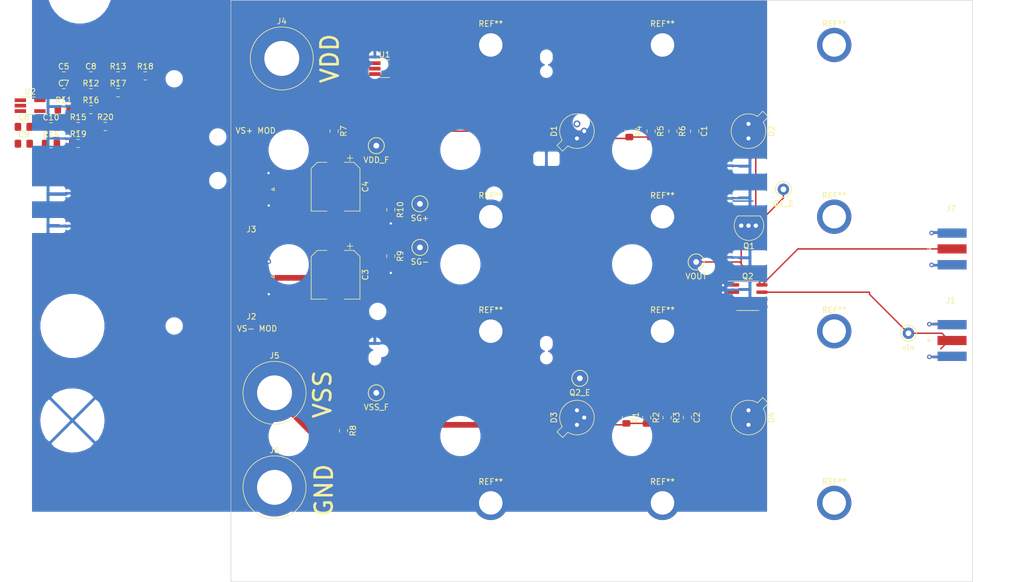
<source format=kicad_pcb>
(kicad_pcb (version 20171130) (host pcbnew "(5.1.6-0-10_14)")

  (general
    (thickness 1.6)
    (drawings 17)
    (tracks 143)
    (zones 0)
    (modules 65)
    (nets 24)
  )

  (page A4)
  (layers
    (0 F.Cu signal)
    (31 B.Cu signal hide)
    (32 B.Adhes user)
    (33 F.Adhes user)
    (34 B.Paste user)
    (35 F.Paste user)
    (36 B.SilkS user)
    (37 F.SilkS user)
    (38 B.Mask user)
    (39 F.Mask user)
    (40 Dwgs.User user)
    (41 Cmts.User user)
    (42 Eco1.User user)
    (43 Eco2.User user)
    (44 Edge.Cuts user)
    (45 Margin user)
    (46 B.CrtYd user)
    (47 F.CrtYd user)
    (48 B.Fab user)
    (49 F.Fab user)
  )

  (setup
    (last_trace_width 0.25)
    (trace_clearance 0.2)
    (zone_clearance 0.508)
    (zone_45_only no)
    (trace_min 0.2)
    (via_size 0.8)
    (via_drill 0.4)
    (via_min_size 0.4)
    (via_min_drill 0.3)
    (uvia_size 0.3)
    (uvia_drill 0.1)
    (uvias_allowed no)
    (uvia_min_size 0.2)
    (uvia_min_drill 0.1)
    (edge_width 0.05)
    (segment_width 0.2)
    (pcb_text_width 0.3)
    (pcb_text_size 1.5 1.5)
    (mod_edge_width 0.12)
    (mod_text_size 1 1)
    (mod_text_width 0.15)
    (pad_size 1.6 1.2)
    (pad_drill 0.7)
    (pad_to_mask_clearance 0.05)
    (aux_axis_origin 0 0)
    (visible_elements FFFFFF7F)
    (pcbplotparams
      (layerselection 0x010f0_ffffffff)
      (usegerberextensions false)
      (usegerberattributes true)
      (usegerberadvancedattributes true)
      (creategerberjobfile true)
      (excludeedgelayer true)
      (linewidth 0.100000)
      (plotframeref false)
      (viasonmask false)
      (mode 1)
      (useauxorigin false)
      (hpglpennumber 1)
      (hpglpenspeed 20)
      (hpglpendiameter 15.000000)
      (psnegative false)
      (psa4output false)
      (plotreference true)
      (plotvalue true)
      (plotinvisibletext false)
      (padsonsilk false)
      (subtractmaskfromsilk false)
      (outputformat 1)
      (mirror false)
      (drillshape 0)
      (scaleselection 1)
      (outputdirectory "/Users/jordan.e/Documents/canceler_simple/gerbers/"))
  )

  (net 0 "")
  (net 1 GND)
  (net 2 VDD)
  (net 3 VSS)
  (net 4 "Net-(Q2-Pad5)")
  (net 5 "Net-(Q2-Pad4)")
  (net 6 /Q1_E)
  (net 7 /VDD_Filtered)
  (net 8 /VSS_Filtered)
  (net 9 /Q2_E)
  (net 10 /SG_NEG)
  (net 11 /SG_POS)
  (net 12 /VIN)
  (net 13 /VOUT)
  (net 14 /power/VEX+)
  (net 15 /power/VEX-)
  (net 16 "Net-(C7-Pad2)")
  (net 17 "Net-(C7-Pad1)")
  (net 18 "Net-(C8-Pad2)")
  (net 19 "Net-(C8-Pad1)")
  (net 20 /power/VDD)
  (net 21 /power/VSS)
  (net 22 "Net-(R11-Pad1)")
  (net 23 "Net-(R12-Pad1)")

  (net_class Default "This is the default net class."
    (clearance 0.2)
    (trace_width 0.25)
    (via_dia 0.8)
    (via_drill 0.4)
    (uvia_dia 0.3)
    (uvia_drill 0.1)
    (add_net /Q1_E)
    (add_net /Q2_E)
    (add_net /SG_NEG)
    (add_net /SG_POS)
    (add_net /VDD_Filtered)
    (add_net /VIN)
    (add_net /VOUT)
    (add_net /VSS_Filtered)
    (add_net /power/VDD)
    (add_net /power/VEX+)
    (add_net /power/VEX-)
    (add_net /power/VSS)
    (add_net GND)
    (add_net "Net-(C7-Pad1)")
    (add_net "Net-(C7-Pad2)")
    (add_net "Net-(C8-Pad1)")
    (add_net "Net-(C8-Pad2)")
    (add_net "Net-(Q2-Pad4)")
    (add_net "Net-(Q2-Pad5)")
    (add_net "Net-(R11-Pad1)")
    (add_net "Net-(R12-Pad1)")
    (add_net VDD)
    (add_net VSS)
  )

  (module Package_TO_SOT_SMD:TSOT-23-5_HandSoldering (layer F.Cu) (tedit 5A02FF57) (tstamp 5EFC020B)
    (at 28.176 45.332)
    (descr "5-pin TSOT23 package, http://cds.linear.com/docs/en/packaging/SOT_5_05-08-1635.pdf")
    (tags "TSOT-23-5 Hand-soldering")
    (path /5F0365D8/5F042476)
    (attr smd)
    (fp_text reference U2 (at 0 -2.45) (layer F.SilkS)
      (effects (font (size 1 1) (thickness 0.15)))
    )
    (fp_text value ADP7182AUJZ (at 0 2.5) (layer F.Fab)
      (effects (font (size 1 1) (thickness 0.15)))
    )
    (fp_text user %R (at 0 0 90) (layer F.Fab)
      (effects (font (size 0.5 0.5) (thickness 0.075)))
    )
    (fp_line (start -0.88 1.56) (end 0.88 1.56) (layer F.SilkS) (width 0.12))
    (fp_line (start 0.88 -1.51) (end -1.55 -1.51) (layer F.SilkS) (width 0.12))
    (fp_line (start -0.88 -1) (end -0.43 -1.45) (layer F.Fab) (width 0.1))
    (fp_line (start 0.88 -1.45) (end -0.43 -1.45) (layer F.Fab) (width 0.1))
    (fp_line (start -0.88 -1) (end -0.88 1.45) (layer F.Fab) (width 0.1))
    (fp_line (start 0.88 1.45) (end -0.88 1.45) (layer F.Fab) (width 0.1))
    (fp_line (start 0.88 -1.45) (end 0.88 1.45) (layer F.Fab) (width 0.1))
    (fp_line (start -2.96 -1.7) (end 2.96 -1.7) (layer F.CrtYd) (width 0.05))
    (fp_line (start -2.96 -1.7) (end -2.96 1.7) (layer F.CrtYd) (width 0.05))
    (fp_line (start 2.96 1.7) (end 2.96 -1.7) (layer F.CrtYd) (width 0.05))
    (fp_line (start 2.96 1.7) (end -2.96 1.7) (layer F.CrtYd) (width 0.05))
    (pad 5 smd rect (at 1.71 -0.95) (size 2 0.65) (layers F.Cu F.Paste F.Mask)
      (net 21 /power/VSS))
    (pad 4 smd rect (at 1.71 0.95) (size 2 0.65) (layers F.Cu F.Paste F.Mask)
      (net 19 "Net-(C8-Pad1)"))
    (pad 3 smd rect (at -1.71 0.95) (size 2 0.65) (layers F.Cu F.Paste F.Mask)
      (net 23 "Net-(R12-Pad1)"))
    (pad 2 smd rect (at -1.71 0) (size 2 0.65) (layers F.Cu F.Paste F.Mask)
      (net 23 "Net-(R12-Pad1)"))
    (pad 1 smd rect (at -1.71 -0.95) (size 2 0.65) (layers F.Cu F.Paste F.Mask)
      (net 1 GND))
    (model ${KISYS3DMOD}/Package_TO_SOT_SMD.3dshapes/TSOT-23-5.wrl
      (at (xyz 0 0 0))
      (scale (xyz 1 1 1))
      (rotate (xyz 0 0 0))
    )
  )

  (module Package_TO_SOT_SMD:TSOT-23-5_HandSoldering (layer F.Cu) (tedit 5A02FF57) (tstamp 5EFC01F6)
    (at 90.102 38.862)
    (descr "5-pin TSOT23 package, http://cds.linear.com/docs/en/packaging/SOT_5_05-08-1635.pdf")
    (tags "TSOT-23-5 Hand-soldering")
    (path /5F0365D8/5F0368E7)
    (attr smd)
    (fp_text reference U1 (at 0 -2.45) (layer F.SilkS)
      (effects (font (size 1 1) (thickness 0.15)))
    )
    (fp_text value ADP7118ARDZ (at 0 2.5) (layer F.Fab)
      (effects (font (size 1 1) (thickness 0.15)))
    )
    (fp_text user %R (at 0 0 90) (layer F.Fab)
      (effects (font (size 0.5 0.5) (thickness 0.075)))
    )
    (fp_line (start -0.88 1.56) (end 0.88 1.56) (layer F.SilkS) (width 0.12))
    (fp_line (start 0.88 -1.51) (end -1.55 -1.51) (layer F.SilkS) (width 0.12))
    (fp_line (start -0.88 -1) (end -0.43 -1.45) (layer F.Fab) (width 0.1))
    (fp_line (start 0.88 -1.45) (end -0.43 -1.45) (layer F.Fab) (width 0.1))
    (fp_line (start -0.88 -1) (end -0.88 1.45) (layer F.Fab) (width 0.1))
    (fp_line (start 0.88 1.45) (end -0.88 1.45) (layer F.Fab) (width 0.1))
    (fp_line (start 0.88 -1.45) (end 0.88 1.45) (layer F.Fab) (width 0.1))
    (fp_line (start -2.96 -1.7) (end 2.96 -1.7) (layer F.CrtYd) (width 0.05))
    (fp_line (start -2.96 -1.7) (end -2.96 1.7) (layer F.CrtYd) (width 0.05))
    (fp_line (start 2.96 1.7) (end 2.96 -1.7) (layer F.CrtYd) (width 0.05))
    (fp_line (start 2.96 1.7) (end -2.96 1.7) (layer F.CrtYd) (width 0.05))
    (pad 5 smd rect (at 1.71 -0.95) (size 2 0.65) (layers F.Cu F.Paste F.Mask)
      (net 20 /power/VDD))
    (pad 4 smd rect (at 1.71 0.95) (size 2 0.65) (layers F.Cu F.Paste F.Mask)
      (net 17 "Net-(C7-Pad1)"))
    (pad 3 smd rect (at -1.71 0.95) (size 2 0.65) (layers F.Cu F.Paste F.Mask)
      (net 22 "Net-(R11-Pad1)"))
    (pad 2 smd rect (at -1.71 0) (size 2 0.65) (layers F.Cu F.Paste F.Mask)
      (net 1 GND))
    (pad 1 smd rect (at -1.71 -0.95) (size 2 0.65) (layers F.Cu F.Paste F.Mask)
      (net 22 "Net-(R11-Pad1)"))
    (model ${KISYS3DMOD}/Package_TO_SOT_SMD.3dshapes/TSOT-23-5.wrl
      (at (xyz 0 0 0))
      (scale (xyz 1 1 1))
      (rotate (xyz 0 0 0))
    )
  )

  (module Resistor_SMD:R_0805_2012Metric_Pad1.15x1.40mm_HandSolder (layer F.Cu) (tedit 5B36C52B) (tstamp 5EFC0131)
    (at 41.316 48.982)
    (descr "Resistor SMD 0805 (2012 Metric), square (rectangular) end terminal, IPC_7351 nominal with elongated pad for handsoldering. (Body size source: https://docs.google.com/spreadsheets/d/1BsfQQcO9C6DZCsRaXUlFlo91Tg2WpOkGARC1WS5S8t0/edit?usp=sharing), generated with kicad-footprint-generator")
    (tags "resistor handsolder")
    (path /5F0365D8/5F055853)
    (attr smd)
    (fp_text reference R20 (at 0 -1.65) (layer F.SilkS)
      (effects (font (size 1 1) (thickness 0.15)))
    )
    (fp_text value 470 (at 0 1.65) (layer F.Fab)
      (effects (font (size 1 1) (thickness 0.15)))
    )
    (fp_text user %R (at 0 0) (layer F.Fab)
      (effects (font (size 0.5 0.5) (thickness 0.08)))
    )
    (fp_line (start -1 0.6) (end -1 -0.6) (layer F.Fab) (width 0.1))
    (fp_line (start -1 -0.6) (end 1 -0.6) (layer F.Fab) (width 0.1))
    (fp_line (start 1 -0.6) (end 1 0.6) (layer F.Fab) (width 0.1))
    (fp_line (start 1 0.6) (end -1 0.6) (layer F.Fab) (width 0.1))
    (fp_line (start -0.261252 -0.71) (end 0.261252 -0.71) (layer F.SilkS) (width 0.12))
    (fp_line (start -0.261252 0.71) (end 0.261252 0.71) (layer F.SilkS) (width 0.12))
    (fp_line (start -1.85 0.95) (end -1.85 -0.95) (layer F.CrtYd) (width 0.05))
    (fp_line (start -1.85 -0.95) (end 1.85 -0.95) (layer F.CrtYd) (width 0.05))
    (fp_line (start 1.85 -0.95) (end 1.85 0.95) (layer F.CrtYd) (width 0.05))
    (fp_line (start 1.85 0.95) (end -1.85 0.95) (layer F.CrtYd) (width 0.05))
    (pad 2 smd roundrect (at 1.025 0) (size 1.15 1.4) (layers F.Cu F.Paste F.Mask) (roundrect_rratio 0.217391)
      (net 18 "Net-(C8-Pad2)"))
    (pad 1 smd roundrect (at -1.025 0) (size 1.15 1.4) (layers F.Cu F.Paste F.Mask) (roundrect_rratio 0.217391)
      (net 21 /power/VSS))
    (model ${KISYS3DMOD}/Resistor_SMD.3dshapes/R_0805_2012Metric.wrl
      (at (xyz 0 0 0))
      (scale (xyz 1 1 1))
      (rotate (xyz 0 0 0))
    )
  )

  (module Resistor_SMD:R_0805_2012Metric_Pad1.15x1.40mm_HandSolder (layer F.Cu) (tedit 5B36C52B) (tstamp 5EFC0120)
    (at 36.566 51.932)
    (descr "Resistor SMD 0805 (2012 Metric), square (rectangular) end terminal, IPC_7351 nominal with elongated pad for handsoldering. (Body size source: https://docs.google.com/spreadsheets/d/1BsfQQcO9C6DZCsRaXUlFlo91Tg2WpOkGARC1WS5S8t0/edit?usp=sharing), generated with kicad-footprint-generator")
    (tags "resistor handsolder")
    (path /5F0365D8/5F043BA0)
    (attr smd)
    (fp_text reference R19 (at 0 -1.65) (layer F.SilkS)
      (effects (font (size 1 1) (thickness 0.15)))
    )
    (fp_text value 470 (at 0 1.65) (layer F.Fab)
      (effects (font (size 1 1) (thickness 0.15)))
    )
    (fp_text user %R (at 0 0) (layer F.Fab)
      (effects (font (size 0.5 0.5) (thickness 0.08)))
    )
    (fp_line (start -1 0.6) (end -1 -0.6) (layer F.Fab) (width 0.1))
    (fp_line (start -1 -0.6) (end 1 -0.6) (layer F.Fab) (width 0.1))
    (fp_line (start 1 -0.6) (end 1 0.6) (layer F.Fab) (width 0.1))
    (fp_line (start 1 0.6) (end -1 0.6) (layer F.Fab) (width 0.1))
    (fp_line (start -0.261252 -0.71) (end 0.261252 -0.71) (layer F.SilkS) (width 0.12))
    (fp_line (start -0.261252 0.71) (end 0.261252 0.71) (layer F.SilkS) (width 0.12))
    (fp_line (start -1.85 0.95) (end -1.85 -0.95) (layer F.CrtYd) (width 0.05))
    (fp_line (start -1.85 -0.95) (end 1.85 -0.95) (layer F.CrtYd) (width 0.05))
    (fp_line (start 1.85 -0.95) (end 1.85 0.95) (layer F.CrtYd) (width 0.05))
    (fp_line (start 1.85 0.95) (end -1.85 0.95) (layer F.CrtYd) (width 0.05))
    (pad 2 smd roundrect (at 1.025 0) (size 1.15 1.4) (layers F.Cu F.Paste F.Mask) (roundrect_rratio 0.217391)
      (net 20 /power/VDD))
    (pad 1 smd roundrect (at -1.025 0) (size 1.15 1.4) (layers F.Cu F.Paste F.Mask) (roundrect_rratio 0.217391)
      (net 16 "Net-(C7-Pad2)"))
    (model ${KISYS3DMOD}/Resistor_SMD.3dshapes/R_0805_2012Metric.wrl
      (at (xyz 0 0 0))
      (scale (xyz 1 1 1))
      (rotate (xyz 0 0 0))
    )
  )

  (module Resistor_SMD:R_0805_2012Metric_Pad1.15x1.40mm_HandSolder (layer F.Cu) (tedit 5B36C52B) (tstamp 5EFC010F)
    (at 48.286 40.132)
    (descr "Resistor SMD 0805 (2012 Metric), square (rectangular) end terminal, IPC_7351 nominal with elongated pad for handsoldering. (Body size source: https://docs.google.com/spreadsheets/d/1BsfQQcO9C6DZCsRaXUlFlo91Tg2WpOkGARC1WS5S8t0/edit?usp=sharing), generated with kicad-footprint-generator")
    (tags "resistor handsolder")
    (path /5F0365D8/5F03F6D6)
    (attr smd)
    (fp_text reference R18 (at 0 -1.65) (layer F.SilkS)
      (effects (font (size 1 1) (thickness 0.15)))
    )
    (fp_text value 8.7k (at 0 1.65) (layer F.Fab)
      (effects (font (size 1 1) (thickness 0.15)))
    )
    (fp_text user %R (at 0 0) (layer F.Fab)
      (effects (font (size 0.5 0.5) (thickness 0.08)))
    )
    (fp_line (start -1 0.6) (end -1 -0.6) (layer F.Fab) (width 0.1))
    (fp_line (start -1 -0.6) (end 1 -0.6) (layer F.Fab) (width 0.1))
    (fp_line (start 1 -0.6) (end 1 0.6) (layer F.Fab) (width 0.1))
    (fp_line (start 1 0.6) (end -1 0.6) (layer F.Fab) (width 0.1))
    (fp_line (start -0.261252 -0.71) (end 0.261252 -0.71) (layer F.SilkS) (width 0.12))
    (fp_line (start -0.261252 0.71) (end 0.261252 0.71) (layer F.SilkS) (width 0.12))
    (fp_line (start -1.85 0.95) (end -1.85 -0.95) (layer F.CrtYd) (width 0.05))
    (fp_line (start -1.85 -0.95) (end 1.85 -0.95) (layer F.CrtYd) (width 0.05))
    (fp_line (start 1.85 -0.95) (end 1.85 0.95) (layer F.CrtYd) (width 0.05))
    (fp_line (start 1.85 0.95) (end -1.85 0.95) (layer F.CrtYd) (width 0.05))
    (pad 2 smd roundrect (at 1.025 0) (size 1.15 1.4) (layers F.Cu F.Paste F.Mask) (roundrect_rratio 0.217391)
      (net 1 GND))
    (pad 1 smd roundrect (at -1.025 0) (size 1.15 1.4) (layers F.Cu F.Paste F.Mask) (roundrect_rratio 0.217391)
      (net 17 "Net-(C7-Pad1)"))
    (model ${KISYS3DMOD}/Resistor_SMD.3dshapes/R_0805_2012Metric.wrl
      (at (xyz 0 0 0))
      (scale (xyz 1 1 1))
      (rotate (xyz 0 0 0))
    )
  )

  (module Resistor_SMD:R_0805_2012Metric_Pad1.15x1.40mm_HandSolder (layer F.Cu) (tedit 5B36C52B) (tstamp 5EFC00FE)
    (at 43.536 43.082)
    (descr "Resistor SMD 0805 (2012 Metric), square (rectangular) end terminal, IPC_7351 nominal with elongated pad for handsoldering. (Body size source: https://docs.google.com/spreadsheets/d/1BsfQQcO9C6DZCsRaXUlFlo91Tg2WpOkGARC1WS5S8t0/edit?usp=sharing), generated with kicad-footprint-generator")
    (tags "resistor handsolder")
    (path /5F0365D8/5F03EDC3)
    (attr smd)
    (fp_text reference R17 (at 0 -1.65) (layer F.SilkS)
      (effects (font (size 1 1) (thickness 0.15)))
    )
    (fp_text value 100k (at 0 1.65) (layer F.Fab)
      (effects (font (size 1 1) (thickness 0.15)))
    )
    (fp_text user %R (at 0 0) (layer F.Fab)
      (effects (font (size 0.5 0.5) (thickness 0.08)))
    )
    (fp_line (start -1 0.6) (end -1 -0.6) (layer F.Fab) (width 0.1))
    (fp_line (start -1 -0.6) (end 1 -0.6) (layer F.Fab) (width 0.1))
    (fp_line (start 1 -0.6) (end 1 0.6) (layer F.Fab) (width 0.1))
    (fp_line (start 1 0.6) (end -1 0.6) (layer F.Fab) (width 0.1))
    (fp_line (start -0.261252 -0.71) (end 0.261252 -0.71) (layer F.SilkS) (width 0.12))
    (fp_line (start -0.261252 0.71) (end 0.261252 0.71) (layer F.SilkS) (width 0.12))
    (fp_line (start -1.85 0.95) (end -1.85 -0.95) (layer F.CrtYd) (width 0.05))
    (fp_line (start -1.85 -0.95) (end 1.85 -0.95) (layer F.CrtYd) (width 0.05))
    (fp_line (start 1.85 -0.95) (end 1.85 0.95) (layer F.CrtYd) (width 0.05))
    (fp_line (start 1.85 0.95) (end -1.85 0.95) (layer F.CrtYd) (width 0.05))
    (pad 2 smd roundrect (at 1.025 0) (size 1.15 1.4) (layers F.Cu F.Paste F.Mask) (roundrect_rratio 0.217391)
      (net 17 "Net-(C7-Pad1)"))
    (pad 1 smd roundrect (at -1.025 0) (size 1.15 1.4) (layers F.Cu F.Paste F.Mask) (roundrect_rratio 0.217391)
      (net 20 /power/VDD))
    (model ${KISYS3DMOD}/Resistor_SMD.3dshapes/R_0805_2012Metric.wrl
      (at (xyz 0 0 0))
      (scale (xyz 1 1 1))
      (rotate (xyz 0 0 0))
    )
  )

  (module Resistor_SMD:R_0805_2012Metric_Pad1.15x1.40mm_HandSolder (layer F.Cu) (tedit 5B36C52B) (tstamp 5EFC00ED)
    (at 38.786 46.032)
    (descr "Resistor SMD 0805 (2012 Metric), square (rectangular) end terminal, IPC_7351 nominal with elongated pad for handsoldering. (Body size source: https://docs.google.com/spreadsheets/d/1BsfQQcO9C6DZCsRaXUlFlo91Tg2WpOkGARC1WS5S8t0/edit?usp=sharing), generated with kicad-footprint-generator")
    (tags "resistor handsolder")
    (path /5F0365D8/5F052BE4)
    (attr smd)
    (fp_text reference R16 (at 0 -1.65) (layer F.SilkS)
      (effects (font (size 1 1) (thickness 0.15)))
    )
    (fp_text value 100k (at 0 1.65) (layer F.Fab)
      (effects (font (size 1 1) (thickness 0.15)))
    )
    (fp_text user %R (at 0 0) (layer F.Fab)
      (effects (font (size 0.5 0.5) (thickness 0.08)))
    )
    (fp_line (start -1 0.6) (end -1 -0.6) (layer F.Fab) (width 0.1))
    (fp_line (start -1 -0.6) (end 1 -0.6) (layer F.Fab) (width 0.1))
    (fp_line (start 1 -0.6) (end 1 0.6) (layer F.Fab) (width 0.1))
    (fp_line (start 1 0.6) (end -1 0.6) (layer F.Fab) (width 0.1))
    (fp_line (start -0.261252 -0.71) (end 0.261252 -0.71) (layer F.SilkS) (width 0.12))
    (fp_line (start -0.261252 0.71) (end 0.261252 0.71) (layer F.SilkS) (width 0.12))
    (fp_line (start -1.85 0.95) (end -1.85 -0.95) (layer F.CrtYd) (width 0.05))
    (fp_line (start -1.85 -0.95) (end 1.85 -0.95) (layer F.CrtYd) (width 0.05))
    (fp_line (start 1.85 -0.95) (end 1.85 0.95) (layer F.CrtYd) (width 0.05))
    (fp_line (start 1.85 0.95) (end -1.85 0.95) (layer F.CrtYd) (width 0.05))
    (pad 2 smd roundrect (at 1.025 0) (size 1.15 1.4) (layers F.Cu F.Paste F.Mask) (roundrect_rratio 0.217391)
      (net 21 /power/VSS))
    (pad 1 smd roundrect (at -1.025 0) (size 1.15 1.4) (layers F.Cu F.Paste F.Mask) (roundrect_rratio 0.217391)
      (net 19 "Net-(C8-Pad1)"))
    (model ${KISYS3DMOD}/Resistor_SMD.3dshapes/R_0805_2012Metric.wrl
      (at (xyz 0 0 0))
      (scale (xyz 1 1 1))
      (rotate (xyz 0 0 0))
    )
  )

  (module Resistor_SMD:R_0805_2012Metric_Pad1.15x1.40mm_HandSolder (layer F.Cu) (tedit 5B36C52B) (tstamp 5EFC00DC)
    (at 36.566 48.982)
    (descr "Resistor SMD 0805 (2012 Metric), square (rectangular) end terminal, IPC_7351 nominal with elongated pad for handsoldering. (Body size source: https://docs.google.com/spreadsheets/d/1BsfQQcO9C6DZCsRaXUlFlo91Tg2WpOkGARC1WS5S8t0/edit?usp=sharing), generated with kicad-footprint-generator")
    (tags "resistor handsolder")
    (path /5F0365D8/5F052376)
    (attr smd)
    (fp_text reference R15 (at 0 -1.65) (layer F.SilkS)
      (effects (font (size 1 1) (thickness 0.15)))
    )
    (fp_text value 8.7k (at 0 1.65) (layer F.Fab)
      (effects (font (size 1 1) (thickness 0.15)))
    )
    (fp_text user %R (at 0 0) (layer F.Fab)
      (effects (font (size 0.5 0.5) (thickness 0.08)))
    )
    (fp_line (start -1 0.6) (end -1 -0.6) (layer F.Fab) (width 0.1))
    (fp_line (start -1 -0.6) (end 1 -0.6) (layer F.Fab) (width 0.1))
    (fp_line (start 1 -0.6) (end 1 0.6) (layer F.Fab) (width 0.1))
    (fp_line (start 1 0.6) (end -1 0.6) (layer F.Fab) (width 0.1))
    (fp_line (start -0.261252 -0.71) (end 0.261252 -0.71) (layer F.SilkS) (width 0.12))
    (fp_line (start -0.261252 0.71) (end 0.261252 0.71) (layer F.SilkS) (width 0.12))
    (fp_line (start -1.85 0.95) (end -1.85 -0.95) (layer F.CrtYd) (width 0.05))
    (fp_line (start -1.85 -0.95) (end 1.85 -0.95) (layer F.CrtYd) (width 0.05))
    (fp_line (start 1.85 -0.95) (end 1.85 0.95) (layer F.CrtYd) (width 0.05))
    (fp_line (start 1.85 0.95) (end -1.85 0.95) (layer F.CrtYd) (width 0.05))
    (pad 2 smd roundrect (at 1.025 0) (size 1.15 1.4) (layers F.Cu F.Paste F.Mask) (roundrect_rratio 0.217391)
      (net 19 "Net-(C8-Pad1)"))
    (pad 1 smd roundrect (at -1.025 0) (size 1.15 1.4) (layers F.Cu F.Paste F.Mask) (roundrect_rratio 0.217391)
      (net 1 GND))
    (model ${KISYS3DMOD}/Resistor_SMD.3dshapes/R_0805_2012Metric.wrl
      (at (xyz 0 0 0))
      (scale (xyz 1 1 1))
      (rotate (xyz 0 0 0))
    )
  )

  (module Resistor_SMD:R_0805_2012Metric_Pad1.15x1.40mm_HandSolder (layer F.Cu) (tedit 5B36C52B) (tstamp 5EFC00CB)
    (at 31.816 51.982)
    (descr "Resistor SMD 0805 (2012 Metric), square (rectangular) end terminal, IPC_7351 nominal with elongated pad for handsoldering. (Body size source: https://docs.google.com/spreadsheets/d/1BsfQQcO9C6DZCsRaXUlFlo91Tg2WpOkGARC1WS5S8t0/edit?usp=sharing), generated with kicad-footprint-generator")
    (tags "resistor handsolder")
    (path /5F0365D8/5F064855)
    (attr smd)
    (fp_text reference R14 (at 0 -1.65) (layer F.SilkS)
      (effects (font (size 1 1) (thickness 0.15)))
    )
    (fp_text value 0R (at 0 1.65) (layer F.Fab)
      (effects (font (size 1 1) (thickness 0.15)))
    )
    (fp_text user %R (at 0 0) (layer F.Fab)
      (effects (font (size 0.5 0.5) (thickness 0.08)))
    )
    (fp_line (start -1 0.6) (end -1 -0.6) (layer F.Fab) (width 0.1))
    (fp_line (start -1 -0.6) (end 1 -0.6) (layer F.Fab) (width 0.1))
    (fp_line (start 1 -0.6) (end 1 0.6) (layer F.Fab) (width 0.1))
    (fp_line (start 1 0.6) (end -1 0.6) (layer F.Fab) (width 0.1))
    (fp_line (start -0.261252 -0.71) (end 0.261252 -0.71) (layer F.SilkS) (width 0.12))
    (fp_line (start -0.261252 0.71) (end 0.261252 0.71) (layer F.SilkS) (width 0.12))
    (fp_line (start -1.85 0.95) (end -1.85 -0.95) (layer F.CrtYd) (width 0.05))
    (fp_line (start -1.85 -0.95) (end 1.85 -0.95) (layer F.CrtYd) (width 0.05))
    (fp_line (start 1.85 -0.95) (end 1.85 0.95) (layer F.CrtYd) (width 0.05))
    (fp_line (start 1.85 0.95) (end -1.85 0.95) (layer F.CrtYd) (width 0.05))
    (pad 2 smd roundrect (at 1.025 0) (size 1.15 1.4) (layers F.Cu F.Paste F.Mask) (roundrect_rratio 0.217391)
      (net 14 /power/VEX+))
    (pad 1 smd roundrect (at -1.025 0) (size 1.15 1.4) (layers F.Cu F.Paste F.Mask) (roundrect_rratio 0.217391)
      (net 20 /power/VDD))
    (model ${KISYS3DMOD}/Resistor_SMD.3dshapes/R_0805_2012Metric.wrl
      (at (xyz 0 0 0))
      (scale (xyz 1 1 1))
      (rotate (xyz 0 0 0))
    )
  )

  (module Resistor_SMD:R_0805_2012Metric_Pad1.15x1.40mm_HandSolder (layer F.Cu) (tedit 5B36C52B) (tstamp 5EFC00BA)
    (at 43.536 40.132)
    (descr "Resistor SMD 0805 (2012 Metric), square (rectangular) end terminal, IPC_7351 nominal with elongated pad for handsoldering. (Body size source: https://docs.google.com/spreadsheets/d/1BsfQQcO9C6DZCsRaXUlFlo91Tg2WpOkGARC1WS5S8t0/edit?usp=sharing), generated with kicad-footprint-generator")
    (tags "resistor handsolder")
    (path /5F0365D8/5F06ABEB)
    (attr smd)
    (fp_text reference R13 (at 0 -1.65) (layer F.SilkS)
      (effects (font (size 1 1) (thickness 0.15)))
    )
    (fp_text value 0R (at 0 1.65) (layer F.Fab)
      (effects (font (size 1 1) (thickness 0.15)))
    )
    (fp_text user %R (at 0 0) (layer F.Fab)
      (effects (font (size 0.5 0.5) (thickness 0.08)))
    )
    (fp_line (start -1 0.6) (end -1 -0.6) (layer F.Fab) (width 0.1))
    (fp_line (start -1 -0.6) (end 1 -0.6) (layer F.Fab) (width 0.1))
    (fp_line (start 1 -0.6) (end 1 0.6) (layer F.Fab) (width 0.1))
    (fp_line (start 1 0.6) (end -1 0.6) (layer F.Fab) (width 0.1))
    (fp_line (start -0.261252 -0.71) (end 0.261252 -0.71) (layer F.SilkS) (width 0.12))
    (fp_line (start -0.261252 0.71) (end 0.261252 0.71) (layer F.SilkS) (width 0.12))
    (fp_line (start -1.85 0.95) (end -1.85 -0.95) (layer F.CrtYd) (width 0.05))
    (fp_line (start -1.85 -0.95) (end 1.85 -0.95) (layer F.CrtYd) (width 0.05))
    (fp_line (start 1.85 -0.95) (end 1.85 0.95) (layer F.CrtYd) (width 0.05))
    (fp_line (start 1.85 0.95) (end -1.85 0.95) (layer F.CrtYd) (width 0.05))
    (pad 2 smd roundrect (at 1.025 0) (size 1.15 1.4) (layers F.Cu F.Paste F.Mask) (roundrect_rratio 0.217391)
      (net 15 /power/VEX-))
    (pad 1 smd roundrect (at -1.025 0) (size 1.15 1.4) (layers F.Cu F.Paste F.Mask) (roundrect_rratio 0.217391)
      (net 21 /power/VSS))
    (model ${KISYS3DMOD}/Resistor_SMD.3dshapes/R_0805_2012Metric.wrl
      (at (xyz 0 0 0))
      (scale (xyz 1 1 1))
      (rotate (xyz 0 0 0))
    )
  )

  (module Resistor_SMD:R_0805_2012Metric_Pad1.15x1.40mm_HandSolder (layer F.Cu) (tedit 5B36C52B) (tstamp 5EFC00A9)
    (at 38.786 43.082)
    (descr "Resistor SMD 0805 (2012 Metric), square (rectangular) end terminal, IPC_7351 nominal with elongated pad for handsoldering. (Body size source: https://docs.google.com/spreadsheets/d/1BsfQQcO9C6DZCsRaXUlFlo91Tg2WpOkGARC1WS5S8t0/edit?usp=sharing), generated with kicad-footprint-generator")
    (tags "resistor handsolder")
    (path /5F0365D8/5F06D06B)
    (attr smd)
    (fp_text reference R12 (at 0 -1.65) (layer F.SilkS)
      (effects (font (size 1 1) (thickness 0.15)))
    )
    (fp_text value 0R (at 0 1.65) (layer F.Fab)
      (effects (font (size 1 1) (thickness 0.15)))
    )
    (fp_text user %R (at 0 0) (layer F.Fab)
      (effects (font (size 0.5 0.5) (thickness 0.08)))
    )
    (fp_line (start -1 0.6) (end -1 -0.6) (layer F.Fab) (width 0.1))
    (fp_line (start -1 -0.6) (end 1 -0.6) (layer F.Fab) (width 0.1))
    (fp_line (start 1 -0.6) (end 1 0.6) (layer F.Fab) (width 0.1))
    (fp_line (start 1 0.6) (end -1 0.6) (layer F.Fab) (width 0.1))
    (fp_line (start -0.261252 -0.71) (end 0.261252 -0.71) (layer F.SilkS) (width 0.12))
    (fp_line (start -0.261252 0.71) (end 0.261252 0.71) (layer F.SilkS) (width 0.12))
    (fp_line (start -1.85 0.95) (end -1.85 -0.95) (layer F.CrtYd) (width 0.05))
    (fp_line (start -1.85 -0.95) (end 1.85 -0.95) (layer F.CrtYd) (width 0.05))
    (fp_line (start 1.85 -0.95) (end 1.85 0.95) (layer F.CrtYd) (width 0.05))
    (fp_line (start 1.85 0.95) (end -1.85 0.95) (layer F.CrtYd) (width 0.05))
    (pad 2 smd roundrect (at 1.025 0) (size 1.15 1.4) (layers F.Cu F.Paste F.Mask) (roundrect_rratio 0.217391)
      (net 15 /power/VEX-))
    (pad 1 smd roundrect (at -1.025 0) (size 1.15 1.4) (layers F.Cu F.Paste F.Mask) (roundrect_rratio 0.217391)
      (net 23 "Net-(R12-Pad1)"))
    (model ${KISYS3DMOD}/Resistor_SMD.3dshapes/R_0805_2012Metric.wrl
      (at (xyz 0 0 0))
      (scale (xyz 1 1 1))
      (rotate (xyz 0 0 0))
    )
  )

  (module Resistor_SMD:R_0805_2012Metric_Pad1.15x1.40mm_HandSolder (layer F.Cu) (tedit 5B36C52B) (tstamp 5EFC0098)
    (at 34.036 46.032)
    (descr "Resistor SMD 0805 (2012 Metric), square (rectangular) end terminal, IPC_7351 nominal with elongated pad for handsoldering. (Body size source: https://docs.google.com/spreadsheets/d/1BsfQQcO9C6DZCsRaXUlFlo91Tg2WpOkGARC1WS5S8t0/edit?usp=sharing), generated with kicad-footprint-generator")
    (tags "resistor handsolder")
    (path /5F0365D8/5F066A65)
    (attr smd)
    (fp_text reference R11 (at 0 -1.65) (layer F.SilkS)
      (effects (font (size 1 1) (thickness 0.15)))
    )
    (fp_text value 0R (at 0 1.65) (layer F.Fab)
      (effects (font (size 1 1) (thickness 0.15)))
    )
    (fp_text user %R (at 0 0) (layer F.Fab)
      (effects (font (size 0.5 0.5) (thickness 0.08)))
    )
    (fp_line (start -1 0.6) (end -1 -0.6) (layer F.Fab) (width 0.1))
    (fp_line (start -1 -0.6) (end 1 -0.6) (layer F.Fab) (width 0.1))
    (fp_line (start 1 -0.6) (end 1 0.6) (layer F.Fab) (width 0.1))
    (fp_line (start 1 0.6) (end -1 0.6) (layer F.Fab) (width 0.1))
    (fp_line (start -0.261252 -0.71) (end 0.261252 -0.71) (layer F.SilkS) (width 0.12))
    (fp_line (start -0.261252 0.71) (end 0.261252 0.71) (layer F.SilkS) (width 0.12))
    (fp_line (start -1.85 0.95) (end -1.85 -0.95) (layer F.CrtYd) (width 0.05))
    (fp_line (start -1.85 -0.95) (end 1.85 -0.95) (layer F.CrtYd) (width 0.05))
    (fp_line (start 1.85 -0.95) (end 1.85 0.95) (layer F.CrtYd) (width 0.05))
    (fp_line (start 1.85 0.95) (end -1.85 0.95) (layer F.CrtYd) (width 0.05))
    (pad 2 smd roundrect (at 1.025 0) (size 1.15 1.4) (layers F.Cu F.Paste F.Mask) (roundrect_rratio 0.217391)
      (net 14 /power/VEX+))
    (pad 1 smd roundrect (at -1.025 0) (size 1.15 1.4) (layers F.Cu F.Paste F.Mask) (roundrect_rratio 0.217391)
      (net 22 "Net-(R11-Pad1)"))
    (model ${KISYS3DMOD}/Resistor_SMD.3dshapes/R_0805_2012Metric.wrl
      (at (xyz 0 0 0))
      (scale (xyz 1 1 1))
      (rotate (xyz 0 0 0))
    )
  )

  (module Capacitor_SMD:C_0805_2012Metric_Pad1.15x1.40mm_HandSolder (layer F.Cu) (tedit 5B36C52B) (tstamp 5EFBFCCB)
    (at 31.816 49.032)
    (descr "Capacitor SMD 0805 (2012 Metric), square (rectangular) end terminal, IPC_7351 nominal with elongated pad for handsoldering. (Body size source: https://docs.google.com/spreadsheets/d/1BsfQQcO9C6DZCsRaXUlFlo91Tg2WpOkGARC1WS5S8t0/edit?usp=sharing), generated with kicad-footprint-generator")
    (tags "capacitor handsolder")
    (path /5F0365D8/5F049235)
    (attr smd)
    (fp_text reference C10 (at 0 -1.65) (layer F.SilkS)
      (effects (font (size 1 1) (thickness 0.15)))
    )
    (fp_text value 2.2u (at 0 1.65) (layer F.Fab)
      (effects (font (size 1 1) (thickness 0.15)))
    )
    (fp_text user %R (at 0 0) (layer F.Fab)
      (effects (font (size 0.5 0.5) (thickness 0.08)))
    )
    (fp_line (start -1 0.6) (end -1 -0.6) (layer F.Fab) (width 0.1))
    (fp_line (start -1 -0.6) (end 1 -0.6) (layer F.Fab) (width 0.1))
    (fp_line (start 1 -0.6) (end 1 0.6) (layer F.Fab) (width 0.1))
    (fp_line (start 1 0.6) (end -1 0.6) (layer F.Fab) (width 0.1))
    (fp_line (start -0.261252 -0.71) (end 0.261252 -0.71) (layer F.SilkS) (width 0.12))
    (fp_line (start -0.261252 0.71) (end 0.261252 0.71) (layer F.SilkS) (width 0.12))
    (fp_line (start -1.85 0.95) (end -1.85 -0.95) (layer F.CrtYd) (width 0.05))
    (fp_line (start -1.85 -0.95) (end 1.85 -0.95) (layer F.CrtYd) (width 0.05))
    (fp_line (start 1.85 -0.95) (end 1.85 0.95) (layer F.CrtYd) (width 0.05))
    (fp_line (start 1.85 0.95) (end -1.85 0.95) (layer F.CrtYd) (width 0.05))
    (pad 2 smd roundrect (at 1.025 0) (size 1.15 1.4) (layers F.Cu F.Paste F.Mask) (roundrect_rratio 0.217391)
      (net 21 /power/VSS))
    (pad 1 smd roundrect (at -1.025 0) (size 1.15 1.4) (layers F.Cu F.Paste F.Mask) (roundrect_rratio 0.217391)
      (net 1 GND))
    (model ${KISYS3DMOD}/Capacitor_SMD.3dshapes/C_0805_2012Metric.wrl
      (at (xyz 0 0 0))
      (scale (xyz 1 1 1))
      (rotate (xyz 0 0 0))
    )
  )

  (module Capacitor_SMD:C_0805_2012Metric_Pad1.15x1.40mm_HandSolder (layer F.Cu) (tedit 5B36C52B) (tstamp 5EFBFCBA)
    (at 27.066 51.982)
    (descr "Capacitor SMD 0805 (2012 Metric), square (rectangular) end terminal, IPC_7351 nominal with elongated pad for handsoldering. (Body size source: https://docs.google.com/spreadsheets/d/1BsfQQcO9C6DZCsRaXUlFlo91Tg2WpOkGARC1WS5S8t0/edit?usp=sharing), generated with kicad-footprint-generator")
    (tags "capacitor handsolder")
    (path /5F0365D8/5F03891B)
    (attr smd)
    (fp_text reference C9 (at 0 -1.65) (layer F.SilkS)
      (effects (font (size 1 1) (thickness 0.15)))
    )
    (fp_text value 2.2u (at 0 1.65) (layer F.Fab)
      (effects (font (size 1 1) (thickness 0.15)))
    )
    (fp_text user %R (at 0 0) (layer F.Fab)
      (effects (font (size 0.5 0.5) (thickness 0.08)))
    )
    (fp_line (start -1 0.6) (end -1 -0.6) (layer F.Fab) (width 0.1))
    (fp_line (start -1 -0.6) (end 1 -0.6) (layer F.Fab) (width 0.1))
    (fp_line (start 1 -0.6) (end 1 0.6) (layer F.Fab) (width 0.1))
    (fp_line (start 1 0.6) (end -1 0.6) (layer F.Fab) (width 0.1))
    (fp_line (start -0.261252 -0.71) (end 0.261252 -0.71) (layer F.SilkS) (width 0.12))
    (fp_line (start -0.261252 0.71) (end 0.261252 0.71) (layer F.SilkS) (width 0.12))
    (fp_line (start -1.85 0.95) (end -1.85 -0.95) (layer F.CrtYd) (width 0.05))
    (fp_line (start -1.85 -0.95) (end 1.85 -0.95) (layer F.CrtYd) (width 0.05))
    (fp_line (start 1.85 -0.95) (end 1.85 0.95) (layer F.CrtYd) (width 0.05))
    (fp_line (start 1.85 0.95) (end -1.85 0.95) (layer F.CrtYd) (width 0.05))
    (pad 2 smd roundrect (at 1.025 0) (size 1.15 1.4) (layers F.Cu F.Paste F.Mask) (roundrect_rratio 0.217391)
      (net 1 GND))
    (pad 1 smd roundrect (at -1.025 0) (size 1.15 1.4) (layers F.Cu F.Paste F.Mask) (roundrect_rratio 0.217391)
      (net 20 /power/VDD))
    (model ${KISYS3DMOD}/Capacitor_SMD.3dshapes/C_0805_2012Metric.wrl
      (at (xyz 0 0 0))
      (scale (xyz 1 1 1))
      (rotate (xyz 0 0 0))
    )
  )

  (module Capacitor_SMD:C_0805_2012Metric_Pad1.15x1.40mm_HandSolder (layer F.Cu) (tedit 5B36C52B) (tstamp 5EFBFCA9)
    (at 38.786 40.132)
    (descr "Capacitor SMD 0805 (2012 Metric), square (rectangular) end terminal, IPC_7351 nominal with elongated pad for handsoldering. (Body size source: https://docs.google.com/spreadsheets/d/1BsfQQcO9C6DZCsRaXUlFlo91Tg2WpOkGARC1WS5S8t0/edit?usp=sharing), generated with kicad-footprint-generator")
    (tags "capacitor handsolder")
    (path /5F0365D8/5F0560A0)
    (attr smd)
    (fp_text reference C8 (at 0 -1.65) (layer F.SilkS)
      (effects (font (size 1 1) (thickness 0.15)))
    )
    (fp_text value 1u (at 0 1.65) (layer F.Fab)
      (effects (font (size 1 1) (thickness 0.15)))
    )
    (fp_text user %R (at 0 0) (layer F.Fab)
      (effects (font (size 0.5 0.5) (thickness 0.08)))
    )
    (fp_line (start -1 0.6) (end -1 -0.6) (layer F.Fab) (width 0.1))
    (fp_line (start -1 -0.6) (end 1 -0.6) (layer F.Fab) (width 0.1))
    (fp_line (start 1 -0.6) (end 1 0.6) (layer F.Fab) (width 0.1))
    (fp_line (start 1 0.6) (end -1 0.6) (layer F.Fab) (width 0.1))
    (fp_line (start -0.261252 -0.71) (end 0.261252 -0.71) (layer F.SilkS) (width 0.12))
    (fp_line (start -0.261252 0.71) (end 0.261252 0.71) (layer F.SilkS) (width 0.12))
    (fp_line (start -1.85 0.95) (end -1.85 -0.95) (layer F.CrtYd) (width 0.05))
    (fp_line (start -1.85 -0.95) (end 1.85 -0.95) (layer F.CrtYd) (width 0.05))
    (fp_line (start 1.85 -0.95) (end 1.85 0.95) (layer F.CrtYd) (width 0.05))
    (fp_line (start 1.85 0.95) (end -1.85 0.95) (layer F.CrtYd) (width 0.05))
    (pad 2 smd roundrect (at 1.025 0) (size 1.15 1.4) (layers F.Cu F.Paste F.Mask) (roundrect_rratio 0.217391)
      (net 18 "Net-(C8-Pad2)"))
    (pad 1 smd roundrect (at -1.025 0) (size 1.15 1.4) (layers F.Cu F.Paste F.Mask) (roundrect_rratio 0.217391)
      (net 19 "Net-(C8-Pad1)"))
    (model ${KISYS3DMOD}/Capacitor_SMD.3dshapes/C_0805_2012Metric.wrl
      (at (xyz 0 0 0))
      (scale (xyz 1 1 1))
      (rotate (xyz 0 0 0))
    )
  )

  (module Capacitor_SMD:C_0805_2012Metric_Pad1.15x1.40mm_HandSolder (layer F.Cu) (tedit 5B36C52B) (tstamp 5EFBFC98)
    (at 34.036 43.082)
    (descr "Capacitor SMD 0805 (2012 Metric), square (rectangular) end terminal, IPC_7351 nominal with elongated pad for handsoldering. (Body size source: https://docs.google.com/spreadsheets/d/1BsfQQcO9C6DZCsRaXUlFlo91Tg2WpOkGARC1WS5S8t0/edit?usp=sharing), generated with kicad-footprint-generator")
    (tags "capacitor handsolder")
    (path /5F0365D8/5F044173)
    (attr smd)
    (fp_text reference C7 (at 0 -1.65) (layer F.SilkS)
      (effects (font (size 1 1) (thickness 0.15)))
    )
    (fp_text value 1u (at 0 1.65) (layer F.Fab)
      (effects (font (size 1 1) (thickness 0.15)))
    )
    (fp_text user %R (at 0 0) (layer F.Fab)
      (effects (font (size 0.5 0.5) (thickness 0.08)))
    )
    (fp_line (start -1 0.6) (end -1 -0.6) (layer F.Fab) (width 0.1))
    (fp_line (start -1 -0.6) (end 1 -0.6) (layer F.Fab) (width 0.1))
    (fp_line (start 1 -0.6) (end 1 0.6) (layer F.Fab) (width 0.1))
    (fp_line (start 1 0.6) (end -1 0.6) (layer F.Fab) (width 0.1))
    (fp_line (start -0.261252 -0.71) (end 0.261252 -0.71) (layer F.SilkS) (width 0.12))
    (fp_line (start -0.261252 0.71) (end 0.261252 0.71) (layer F.SilkS) (width 0.12))
    (fp_line (start -1.85 0.95) (end -1.85 -0.95) (layer F.CrtYd) (width 0.05))
    (fp_line (start -1.85 -0.95) (end 1.85 -0.95) (layer F.CrtYd) (width 0.05))
    (fp_line (start 1.85 -0.95) (end 1.85 0.95) (layer F.CrtYd) (width 0.05))
    (fp_line (start 1.85 0.95) (end -1.85 0.95) (layer F.CrtYd) (width 0.05))
    (pad 2 smd roundrect (at 1.025 0) (size 1.15 1.4) (layers F.Cu F.Paste F.Mask) (roundrect_rratio 0.217391)
      (net 16 "Net-(C7-Pad2)"))
    (pad 1 smd roundrect (at -1.025 0) (size 1.15 1.4) (layers F.Cu F.Paste F.Mask) (roundrect_rratio 0.217391)
      (net 17 "Net-(C7-Pad1)"))
    (model ${KISYS3DMOD}/Capacitor_SMD.3dshapes/C_0805_2012Metric.wrl
      (at (xyz 0 0 0))
      (scale (xyz 1 1 1))
      (rotate (xyz 0 0 0))
    )
  )

  (module Capacitor_SMD:C_0805_2012Metric_Pad1.15x1.40mm_HandSolder (layer F.Cu) (tedit 5B36C52B) (tstamp 5EFBFC87)
    (at 27.066 49.032)
    (descr "Capacitor SMD 0805 (2012 Metric), square (rectangular) end terminal, IPC_7351 nominal with elongated pad for handsoldering. (Body size source: https://docs.google.com/spreadsheets/d/1BsfQQcO9C6DZCsRaXUlFlo91Tg2WpOkGARC1WS5S8t0/edit?usp=sharing), generated with kicad-footprint-generator")
    (tags "capacitor handsolder")
    (path /5F0365D8/5F0472F6)
    (attr smd)
    (fp_text reference C6 (at 0 -1.65) (layer F.SilkS)
      (effects (font (size 1 1) (thickness 0.15)))
    )
    (fp_text value 2.2u (at 0 1.65) (layer F.Fab)
      (effects (font (size 1 1) (thickness 0.15)))
    )
    (fp_text user %R (at 0 0) (layer F.Fab)
      (effects (font (size 0.5 0.5) (thickness 0.08)))
    )
    (fp_line (start -1 0.6) (end -1 -0.6) (layer F.Fab) (width 0.1))
    (fp_line (start -1 -0.6) (end 1 -0.6) (layer F.Fab) (width 0.1))
    (fp_line (start 1 -0.6) (end 1 0.6) (layer F.Fab) (width 0.1))
    (fp_line (start 1 0.6) (end -1 0.6) (layer F.Fab) (width 0.1))
    (fp_line (start -0.261252 -0.71) (end 0.261252 -0.71) (layer F.SilkS) (width 0.12))
    (fp_line (start -0.261252 0.71) (end 0.261252 0.71) (layer F.SilkS) (width 0.12))
    (fp_line (start -1.85 0.95) (end -1.85 -0.95) (layer F.CrtYd) (width 0.05))
    (fp_line (start -1.85 -0.95) (end 1.85 -0.95) (layer F.CrtYd) (width 0.05))
    (fp_line (start 1.85 -0.95) (end 1.85 0.95) (layer F.CrtYd) (width 0.05))
    (fp_line (start 1.85 0.95) (end -1.85 0.95) (layer F.CrtYd) (width 0.05))
    (pad 2 smd roundrect (at 1.025 0) (size 1.15 1.4) (layers F.Cu F.Paste F.Mask) (roundrect_rratio 0.217391)
      (net 15 /power/VEX-))
    (pad 1 smd roundrect (at -1.025 0) (size 1.15 1.4) (layers F.Cu F.Paste F.Mask) (roundrect_rratio 0.217391)
      (net 1 GND))
    (model ${KISYS3DMOD}/Capacitor_SMD.3dshapes/C_0805_2012Metric.wrl
      (at (xyz 0 0 0))
      (scale (xyz 1 1 1))
      (rotate (xyz 0 0 0))
    )
  )

  (module Capacitor_SMD:C_0805_2012Metric_Pad1.15x1.40mm_HandSolder (layer F.Cu) (tedit 5B36C52B) (tstamp 5EFBFC76)
    (at 34.036 40.132)
    (descr "Capacitor SMD 0805 (2012 Metric), square (rectangular) end terminal, IPC_7351 nominal with elongated pad for handsoldering. (Body size source: https://docs.google.com/spreadsheets/d/1BsfQQcO9C6DZCsRaXUlFlo91Tg2WpOkGARC1WS5S8t0/edit?usp=sharing), generated with kicad-footprint-generator")
    (tags "capacitor handsolder")
    (path /5F0365D8/5F044CE9)
    (attr smd)
    (fp_text reference C5 (at 0 -1.65) (layer F.SilkS)
      (effects (font (size 1 1) (thickness 0.15)))
    )
    (fp_text value 2.2u (at 0 1.65) (layer F.Fab)
      (effects (font (size 1 1) (thickness 0.15)))
    )
    (fp_text user %R (at 0 0) (layer F.Fab)
      (effects (font (size 0.5 0.5) (thickness 0.08)))
    )
    (fp_line (start -1 0.6) (end -1 -0.6) (layer F.Fab) (width 0.1))
    (fp_line (start -1 -0.6) (end 1 -0.6) (layer F.Fab) (width 0.1))
    (fp_line (start 1 -0.6) (end 1 0.6) (layer F.Fab) (width 0.1))
    (fp_line (start 1 0.6) (end -1 0.6) (layer F.Fab) (width 0.1))
    (fp_line (start -0.261252 -0.71) (end 0.261252 -0.71) (layer F.SilkS) (width 0.12))
    (fp_line (start -0.261252 0.71) (end 0.261252 0.71) (layer F.SilkS) (width 0.12))
    (fp_line (start -1.85 0.95) (end -1.85 -0.95) (layer F.CrtYd) (width 0.05))
    (fp_line (start -1.85 -0.95) (end 1.85 -0.95) (layer F.CrtYd) (width 0.05))
    (fp_line (start 1.85 -0.95) (end 1.85 0.95) (layer F.CrtYd) (width 0.05))
    (fp_line (start 1.85 0.95) (end -1.85 0.95) (layer F.CrtYd) (width 0.05))
    (pad 2 smd roundrect (at 1.025 0) (size 1.15 1.4) (layers F.Cu F.Paste F.Mask) (roundrect_rratio 0.217391)
      (net 1 GND))
    (pad 1 smd roundrect (at -1.025 0) (size 1.15 1.4) (layers F.Cu F.Paste F.Mask) (roundrect_rratio 0.217391)
      (net 14 /power/VEX+))
    (model ${KISYS3DMOD}/Capacitor_SMD.3dshapes/C_0805_2012Metric.wrl
      (at (xyz 0 0 0))
      (scale (xyz 1 1 1))
      (rotate (xyz 0 0 0))
    )
  )

  (module my_library_foot:CON-SMA-EDGE-S (layer F.Cu) (tedit 5EF64970) (tstamp 5EFBC3AA)
    (at 187.51 70.358 180)
    (descr "Molex SMA RF Connectors, Edge Mount, (http://www.molex.com/pdm_docs/sd/732511150_sd.pdf)")
    (tags "sma edge")
    (path /5EFC3FC7/5F00786F)
    (attr smd)
    (fp_text reference J7 (at -1.5 7) (layer F.SilkS)
      (effects (font (size 1 1) (thickness 0.15)))
    )
    (fp_text value Conn_Coaxial (at -1.72 -7.11) (layer F.Fab)
      (effects (font (size 1 1) (thickness 0.15)))
    )
    (fp_text user %R (at -1.5 7) (layer F.Fab)
      (effects (font (size 1 1) (thickness 0.15)))
    )
    (fp_line (start -4.191 3.1595) (end -0.381 3.1595) (layer F.Fab) (width 0.12))
    (fp_line (start -0.381 2.3495) (end -0.381 3.1595) (layer F.Fab) (width 0.12))
    (fp_line (start -4.191 2.3495) (end -0.381 2.3495) (layer F.Fab) (width 0.12))
    (fp_line (start -4.191 0.3655) (end -0.381 0.3655) (layer F.Fab) (width 0.12))
    (fp_line (start -0.381 -0.4445) (end -0.381 0.3655) (layer F.Fab) (width 0.12))
    (fp_line (start -4.191 -0.4445) (end -0.381 -0.4445) (layer F.Fab) (width 0.12))
    (fp_line (start -0.4445 -3.2385) (end -0.4445 -2.4285) (layer F.Fab) (width 0.12))
    (fp_line (start -4.2545 -2.4285) (end -0.4445 -2.4285) (layer F.Fab) (width 0.12))
    (fp_line (start -4.2545 -3.2385) (end -0.4445 -3.2385) (layer F.Fab) (width 0.12))
    (fp_line (start -4.2545 -3.2385) (end -4.2555 3.175) (layer F.Fab) (width 0.12))
    (fp_line (start -5.9055 3.175) (end -4.2555 3.175) (layer F.Fab) (width 0.12))
    (fp_line (start -5.9055 -3.2385) (end -4.2555 -3.2385) (layer F.Fab) (width 0.12))
    (fp_line (start -5.9055 -3.18) (end -5.9055 3.18) (layer F.Fab) (width 0.12))
    (fp_line (start 2.5 0.25) (end 2.5 -0.25) (layer F.Fab) (width 0.1))
    (fp_line (start 2 0) (end 2.5 0.25) (layer F.Fab) (width 0.1))
    (fp_line (start 2.5 -0.25) (end 2 0) (layer F.Fab) (width 0.1))
    (fp_line (start 2.5 0.25) (end 2 0) (layer F.SilkS) (width 0.12))
    (fp_line (start 2.5 -0.25) (end 2.5 0.25) (layer F.SilkS) (width 0.12))
    (fp_line (start 2 0) (end 2.5 -0.25) (layer F.SilkS) (width 0.12))
    (fp_line (start -14.29 -6.09) (end -14.29 6.09) (layer F.CrtYd) (width 0.05))
    (fp_line (start -14.29 6.09) (end 2.71 6.09) (layer F.CrtYd) (width 0.05))
    (fp_line (start 2.71 -6.09) (end 2.71 6.09) (layer B.CrtYd) (width 0.05))
    (fp_line (start -14.29 -6.09) (end 2.71 -6.09) (layer B.CrtYd) (width 0.05))
    (fp_line (start -14.29 -6.09) (end -14.29 6.09) (layer B.CrtYd) (width 0.05))
    (fp_line (start -14.29 6.09) (end 2.71 6.09) (layer B.CrtYd) (width 0.05))
    (fp_line (start 2.71 -6.09) (end 2.71 6.09) (layer F.CrtYd) (width 0.05))
    (fp_line (start 2.71 -6.09) (end -14.29 -6.09) (layer F.CrtYd) (width 0.05))
    (fp_line (start -13.79 -2.65) (end -5.98 -2.65) (layer F.Fab) (width 0.1))
    (fp_line (start -13.79 -2.65) (end -13.79 2.65) (layer F.Fab) (width 0.1))
    (fp_line (start -13.79 2.65) (end -5.91 2.65) (layer F.Fab) (width 0.1))
    (pad 2 smd rect (at 1.27 2.856 180) (size 0.95 0.46) (layers B.Cu)
      (net 1 GND))
    (pad 2 smd rect (at 1.27 -2.856 180) (size 0.95 0.46) (layers B.Cu)
      (net 1 GND))
    (pad 2 smd rect (at 1.27 2.856 180) (size 0.95 0.46) (layers F.Cu)
      (net 1 GND))
    (pad 2 smd rect (at 1.27 -2.856 180) (size 0.95 0.46) (layers F.Cu)
      (net 1 GND))
    (pad 2 smd rect (at -1.72 2.77 180) (size 5.08 1.6) (layers B.Cu B.Paste B.Mask)
      (net 1 GND))
    (pad 2 smd rect (at -1.72 -2.77 180) (size 5.08 1.6) (layers B.Cu B.Paste B.Mask)
      (net 1 GND))
    (pad 2 smd rect (at -1.72 2.77 180) (size 5.08 1.6) (layers F.Cu F.Paste F.Mask)
      (net 1 GND))
    (pad 2 smd rect (at -1.72 -2.77 180) (size 5.08 1.6) (layers F.Cu F.Paste F.Mask)
      (net 1 GND))
    (pad 1 smd rect (at -1.72 0 180) (size 5.08 1.6) (layers F.Cu F.Paste F.Mask)
      (net 13 /VOUT))
    (model ${KISYS3DMOD}/Connector_Coaxial.3dshapes/SMA_Molex_73251-1153_EdgeMount_Horizontal.wrl
      (at (xyz 0 0 0))
      (scale (xyz 1 1 1))
      (rotate (xyz 0 0 0))
    )
  )

  (module Connector:Banana_Jack_1Pin (layer F.Cu) (tedit 5A1AB217) (tstamp 5EFBC37E)
    (at 70.866 112.014)
    (descr "Single banana socket, footprint - 6mm drill")
    (tags "banana socket")
    (path /5EFC3FC7/5EFF5018)
    (fp_text reference J6 (at 0 -6.5) (layer F.SilkS)
      (effects (font (size 1 1) (thickness 0.15)))
    )
    (fp_text value Conn_01x01_Female (at -0.25 6.5) (layer F.Fab)
      (effects (font (size 1 1) (thickness 0.15)))
    )
    (fp_text user %R (at 0 0) (layer F.Fab)
      (effects (font (size 0.8 0.8) (thickness 0.12)))
    )
    (fp_circle (center 0 0) (end 5.75 0) (layer F.CrtYd) (width 0.05))
    (fp_circle (center 0 0) (end 2 0) (layer F.Fab) (width 0.1))
    (fp_circle (center 0 0) (end 4.85 0.05) (layer F.Fab) (width 0.1))
    (fp_circle (center 0 0) (end 5.5 0) (layer F.SilkS) (width 0.12))
    (pad 1 thru_hole circle (at 0 0) (size 10.16 10.16) (drill 6.1) (layers *.Cu *.Mask)
      (net 1 GND))
    (model ${KISYS3DMOD}/Connector.3dshapes/Banana_Jack_1Pin.wrl
      (at (xyz 0 0 0))
      (scale (xyz 2 2 2))
      (rotate (xyz 0 0 0))
    )
  )

  (module Connector:Banana_Jack_1Pin (layer F.Cu) (tedit 5A1AB217) (tstamp 5EFBC374)
    (at 70.866 95.504)
    (descr "Single banana socket, footprint - 6mm drill")
    (tags "banana socket")
    (path /5EFC3FC7/5F005917)
    (fp_text reference J5 (at 0 -6.5) (layer F.SilkS)
      (effects (font (size 1 1) (thickness 0.15)))
    )
    (fp_text value Conn_01x01_Female (at -0.25 6.5) (layer F.Fab)
      (effects (font (size 1 1) (thickness 0.15)))
    )
    (fp_text user %R (at 0 0) (layer F.Fab)
      (effects (font (size 0.8 0.8) (thickness 0.12)))
    )
    (fp_circle (center 0 0) (end 5.75 0) (layer F.CrtYd) (width 0.05))
    (fp_circle (center 0 0) (end 2 0) (layer F.Fab) (width 0.1))
    (fp_circle (center 0 0) (end 4.85 0.05) (layer F.Fab) (width 0.1))
    (fp_circle (center 0 0) (end 5.5 0) (layer F.SilkS) (width 0.12))
    (pad 1 thru_hole circle (at 0 0) (size 10.16 10.16) (drill 6.1) (layers *.Cu *.Mask)
      (net 3 VSS))
    (model ${KISYS3DMOD}/Connector.3dshapes/Banana_Jack_1Pin.wrl
      (at (xyz 0 0 0))
      (scale (xyz 2 2 2))
      (rotate (xyz 0 0 0))
    )
  )

  (module Connector:Banana_Jack_1Pin (layer F.Cu) (tedit 5A1AB217) (tstamp 5EFBC36A)
    (at 72.136 37.084)
    (descr "Single banana socket, footprint - 6mm drill")
    (tags "banana socket")
    (path /5EFC3FC7/5EFCAAB1)
    (fp_text reference J4 (at 0 -6.5) (layer F.SilkS)
      (effects (font (size 1 1) (thickness 0.15)))
    )
    (fp_text value Conn_01x01_Female (at -0.25 6.5) (layer F.Fab)
      (effects (font (size 1 1) (thickness 0.15)))
    )
    (fp_text user %R (at 0 0) (layer F.Fab)
      (effects (font (size 0.8 0.8) (thickness 0.12)))
    )
    (fp_circle (center 0 0) (end 5.75 0) (layer F.CrtYd) (width 0.05))
    (fp_circle (center 0 0) (end 2 0) (layer F.Fab) (width 0.1))
    (fp_circle (center 0 0) (end 4.85 0.05) (layer F.Fab) (width 0.1))
    (fp_circle (center 0 0) (end 5.5 0) (layer F.SilkS) (width 0.12))
    (pad 1 thru_hole circle (at 0 0) (size 10.16 10.16) (drill 6.1) (layers *.Cu *.Mask)
      (net 2 VDD))
    (model ${KISYS3DMOD}/Connector.3dshapes/Banana_Jack_1Pin.wrl
      (at (xyz 0 0 0))
      (scale (xyz 2 2 2))
      (rotate (xyz 0 0 0))
    )
  )

  (module my_library_foot:CON-SMA-EDGE-S (layer F.Cu) (tedit 5EF64970) (tstamp 5EFBC360)
    (at 68.326 59.944)
    (descr "Molex SMA RF Connectors, Edge Mount, (http://www.molex.com/pdm_docs/sd/732511150_sd.pdf)")
    (tags "sma edge")
    (path /5EFC3FC7/5EFE2C40)
    (attr smd)
    (fp_text reference J3 (at -1.5 7) (layer F.SilkS)
      (effects (font (size 1 1) (thickness 0.15)))
    )
    (fp_text value Conn_Coaxial (at -1.72 -7.11) (layer F.Fab)
      (effects (font (size 1 1) (thickness 0.15)))
    )
    (fp_text user %R (at -1.5 7) (layer F.Fab)
      (effects (font (size 1 1) (thickness 0.15)))
    )
    (fp_line (start -4.191 3.1595) (end -0.381 3.1595) (layer F.Fab) (width 0.12))
    (fp_line (start -0.381 2.3495) (end -0.381 3.1595) (layer F.Fab) (width 0.12))
    (fp_line (start -4.191 2.3495) (end -0.381 2.3495) (layer F.Fab) (width 0.12))
    (fp_line (start -4.191 0.3655) (end -0.381 0.3655) (layer F.Fab) (width 0.12))
    (fp_line (start -0.381 -0.4445) (end -0.381 0.3655) (layer F.Fab) (width 0.12))
    (fp_line (start -4.191 -0.4445) (end -0.381 -0.4445) (layer F.Fab) (width 0.12))
    (fp_line (start -0.4445 -3.2385) (end -0.4445 -2.4285) (layer F.Fab) (width 0.12))
    (fp_line (start -4.2545 -2.4285) (end -0.4445 -2.4285) (layer F.Fab) (width 0.12))
    (fp_line (start -4.2545 -3.2385) (end -0.4445 -3.2385) (layer F.Fab) (width 0.12))
    (fp_line (start -4.2545 -3.2385) (end -4.2555 3.175) (layer F.Fab) (width 0.12))
    (fp_line (start -5.9055 3.175) (end -4.2555 3.175) (layer F.Fab) (width 0.12))
    (fp_line (start -5.9055 -3.2385) (end -4.2555 -3.2385) (layer F.Fab) (width 0.12))
    (fp_line (start -5.9055 -3.18) (end -5.9055 3.18) (layer F.Fab) (width 0.12))
    (fp_line (start 2.5 0.25) (end 2.5 -0.25) (layer F.Fab) (width 0.1))
    (fp_line (start 2 0) (end 2.5 0.25) (layer F.Fab) (width 0.1))
    (fp_line (start 2.5 -0.25) (end 2 0) (layer F.Fab) (width 0.1))
    (fp_line (start 2.5 0.25) (end 2 0) (layer F.SilkS) (width 0.12))
    (fp_line (start 2.5 -0.25) (end 2.5 0.25) (layer F.SilkS) (width 0.12))
    (fp_line (start 2 0) (end 2.5 -0.25) (layer F.SilkS) (width 0.12))
    (fp_line (start -14.29 -6.09) (end -14.29 6.09) (layer F.CrtYd) (width 0.05))
    (fp_line (start -14.29 6.09) (end 2.71 6.09) (layer F.CrtYd) (width 0.05))
    (fp_line (start 2.71 -6.09) (end 2.71 6.09) (layer B.CrtYd) (width 0.05))
    (fp_line (start -14.29 -6.09) (end 2.71 -6.09) (layer B.CrtYd) (width 0.05))
    (fp_line (start -14.29 -6.09) (end -14.29 6.09) (layer B.CrtYd) (width 0.05))
    (fp_line (start -14.29 6.09) (end 2.71 6.09) (layer B.CrtYd) (width 0.05))
    (fp_line (start 2.71 -6.09) (end 2.71 6.09) (layer F.CrtYd) (width 0.05))
    (fp_line (start 2.71 -6.09) (end -14.29 -6.09) (layer F.CrtYd) (width 0.05))
    (fp_line (start -13.79 -2.65) (end -5.98 -2.65) (layer F.Fab) (width 0.1))
    (fp_line (start -13.79 -2.65) (end -13.79 2.65) (layer F.Fab) (width 0.1))
    (fp_line (start -13.79 2.65) (end -5.91 2.65) (layer F.Fab) (width 0.1))
    (pad 2 smd rect (at 1.27 2.856) (size 0.95 0.46) (layers B.Cu)
      (net 1 GND))
    (pad 2 smd rect (at 1.27 -2.856) (size 0.95 0.46) (layers B.Cu)
      (net 1 GND))
    (pad 2 smd rect (at 1.27 2.856) (size 0.95 0.46) (layers F.Cu)
      (net 1 GND))
    (pad 2 smd rect (at 1.27 -2.856) (size 0.95 0.46) (layers F.Cu)
      (net 1 GND))
    (pad 2 smd rect (at -1.72 2.77) (size 5.08 1.6) (layers B.Cu B.Paste B.Mask)
      (net 1 GND))
    (pad 2 smd rect (at -1.72 -2.77) (size 5.08 1.6) (layers B.Cu B.Paste B.Mask)
      (net 1 GND))
    (pad 2 smd rect (at -1.72 2.77) (size 5.08 1.6) (layers F.Cu F.Paste F.Mask)
      (net 1 GND))
    (pad 2 smd rect (at -1.72 -2.77) (size 5.08 1.6) (layers F.Cu F.Paste F.Mask)
      (net 1 GND))
    (pad 1 smd rect (at -1.72 0) (size 5.08 1.6) (layers F.Cu F.Paste F.Mask)
      (net 11 /SG_POS))
    (model ${KISYS3DMOD}/Connector_Coaxial.3dshapes/SMA_Molex_73251-1153_EdgeMount_Horizontal.wrl
      (at (xyz 0 0 0))
      (scale (xyz 1 1 1))
      (rotate (xyz 0 0 0))
    )
  )

  (module my_library_foot:CON-SMA-EDGE-S (layer F.Cu) (tedit 5EF64970) (tstamp 5EFBC334)
    (at 68.326 75.184)
    (descr "Molex SMA RF Connectors, Edge Mount, (http://www.molex.com/pdm_docs/sd/732511150_sd.pdf)")
    (tags "sma edge")
    (path /5EFC3FC7/5EFF7A06)
    (attr smd)
    (fp_text reference J2 (at -1.5 7) (layer F.SilkS)
      (effects (font (size 1 1) (thickness 0.15)))
    )
    (fp_text value Conn_Coaxial (at -1.72 -7.11) (layer F.Fab)
      (effects (font (size 1 1) (thickness 0.15)))
    )
    (fp_text user %R (at -1.5 7) (layer F.Fab)
      (effects (font (size 1 1) (thickness 0.15)))
    )
    (fp_line (start -4.191 3.1595) (end -0.381 3.1595) (layer F.Fab) (width 0.12))
    (fp_line (start -0.381 2.3495) (end -0.381 3.1595) (layer F.Fab) (width 0.12))
    (fp_line (start -4.191 2.3495) (end -0.381 2.3495) (layer F.Fab) (width 0.12))
    (fp_line (start -4.191 0.3655) (end -0.381 0.3655) (layer F.Fab) (width 0.12))
    (fp_line (start -0.381 -0.4445) (end -0.381 0.3655) (layer F.Fab) (width 0.12))
    (fp_line (start -4.191 -0.4445) (end -0.381 -0.4445) (layer F.Fab) (width 0.12))
    (fp_line (start -0.4445 -3.2385) (end -0.4445 -2.4285) (layer F.Fab) (width 0.12))
    (fp_line (start -4.2545 -2.4285) (end -0.4445 -2.4285) (layer F.Fab) (width 0.12))
    (fp_line (start -4.2545 -3.2385) (end -0.4445 -3.2385) (layer F.Fab) (width 0.12))
    (fp_line (start -4.2545 -3.2385) (end -4.2555 3.175) (layer F.Fab) (width 0.12))
    (fp_line (start -5.9055 3.175) (end -4.2555 3.175) (layer F.Fab) (width 0.12))
    (fp_line (start -5.9055 -3.2385) (end -4.2555 -3.2385) (layer F.Fab) (width 0.12))
    (fp_line (start -5.9055 -3.18) (end -5.9055 3.18) (layer F.Fab) (width 0.12))
    (fp_line (start 2.5 0.25) (end 2.5 -0.25) (layer F.Fab) (width 0.1))
    (fp_line (start 2 0) (end 2.5 0.25) (layer F.Fab) (width 0.1))
    (fp_line (start 2.5 -0.25) (end 2 0) (layer F.Fab) (width 0.1))
    (fp_line (start 2.5 0.25) (end 2 0) (layer F.SilkS) (width 0.12))
    (fp_line (start 2.5 -0.25) (end 2.5 0.25) (layer F.SilkS) (width 0.12))
    (fp_line (start 2 0) (end 2.5 -0.25) (layer F.SilkS) (width 0.12))
    (fp_line (start -14.29 -6.09) (end -14.29 6.09) (layer F.CrtYd) (width 0.05))
    (fp_line (start -14.29 6.09) (end 2.71 6.09) (layer F.CrtYd) (width 0.05))
    (fp_line (start 2.71 -6.09) (end 2.71 6.09) (layer B.CrtYd) (width 0.05))
    (fp_line (start -14.29 -6.09) (end 2.71 -6.09) (layer B.CrtYd) (width 0.05))
    (fp_line (start -14.29 -6.09) (end -14.29 6.09) (layer B.CrtYd) (width 0.05))
    (fp_line (start -14.29 6.09) (end 2.71 6.09) (layer B.CrtYd) (width 0.05))
    (fp_line (start 2.71 -6.09) (end 2.71 6.09) (layer F.CrtYd) (width 0.05))
    (fp_line (start 2.71 -6.09) (end -14.29 -6.09) (layer F.CrtYd) (width 0.05))
    (fp_line (start -13.79 -2.65) (end -5.98 -2.65) (layer F.Fab) (width 0.1))
    (fp_line (start -13.79 -2.65) (end -13.79 2.65) (layer F.Fab) (width 0.1))
    (fp_line (start -13.79 2.65) (end -5.91 2.65) (layer F.Fab) (width 0.1))
    (pad 2 smd rect (at 1.27 2.856) (size 0.95 0.46) (layers B.Cu)
      (net 1 GND))
    (pad 2 smd rect (at 1.27 -2.856) (size 0.95 0.46) (layers B.Cu)
      (net 1 GND))
    (pad 2 smd rect (at 1.27 2.856) (size 0.95 0.46) (layers F.Cu)
      (net 1 GND))
    (pad 2 smd rect (at 1.27 -2.856) (size 0.95 0.46) (layers F.Cu)
      (net 1 GND))
    (pad 2 smd rect (at -1.72 2.77) (size 5.08 1.6) (layers B.Cu B.Paste B.Mask)
      (net 1 GND))
    (pad 2 smd rect (at -1.72 -2.77) (size 5.08 1.6) (layers B.Cu B.Paste B.Mask)
      (net 1 GND))
    (pad 2 smd rect (at -1.72 2.77) (size 5.08 1.6) (layers F.Cu F.Paste F.Mask)
      (net 1 GND))
    (pad 2 smd rect (at -1.72 -2.77) (size 5.08 1.6) (layers F.Cu F.Paste F.Mask)
      (net 1 GND))
    (pad 1 smd rect (at -1.72 0) (size 5.08 1.6) (layers F.Cu F.Paste F.Mask)
      (net 10 /SG_NEG))
    (model ${KISYS3DMOD}/Connector_Coaxial.3dshapes/SMA_Molex_73251-1153_EdgeMount_Horizontal.wrl
      (at (xyz 0 0 0))
      (scale (xyz 1 1 1))
      (rotate (xyz 0 0 0))
    )
  )

  (module my_library_foot:CON-SMA-EDGE-S (layer F.Cu) (tedit 5EF64970) (tstamp 5EFBC308)
    (at 187.51 86.36 180)
    (descr "Molex SMA RF Connectors, Edge Mount, (http://www.molex.com/pdm_docs/sd/732511150_sd.pdf)")
    (tags "sma edge")
    (path /5EFC3FC7/5EFEBFE2)
    (attr smd)
    (fp_text reference J1 (at -1.5 7) (layer F.SilkS)
      (effects (font (size 1 1) (thickness 0.15)))
    )
    (fp_text value Conn_Coaxial (at -1.72 -7.11) (layer F.Fab)
      (effects (font (size 1 1) (thickness 0.15)))
    )
    (fp_text user %R (at -1.5 7) (layer F.Fab)
      (effects (font (size 1 1) (thickness 0.15)))
    )
    (fp_line (start -4.191 3.1595) (end -0.381 3.1595) (layer F.Fab) (width 0.12))
    (fp_line (start -0.381 2.3495) (end -0.381 3.1595) (layer F.Fab) (width 0.12))
    (fp_line (start -4.191 2.3495) (end -0.381 2.3495) (layer F.Fab) (width 0.12))
    (fp_line (start -4.191 0.3655) (end -0.381 0.3655) (layer F.Fab) (width 0.12))
    (fp_line (start -0.381 -0.4445) (end -0.381 0.3655) (layer F.Fab) (width 0.12))
    (fp_line (start -4.191 -0.4445) (end -0.381 -0.4445) (layer F.Fab) (width 0.12))
    (fp_line (start -0.4445 -3.2385) (end -0.4445 -2.4285) (layer F.Fab) (width 0.12))
    (fp_line (start -4.2545 -2.4285) (end -0.4445 -2.4285) (layer F.Fab) (width 0.12))
    (fp_line (start -4.2545 -3.2385) (end -0.4445 -3.2385) (layer F.Fab) (width 0.12))
    (fp_line (start -4.2545 -3.2385) (end -4.2555 3.175) (layer F.Fab) (width 0.12))
    (fp_line (start -5.9055 3.175) (end -4.2555 3.175) (layer F.Fab) (width 0.12))
    (fp_line (start -5.9055 -3.2385) (end -4.2555 -3.2385) (layer F.Fab) (width 0.12))
    (fp_line (start -5.9055 -3.18) (end -5.9055 3.18) (layer F.Fab) (width 0.12))
    (fp_line (start 2.5 0.25) (end 2.5 -0.25) (layer F.Fab) (width 0.1))
    (fp_line (start 2 0) (end 2.5 0.25) (layer F.Fab) (width 0.1))
    (fp_line (start 2.5 -0.25) (end 2 0) (layer F.Fab) (width 0.1))
    (fp_line (start 2.5 0.25) (end 2 0) (layer F.SilkS) (width 0.12))
    (fp_line (start 2.5 -0.25) (end 2.5 0.25) (layer F.SilkS) (width 0.12))
    (fp_line (start 2 0) (end 2.5 -0.25) (layer F.SilkS) (width 0.12))
    (fp_line (start -14.29 -6.09) (end -14.29 6.09) (layer F.CrtYd) (width 0.05))
    (fp_line (start -14.29 6.09) (end 2.71 6.09) (layer F.CrtYd) (width 0.05))
    (fp_line (start 2.71 -6.09) (end 2.71 6.09) (layer B.CrtYd) (width 0.05))
    (fp_line (start -14.29 -6.09) (end 2.71 -6.09) (layer B.CrtYd) (width 0.05))
    (fp_line (start -14.29 -6.09) (end -14.29 6.09) (layer B.CrtYd) (width 0.05))
    (fp_line (start -14.29 6.09) (end 2.71 6.09) (layer B.CrtYd) (width 0.05))
    (fp_line (start 2.71 -6.09) (end 2.71 6.09) (layer F.CrtYd) (width 0.05))
    (fp_line (start 2.71 -6.09) (end -14.29 -6.09) (layer F.CrtYd) (width 0.05))
    (fp_line (start -13.79 -2.65) (end -5.98 -2.65) (layer F.Fab) (width 0.1))
    (fp_line (start -13.79 -2.65) (end -13.79 2.65) (layer F.Fab) (width 0.1))
    (fp_line (start -13.79 2.65) (end -5.91 2.65) (layer F.Fab) (width 0.1))
    (pad 2 smd rect (at 1.27 2.856 180) (size 0.95 0.46) (layers B.Cu)
      (net 1 GND))
    (pad 2 smd rect (at 1.27 -2.856 180) (size 0.95 0.46) (layers B.Cu)
      (net 1 GND))
    (pad 2 smd rect (at 1.27 2.856 180) (size 0.95 0.46) (layers F.Cu)
      (net 1 GND))
    (pad 2 smd rect (at 1.27 -2.856 180) (size 0.95 0.46) (layers F.Cu)
      (net 1 GND))
    (pad 2 smd rect (at -1.72 2.77 180) (size 5.08 1.6) (layers B.Cu B.Paste B.Mask)
      (net 1 GND))
    (pad 2 smd rect (at -1.72 -2.77 180) (size 5.08 1.6) (layers B.Cu B.Paste B.Mask)
      (net 1 GND))
    (pad 2 smd rect (at -1.72 2.77 180) (size 5.08 1.6) (layers F.Cu F.Paste F.Mask)
      (net 1 GND))
    (pad 2 smd rect (at -1.72 -2.77 180) (size 5.08 1.6) (layers F.Cu F.Paste F.Mask)
      (net 1 GND))
    (pad 1 smd rect (at -1.72 0 180) (size 5.08 1.6) (layers F.Cu F.Paste F.Mask)
      (net 12 /VIN))
    (model ${KISYS3DMOD}/Connector_Coaxial.3dshapes/SMA_Molex_73251-1153_EdgeMount_Horizontal.wrl
      (at (xyz 0 0 0))
      (scale (xyz 1 1 1))
      (rotate (xyz 0 0 0))
    )
  )

  (module my_library_foot:TestPoint_Keystone_5000-5004_Miniature (layer F.Cu) (tedit 5EF69EC3) (tstamp 5EF6BAB0)
    (at 181.61 85.09)
    (descr "Keystone Miniature THM Test Point 5000-5004, http://www.keyelco.com/product-pdf.cfm?p=1309")
    (tags "Through Hole Mount Test Points")
    (path /5F04B765)
    (fp_text reference TP8 (at 0.3175 -2.4765) (layer F.Fab)
      (effects (font (size 1 1) (thickness 0.15)))
    )
    (fp_text value vin (at 0 2.5) (layer F.SilkS)
      (effects (font (size 1 1) (thickness 0.15)))
    )
    (fp_line (start -0.75 -0.25) (end 0.75 -0.25) (layer F.Fab) (width 0.15))
    (fp_line (start 0.75 -0.25) (end 0.75 0.25) (layer F.Fab) (width 0.15))
    (fp_line (start 0.75 0.25) (end -0.75 0.25) (layer F.Fab) (width 0.15))
    (fp_line (start -0.75 0.25) (end -0.75 -0.25) (layer F.Fab) (width 0.15))
    (fp_circle (center 0 0) (end 1.65 0) (layer F.CrtYd) (width 0.05))
    (fp_circle (center 0 0) (end 1.25 0) (layer F.Fab) (width 0.15))
    (fp_circle (center 0 0) (end 1.4 0) (layer F.SilkS) (width 0.15))
    (pad 1 thru_hole circle (at 0 0) (size 2 2) (drill 1) (layers *.Cu *.Mask)
      (net 12 /VIN))
    (model ${KISYS3DMOD}/TestPoint.3dshapes/TestPoint_Keystone_5000-5004_Miniature.wrl
      (at (xyz 0 0 0))
      (scale (xyz 1 1 1))
      (rotate (xyz 0 0 0))
    )
  )

  (module my_library_foot:TestPoint_Keystone_5000-5004_Miniature (layer F.Cu) (tedit 5EF69EC3) (tstamp 5EF6DC76)
    (at 88.646 52.324)
    (descr "Keystone Miniature THM Test Point 5000-5004, http://www.keyelco.com/product-pdf.cfm?p=1309")
    (tags "Through Hole Mount Test Points")
    (path /5F03D76E)
    (fp_text reference TP7 (at 0.3175 -2.4765) (layer F.Fab)
      (effects (font (size 1 1) (thickness 0.15)))
    )
    (fp_text value VDD_F (at 0 2.5) (layer F.SilkS)
      (effects (font (size 1 1) (thickness 0.15)))
    )
    (fp_line (start -0.75 -0.25) (end 0.75 -0.25) (layer F.Fab) (width 0.15))
    (fp_line (start 0.75 -0.25) (end 0.75 0.25) (layer F.Fab) (width 0.15))
    (fp_line (start 0.75 0.25) (end -0.75 0.25) (layer F.Fab) (width 0.15))
    (fp_line (start -0.75 0.25) (end -0.75 -0.25) (layer F.Fab) (width 0.15))
    (fp_circle (center 0 0) (end 1.65 0) (layer F.CrtYd) (width 0.05))
    (fp_circle (center 0 0) (end 1.25 0) (layer F.Fab) (width 0.15))
    (fp_circle (center 0 0) (end 1.4 0) (layer F.SilkS) (width 0.15))
    (pad 1 thru_hole circle (at 0 0) (size 2 2) (drill 1) (layers *.Cu *.Mask)
      (net 7 /VDD_Filtered))
    (model ${KISYS3DMOD}/TestPoint.3dshapes/TestPoint_Keystone_5000-5004_Miniature.wrl
      (at (xyz 0 0 0))
      (scale (xyz 1 1 1))
      (rotate (xyz 0 0 0))
    )
  )

  (module my_library_foot:TestPoint_Keystone_5000-5004_Miniature (layer F.Cu) (tedit 5EF69EC3) (tstamp 5EF6BA96)
    (at 144.526 72.644)
    (descr "Keystone Miniature THM Test Point 5000-5004, http://www.keyelco.com/product-pdf.cfm?p=1309")
    (tags "Through Hole Mount Test Points")
    (path /5F03ED62)
    (fp_text reference TP6 (at 0.3175 -2.4765) (layer F.Fab)
      (effects (font (size 1 1) (thickness 0.15)))
    )
    (fp_text value VOUT (at 0 2.5) (layer F.SilkS)
      (effects (font (size 1 1) (thickness 0.15)))
    )
    (fp_line (start -0.75 -0.25) (end 0.75 -0.25) (layer F.Fab) (width 0.15))
    (fp_line (start 0.75 -0.25) (end 0.75 0.25) (layer F.Fab) (width 0.15))
    (fp_line (start 0.75 0.25) (end -0.75 0.25) (layer F.Fab) (width 0.15))
    (fp_line (start -0.75 0.25) (end -0.75 -0.25) (layer F.Fab) (width 0.15))
    (fp_circle (center 0 0) (end 1.65 0) (layer F.CrtYd) (width 0.05))
    (fp_circle (center 0 0) (end 1.25 0) (layer F.Fab) (width 0.15))
    (fp_circle (center 0 0) (end 1.4 0) (layer F.SilkS) (width 0.15))
    (pad 1 thru_hole circle (at 0 0) (size 2 2) (drill 1) (layers *.Cu *.Mask)
      (net 13 /VOUT))
    (model ${KISYS3DMOD}/TestPoint.3dshapes/TestPoint_Keystone_5000-5004_Miniature.wrl
      (at (xyz 0 0 0))
      (scale (xyz 1 1 1))
      (rotate (xyz 0 0 0))
    )
  )

  (module my_library_foot:TestPoint_Keystone_5000-5004_Miniature (layer F.Cu) (tedit 5EF69EC3) (tstamp 5EF6BA89)
    (at 159.766 59.944)
    (descr "Keystone Miniature THM Test Point 5000-5004, http://www.keyelco.com/product-pdf.cfm?p=1309")
    (tags "Through Hole Mount Test Points")
    (path /5F03DEE3)
    (fp_text reference TP5 (at 0.3175 -2.4765) (layer F.Fab)
      (effects (font (size 1 1) (thickness 0.15)))
    )
    (fp_text value Q1_E (at 0 2.5) (layer F.SilkS)
      (effects (font (size 1 1) (thickness 0.15)))
    )
    (fp_line (start -0.75 -0.25) (end 0.75 -0.25) (layer F.Fab) (width 0.15))
    (fp_line (start 0.75 -0.25) (end 0.75 0.25) (layer F.Fab) (width 0.15))
    (fp_line (start 0.75 0.25) (end -0.75 0.25) (layer F.Fab) (width 0.15))
    (fp_line (start -0.75 0.25) (end -0.75 -0.25) (layer F.Fab) (width 0.15))
    (fp_circle (center 0 0) (end 1.65 0) (layer F.CrtYd) (width 0.05))
    (fp_circle (center 0 0) (end 1.25 0) (layer F.Fab) (width 0.15))
    (fp_circle (center 0 0) (end 1.4 0) (layer F.SilkS) (width 0.15))
    (pad 1 thru_hole circle (at 0 0) (size 2 2) (drill 1) (layers *.Cu *.Mask)
      (net 6 /Q1_E))
    (model ${KISYS3DMOD}/TestPoint.3dshapes/TestPoint_Keystone_5000-5004_Miniature.wrl
      (at (xyz 0 0 0))
      (scale (xyz 1 1 1))
      (rotate (xyz 0 0 0))
    )
  )

  (module my_library_foot:TestPoint_Keystone_5000-5004_Miniature (layer F.Cu) (tedit 5EF69EC3) (tstamp 5EF6BA7C)
    (at 88.646 95.504)
    (descr "Keystone Miniature THM Test Point 5000-5004, http://www.keyelco.com/product-pdf.cfm?p=1309")
    (tags "Through Hole Mount Test Points")
    (path /5F03F96A)
    (fp_text reference TP4 (at 0.3175 -2.4765) (layer F.Fab)
      (effects (font (size 1 1) (thickness 0.15)))
    )
    (fp_text value VSS_F (at 0 2.5) (layer F.SilkS)
      (effects (font (size 1 1) (thickness 0.15)))
    )
    (fp_line (start -0.75 -0.25) (end 0.75 -0.25) (layer F.Fab) (width 0.15))
    (fp_line (start 0.75 -0.25) (end 0.75 0.25) (layer F.Fab) (width 0.15))
    (fp_line (start 0.75 0.25) (end -0.75 0.25) (layer F.Fab) (width 0.15))
    (fp_line (start -0.75 0.25) (end -0.75 -0.25) (layer F.Fab) (width 0.15))
    (fp_circle (center 0 0) (end 1.65 0) (layer F.CrtYd) (width 0.05))
    (fp_circle (center 0 0) (end 1.25 0) (layer F.Fab) (width 0.15))
    (fp_circle (center 0 0) (end 1.4 0) (layer F.SilkS) (width 0.15))
    (pad 1 thru_hole circle (at 0 0) (size 2 2) (drill 1) (layers *.Cu *.Mask)
      (net 8 /VSS_Filtered))
    (model ${KISYS3DMOD}/TestPoint.3dshapes/TestPoint_Keystone_5000-5004_Miniature.wrl
      (at (xyz 0 0 0))
      (scale (xyz 1 1 1))
      (rotate (xyz 0 0 0))
    )
  )

  (module my_library_foot:TestPoint_Keystone_5000-5004_Miniature (layer F.Cu) (tedit 5EF69EC3) (tstamp 5EF6BA6F)
    (at 124.206 92.964)
    (descr "Keystone Miniature THM Test Point 5000-5004, http://www.keyelco.com/product-pdf.cfm?p=1309")
    (tags "Through Hole Mount Test Points")
    (path /5F03F15E)
    (fp_text reference TP3 (at 0.3175 -2.4765) (layer F.Fab)
      (effects (font (size 1 1) (thickness 0.15)))
    )
    (fp_text value Q2_E (at 0 2.5) (layer F.SilkS)
      (effects (font (size 1 1) (thickness 0.15)))
    )
    (fp_line (start -0.75 -0.25) (end 0.75 -0.25) (layer F.Fab) (width 0.15))
    (fp_line (start 0.75 -0.25) (end 0.75 0.25) (layer F.Fab) (width 0.15))
    (fp_line (start 0.75 0.25) (end -0.75 0.25) (layer F.Fab) (width 0.15))
    (fp_line (start -0.75 0.25) (end -0.75 -0.25) (layer F.Fab) (width 0.15))
    (fp_circle (center 0 0) (end 1.65 0) (layer F.CrtYd) (width 0.05))
    (fp_circle (center 0 0) (end 1.25 0) (layer F.Fab) (width 0.15))
    (fp_circle (center 0 0) (end 1.4 0) (layer F.SilkS) (width 0.15))
    (pad 1 thru_hole circle (at 0 0) (size 2 2) (drill 1) (layers *.Cu *.Mask)
      (net 9 /Q2_E))
    (model ${KISYS3DMOD}/TestPoint.3dshapes/TestPoint_Keystone_5000-5004_Miniature.wrl
      (at (xyz 0 0 0))
      (scale (xyz 1 1 1))
      (rotate (xyz 0 0 0))
    )
  )

  (module my_library_foot:TestPoint_Keystone_5000-5004_Miniature (layer F.Cu) (tedit 5EF69EC3) (tstamp 5EF6BA62)
    (at 96.266 62.484)
    (descr "Keystone Miniature THM Test Point 5000-5004, http://www.keyelco.com/product-pdf.cfm?p=1309")
    (tags "Through Hole Mount Test Points")
    (path /5F03A8E8)
    (fp_text reference TP2 (at 0.3175 -2.4765) (layer F.Fab)
      (effects (font (size 1 1) (thickness 0.15)))
    )
    (fp_text value SG+ (at 0 2.5) (layer F.SilkS)
      (effects (font (size 1 1) (thickness 0.15)))
    )
    (fp_line (start -0.75 -0.25) (end 0.75 -0.25) (layer F.Fab) (width 0.15))
    (fp_line (start 0.75 -0.25) (end 0.75 0.25) (layer F.Fab) (width 0.15))
    (fp_line (start 0.75 0.25) (end -0.75 0.25) (layer F.Fab) (width 0.15))
    (fp_line (start -0.75 0.25) (end -0.75 -0.25) (layer F.Fab) (width 0.15))
    (fp_circle (center 0 0) (end 1.65 0) (layer F.CrtYd) (width 0.05))
    (fp_circle (center 0 0) (end 1.25 0) (layer F.Fab) (width 0.15))
    (fp_circle (center 0 0) (end 1.4 0) (layer F.SilkS) (width 0.15))
    (pad 1 thru_hole circle (at 0 0) (size 2 2) (drill 1) (layers *.Cu *.Mask)
      (net 11 /SG_POS))
    (model ${KISYS3DMOD}/TestPoint.3dshapes/TestPoint_Keystone_5000-5004_Miniature.wrl
      (at (xyz 0 0 0))
      (scale (xyz 1 1 1))
      (rotate (xyz 0 0 0))
    )
  )

  (module my_library_foot:TestPoint_Keystone_5000-5004_Miniature (layer F.Cu) (tedit 5EF69EC3) (tstamp 5EF6BA55)
    (at 96.266 70.104)
    (descr "Keystone Miniature THM Test Point 5000-5004, http://www.keyelco.com/product-pdf.cfm?p=1309")
    (tags "Through Hole Mount Test Points")
    (path /5F040054)
    (fp_text reference TP1 (at 0.3175 -2.4765) (layer F.Fab)
      (effects (font (size 1 1) (thickness 0.15)))
    )
    (fp_text value SG- (at 0 2.5) (layer F.SilkS)
      (effects (font (size 1 1) (thickness 0.15)))
    )
    (fp_line (start -0.75 -0.25) (end 0.75 -0.25) (layer F.Fab) (width 0.15))
    (fp_line (start 0.75 -0.25) (end 0.75 0.25) (layer F.Fab) (width 0.15))
    (fp_line (start 0.75 0.25) (end -0.75 0.25) (layer F.Fab) (width 0.15))
    (fp_line (start -0.75 0.25) (end -0.75 -0.25) (layer F.Fab) (width 0.15))
    (fp_circle (center 0 0) (end 1.65 0) (layer F.CrtYd) (width 0.05))
    (fp_circle (center 0 0) (end 1.25 0) (layer F.Fab) (width 0.15))
    (fp_circle (center 0 0) (end 1.4 0) (layer F.SilkS) (width 0.15))
    (pad 1 thru_hole circle (at 0 0) (size 2 2) (drill 1) (layers *.Cu *.Mask)
      (net 10 /SG_NEG))
    (model ${KISYS3DMOD}/TestPoint.3dshapes/TestPoint_Keystone_5000-5004_Miniature.wrl
      (at (xyz 0 0 0))
      (scale (xyz 1 1 1))
      (rotate (xyz 0 0 0))
    )
  )

  (module Resistor_SMD:R_0805_2012Metric_Pad1.15x1.40mm_HandSolder (layer F.Cu) (tedit 5B36C52B) (tstamp 5EF6944F)
    (at 91.186 63.509 270)
    (descr "Resistor SMD 0805 (2012 Metric), square (rectangular) end terminal, IPC_7351 nominal with elongated pad for handsoldering. (Body size source: https://docs.google.com/spreadsheets/d/1BsfQQcO9C6DZCsRaXUlFlo91Tg2WpOkGARC1WS5S8t0/edit?usp=sharing), generated with kicad-footprint-generator")
    (tags "resistor handsolder")
    (path /5F02570F)
    (attr smd)
    (fp_text reference R10 (at 0 -1.65 90) (layer F.SilkS)
      (effects (font (size 1 1) (thickness 0.15)))
    )
    (fp_text value 0 (at 0 1.65 90) (layer F.Fab)
      (effects (font (size 1 1) (thickness 0.15)))
    )
    (fp_line (start 1.85 0.95) (end -1.85 0.95) (layer F.CrtYd) (width 0.05))
    (fp_line (start 1.85 -0.95) (end 1.85 0.95) (layer F.CrtYd) (width 0.05))
    (fp_line (start -1.85 -0.95) (end 1.85 -0.95) (layer F.CrtYd) (width 0.05))
    (fp_line (start -1.85 0.95) (end -1.85 -0.95) (layer F.CrtYd) (width 0.05))
    (fp_line (start -0.261252 0.71) (end 0.261252 0.71) (layer F.SilkS) (width 0.12))
    (fp_line (start -0.261252 -0.71) (end 0.261252 -0.71) (layer F.SilkS) (width 0.12))
    (fp_line (start 1 0.6) (end -1 0.6) (layer F.Fab) (width 0.1))
    (fp_line (start 1 -0.6) (end 1 0.6) (layer F.Fab) (width 0.1))
    (fp_line (start -1 -0.6) (end 1 -0.6) (layer F.Fab) (width 0.1))
    (fp_line (start -1 0.6) (end -1 -0.6) (layer F.Fab) (width 0.1))
    (fp_text user %R (at 0 0 90) (layer F.Fab)
      (effects (font (size 0.5 0.5) (thickness 0.08)))
    )
    (pad 2 smd roundrect (at 1.025 0 270) (size 1.15 1.4) (layers F.Cu F.Paste F.Mask) (roundrect_rratio 0.217391)
      (net 1 GND))
    (pad 1 smd roundrect (at -1.025 0 270) (size 1.15 1.4) (layers F.Cu F.Paste F.Mask) (roundrect_rratio 0.217391)
      (net 11 /SG_POS))
    (model ${KISYS3DMOD}/Resistor_SMD.3dshapes/R_0805_2012Metric.wrl
      (at (xyz 0 0 0))
      (scale (xyz 1 1 1))
      (rotate (xyz 0 0 0))
    )
  )

  (module Resistor_SMD:R_0805_2012Metric_Pad1.15x1.40mm_HandSolder (layer F.Cu) (tedit 5B36C52B) (tstamp 5EF6943E)
    (at 91.186 71.619 270)
    (descr "Resistor SMD 0805 (2012 Metric), square (rectangular) end terminal, IPC_7351 nominal with elongated pad for handsoldering. (Body size source: https://docs.google.com/spreadsheets/d/1BsfQQcO9C6DZCsRaXUlFlo91Tg2WpOkGARC1WS5S8t0/edit?usp=sharing), generated with kicad-footprint-generator")
    (tags "resistor handsolder")
    (path /5F026C4B)
    (attr smd)
    (fp_text reference R9 (at 0 -1.65 90) (layer F.SilkS)
      (effects (font (size 1 1) (thickness 0.15)))
    )
    (fp_text value 0 (at 0 1.65 90) (layer F.Fab)
      (effects (font (size 1 1) (thickness 0.15)))
    )
    (fp_line (start 1.85 0.95) (end -1.85 0.95) (layer F.CrtYd) (width 0.05))
    (fp_line (start 1.85 -0.95) (end 1.85 0.95) (layer F.CrtYd) (width 0.05))
    (fp_line (start -1.85 -0.95) (end 1.85 -0.95) (layer F.CrtYd) (width 0.05))
    (fp_line (start -1.85 0.95) (end -1.85 -0.95) (layer F.CrtYd) (width 0.05))
    (fp_line (start -0.261252 0.71) (end 0.261252 0.71) (layer F.SilkS) (width 0.12))
    (fp_line (start -0.261252 -0.71) (end 0.261252 -0.71) (layer F.SilkS) (width 0.12))
    (fp_line (start 1 0.6) (end -1 0.6) (layer F.Fab) (width 0.1))
    (fp_line (start 1 -0.6) (end 1 0.6) (layer F.Fab) (width 0.1))
    (fp_line (start -1 -0.6) (end 1 -0.6) (layer F.Fab) (width 0.1))
    (fp_line (start -1 0.6) (end -1 -0.6) (layer F.Fab) (width 0.1))
    (fp_text user %R (at 0 0 90) (layer F.Fab)
      (effects (font (size 0.5 0.5) (thickness 0.08)))
    )
    (pad 2 smd roundrect (at 1.025 0 270) (size 1.15 1.4) (layers F.Cu F.Paste F.Mask) (roundrect_rratio 0.217391)
      (net 1 GND))
    (pad 1 smd roundrect (at -1.025 0 270) (size 1.15 1.4) (layers F.Cu F.Paste F.Mask) (roundrect_rratio 0.217391)
      (net 10 /SG_NEG))
    (model ${KISYS3DMOD}/Resistor_SMD.3dshapes/R_0805_2012Metric.wrl
      (at (xyz 0 0 0))
      (scale (xyz 1 1 1))
      (rotate (xyz 0 0 0))
    )
  )

  (module my_library_foot:Thorlabs_4mm_Hole (layer F.Cu) (tedit 5EF62CD9) (tstamp 5EF674E7)
    (at 168.646 114.732)
    (descr "Mounting Hole 2.7mm")
    (tags "mounting hole 2.7mm")
    (attr virtual)
    (fp_text reference REF** (at 0 -3.7) (layer F.SilkS)
      (effects (font (size 1 1) (thickness 0.15)))
    )
    (fp_text value Thorlabs_4mm_Hole (at 0 3.7) (layer F.Fab)
      (effects (font (size 1 1) (thickness 0.15)))
    )
    (fp_circle (center 0 0) (end 2.7 0) (layer Cmts.User) (width 0.15))
    (fp_circle (center 0 0) (end 2.95 0) (layer F.CrtYd) (width 0.05))
    (fp_text user %R (at 0.3 0) (layer F.Fab)
      (effects (font (size 1 1) (thickness 0.15)))
    )
    (pad 1 thru_hole circle (at 0 0) (size 6 6) (drill 4.1) (layers *.Cu *.Mask))
  )

  (module my_library_foot:Thorlabs_4mm_Hole (layer F.Cu) (tedit 5EF62CD9) (tstamp 5EF674C3)
    (at 138.646 114.732)
    (descr "Mounting Hole 2.7mm")
    (tags "mounting hole 2.7mm")
    (attr virtual)
    (fp_text reference REF** (at 0 -3.7) (layer F.SilkS)
      (effects (font (size 1 1) (thickness 0.15)))
    )
    (fp_text value Thorlabs_4mm_Hole (at 0 3.7) (layer F.Fab)
      (effects (font (size 1 1) (thickness 0.15)))
    )
    (fp_circle (center 0 0) (end 2.7 0) (layer Cmts.User) (width 0.15))
    (fp_circle (center 0 0) (end 2.95 0) (layer F.CrtYd) (width 0.05))
    (fp_text user %R (at 0.3 0) (layer F.Fab)
      (effects (font (size 1 1) (thickness 0.15)))
    )
    (pad 1 thru_hole circle (at 0 0) (size 6 6) (drill 4.1) (layers *.Cu *.Mask))
  )

  (module my_library_foot:Thorlabs_4mm_Hole (layer F.Cu) (tedit 5EF62CD9) (tstamp 5EF6749F)
    (at 168.646 84.732)
    (descr "Mounting Hole 2.7mm")
    (tags "mounting hole 2.7mm")
    (attr virtual)
    (fp_text reference REF** (at 0 -3.7) (layer F.SilkS)
      (effects (font (size 1 1) (thickness 0.15)))
    )
    (fp_text value Thorlabs_4mm_Hole (at 0 3.7) (layer F.Fab)
      (effects (font (size 1 1) (thickness 0.15)))
    )
    (fp_circle (center 0 0) (end 2.7 0) (layer Cmts.User) (width 0.15))
    (fp_circle (center 0 0) (end 2.95 0) (layer F.CrtYd) (width 0.05))
    (fp_text user %R (at 0.3 0) (layer F.Fab)
      (effects (font (size 1 1) (thickness 0.15)))
    )
    (pad 1 thru_hole circle (at 0 0) (size 6 6) (drill 4.1) (layers *.Cu *.Mask))
  )

  (module my_library_foot:Thorlabs_4mm_Hole (layer F.Cu) (tedit 5EF62CD9) (tstamp 5EF6747B)
    (at 138.646 84.732)
    (descr "Mounting Hole 2.7mm")
    (tags "mounting hole 2.7mm")
    (attr virtual)
    (fp_text reference REF** (at 0 -3.7) (layer F.SilkS)
      (effects (font (size 1 1) (thickness 0.15)))
    )
    (fp_text value Thorlabs_4mm_Hole (at 0 3.7) (layer F.Fab)
      (effects (font (size 1 1) (thickness 0.15)))
    )
    (fp_circle (center 0 0) (end 2.7 0) (layer Cmts.User) (width 0.15))
    (fp_circle (center 0 0) (end 2.95 0) (layer F.CrtYd) (width 0.05))
    (fp_text user %R (at 0.3 0) (layer F.Fab)
      (effects (font (size 1 1) (thickness 0.15)))
    )
    (pad 1 thru_hole circle (at 0 0) (size 6 6) (drill 4.1) (layers *.Cu *.Mask))
  )

  (module my_library_foot:Thorlabs_4mm_Hole (layer F.Cu) (tedit 5EF62CD9) (tstamp 5EF67457)
    (at 108.646 114.732)
    (descr "Mounting Hole 2.7mm")
    (tags "mounting hole 2.7mm")
    (attr virtual)
    (fp_text reference REF** (at 0 -3.7) (layer F.SilkS)
      (effects (font (size 1 1) (thickness 0.15)))
    )
    (fp_text value Thorlabs_4mm_Hole (at 0 3.7) (layer F.Fab)
      (effects (font (size 1 1) (thickness 0.15)))
    )
    (fp_circle (center 0 0) (end 2.7 0) (layer Cmts.User) (width 0.15))
    (fp_circle (center 0 0) (end 2.95 0) (layer F.CrtYd) (width 0.05))
    (fp_text user %R (at 0.3 0) (layer F.Fab)
      (effects (font (size 1 1) (thickness 0.15)))
    )
    (pad 1 thru_hole circle (at 0 0) (size 6 6) (drill 4.1) (layers *.Cu *.Mask))
  )

  (module my_library_foot:Thorlabs_4mm_Hole (layer F.Cu) (tedit 5EF62CD9) (tstamp 5EF67433)
    (at 108.646 84.732)
    (descr "Mounting Hole 2.7mm")
    (tags "mounting hole 2.7mm")
    (attr virtual)
    (fp_text reference REF** (at 0 -3.7) (layer F.SilkS)
      (effects (font (size 1 1) (thickness 0.15)))
    )
    (fp_text value Thorlabs_4mm_Hole (at 0 3.7) (layer F.Fab)
      (effects (font (size 1 1) (thickness 0.15)))
    )
    (fp_circle (center 0 0) (end 2.7 0) (layer Cmts.User) (width 0.15))
    (fp_circle (center 0 0) (end 2.95 0) (layer F.CrtYd) (width 0.05))
    (fp_text user %R (at 0.3 0) (layer F.Fab)
      (effects (font (size 1 1) (thickness 0.15)))
    )
    (pad 1 thru_hole circle (at 0 0) (size 6 6) (drill 4.1) (layers *.Cu *.Mask))
  )

  (module my_library_foot:Thorlabs_4mm_Hole (layer F.Cu) (tedit 5EF62CD9) (tstamp 5EF6740F)
    (at 168.646 64.732)
    (descr "Mounting Hole 2.7mm")
    (tags "mounting hole 2.7mm")
    (attr virtual)
    (fp_text reference REF** (at 0 -3.7) (layer F.SilkS)
      (effects (font (size 1 1) (thickness 0.15)))
    )
    (fp_text value Thorlabs_4mm_Hole (at 0 3.7) (layer F.Fab)
      (effects (font (size 1 1) (thickness 0.15)))
    )
    (fp_circle (center 0 0) (end 2.7 0) (layer Cmts.User) (width 0.15))
    (fp_circle (center 0 0) (end 2.95 0) (layer F.CrtYd) (width 0.05))
    (fp_text user %R (at 0.3 0) (layer F.Fab)
      (effects (font (size 1 1) (thickness 0.15)))
    )
    (pad 1 thru_hole circle (at 0 0) (size 6 6) (drill 4.1) (layers *.Cu *.Mask))
  )

  (module my_library_foot:Thorlabs_4mm_Hole (layer F.Cu) (tedit 5EF62CD9) (tstamp 5EF673EB)
    (at 138.646 64.732)
    (descr "Mounting Hole 2.7mm")
    (tags "mounting hole 2.7mm")
    (attr virtual)
    (fp_text reference REF** (at 0 -3.7) (layer F.SilkS)
      (effects (font (size 1 1) (thickness 0.15)))
    )
    (fp_text value Thorlabs_4mm_Hole (at 0 3.7) (layer F.Fab)
      (effects (font (size 1 1) (thickness 0.15)))
    )
    (fp_circle (center 0 0) (end 2.7 0) (layer Cmts.User) (width 0.15))
    (fp_circle (center 0 0) (end 2.95 0) (layer F.CrtYd) (width 0.05))
    (fp_text user %R (at 0.3 0) (layer F.Fab)
      (effects (font (size 1 1) (thickness 0.15)))
    )
    (pad 1 thru_hole circle (at 0 0) (size 6 6) (drill 4.1) (layers *.Cu *.Mask))
  )

  (module my_library_foot:Thorlabs_4mm_Hole (layer F.Cu) (tedit 5EF62CD9) (tstamp 5EF673C7)
    (at 108.646 64.732)
    (descr "Mounting Hole 2.7mm")
    (tags "mounting hole 2.7mm")
    (attr virtual)
    (fp_text reference REF** (at 0 -3.7) (layer F.SilkS)
      (effects (font (size 1 1) (thickness 0.15)))
    )
    (fp_text value Thorlabs_4mm_Hole (at 0 3.7) (layer F.Fab)
      (effects (font (size 1 1) (thickness 0.15)))
    )
    (fp_circle (center 0 0) (end 2.7 0) (layer Cmts.User) (width 0.15))
    (fp_circle (center 0 0) (end 2.95 0) (layer F.CrtYd) (width 0.05))
    (fp_text user %R (at 0.3 0) (layer F.Fab)
      (effects (font (size 1 1) (thickness 0.15)))
    )
    (pad 1 thru_hole circle (at 0 0) (size 6 6) (drill 4.1) (layers *.Cu *.Mask))
  )

  (module my_library_foot:Thorlabs_4mm_Hole (layer F.Cu) (tedit 5EF62CD9) (tstamp 5EF673A3)
    (at 168.646 34.732)
    (descr "Mounting Hole 2.7mm")
    (tags "mounting hole 2.7mm")
    (attr virtual)
    (fp_text reference REF** (at 0 -3.7) (layer F.SilkS)
      (effects (font (size 1 1) (thickness 0.15)))
    )
    (fp_text value Thorlabs_4mm_Hole (at 0 3.7) (layer F.Fab)
      (effects (font (size 1 1) (thickness 0.15)))
    )
    (fp_circle (center 0 0) (end 2.7 0) (layer Cmts.User) (width 0.15))
    (fp_circle (center 0 0) (end 2.95 0) (layer F.CrtYd) (width 0.05))
    (fp_text user %R (at 0.3 0) (layer F.Fab)
      (effects (font (size 1 1) (thickness 0.15)))
    )
    (pad 1 thru_hole circle (at 0 0) (size 6 6) (drill 4.1) (layers *.Cu *.Mask))
  )

  (module my_library_foot:Thorlabs_4mm_Hole (layer F.Cu) (tedit 5EF62CD9) (tstamp 5EF67324)
    (at 138.646 34.732)
    (descr "Mounting Hole 2.7mm")
    (tags "mounting hole 2.7mm")
    (attr virtual)
    (fp_text reference REF** (at 0 -3.7) (layer F.SilkS)
      (effects (font (size 1 1) (thickness 0.15)))
    )
    (fp_text value Thorlabs_4mm_Hole (at 0 3.7) (layer F.Fab)
      (effects (font (size 1 1) (thickness 0.15)))
    )
    (fp_circle (center 0 0) (end 2.7 0) (layer Cmts.User) (width 0.15))
    (fp_circle (center 0 0) (end 2.95 0) (layer F.CrtYd) (width 0.05))
    (fp_text user %R (at 0.3 0) (layer F.Fab)
      (effects (font (size 1 1) (thickness 0.15)))
    )
    (pad 1 thru_hole circle (at 0 0) (size 6 6) (drill 4.1) (layers *.Cu *.Mask))
  )

  (module my_library_foot:Thorlabs_4mm_Hole (layer F.Cu) (tedit 5EF62CD9) (tstamp 5EF672E4)
    (at 108.646 34.732)
    (descr "Mounting Hole 2.7mm")
    (tags "mounting hole 2.7mm")
    (attr virtual)
    (fp_text reference REF** (at 0 -3.7) (layer F.SilkS)
      (effects (font (size 1 1) (thickness 0.15)))
    )
    (fp_text value Thorlabs_4mm_Hole (at 0 3.7) (layer F.Fab)
      (effects (font (size 1 1) (thickness 0.15)))
    )
    (fp_circle (center 0 0) (end 2.7 0) (layer Cmts.User) (width 0.15))
    (fp_circle (center 0 0) (end 2.95 0) (layer F.CrtYd) (width 0.05))
    (fp_text user %R (at 0.3 0) (layer F.Fab)
      (effects (font (size 1 1) (thickness 0.15)))
    )
    (pad 1 thru_hole circle (at 0 0) (size 6 6) (drill 4.1) (layers *.Cu *.Mask))
  )

  (module Resistor_SMD:R_0805_2012Metric_Pad1.15x1.40mm_HandSolder (layer F.Cu) (tedit 5B36C52B) (tstamp 5EF6794C)
    (at 82.931 102.117 270)
    (descr "Resistor SMD 0805 (2012 Metric), square (rectangular) end terminal, IPC_7351 nominal with elongated pad for handsoldering. (Body size source: https://docs.google.com/spreadsheets/d/1BsfQQcO9C6DZCsRaXUlFlo91Tg2WpOkGARC1WS5S8t0/edit?usp=sharing), generated with kicad-footprint-generator")
    (tags "resistor handsolder")
    (path /5EF594B5)
    (attr smd)
    (fp_text reference R8 (at 0 -1.65 90) (layer F.SilkS)
      (effects (font (size 1 1) (thickness 0.15)))
    )
    (fp_text value 1k (at 0 1.65 90) (layer F.Fab)
      (effects (font (size 1 1) (thickness 0.15)))
    )
    (fp_line (start 1.85 0.95) (end -1.85 0.95) (layer F.CrtYd) (width 0.05))
    (fp_line (start 1.85 -0.95) (end 1.85 0.95) (layer F.CrtYd) (width 0.05))
    (fp_line (start -1.85 -0.95) (end 1.85 -0.95) (layer F.CrtYd) (width 0.05))
    (fp_line (start -1.85 0.95) (end -1.85 -0.95) (layer F.CrtYd) (width 0.05))
    (fp_line (start -0.261252 0.71) (end 0.261252 0.71) (layer F.SilkS) (width 0.12))
    (fp_line (start -0.261252 -0.71) (end 0.261252 -0.71) (layer F.SilkS) (width 0.12))
    (fp_line (start 1 0.6) (end -1 0.6) (layer F.Fab) (width 0.1))
    (fp_line (start 1 -0.6) (end 1 0.6) (layer F.Fab) (width 0.1))
    (fp_line (start -1 -0.6) (end 1 -0.6) (layer F.Fab) (width 0.1))
    (fp_line (start -1 0.6) (end -1 -0.6) (layer F.Fab) (width 0.1))
    (fp_text user %R (at 0 0 90) (layer F.Fab)
      (effects (font (size 0.5 0.5) (thickness 0.08)))
    )
    (pad 2 smd roundrect (at 1.025 0 270) (size 1.15 1.4) (layers F.Cu F.Paste F.Mask) (roundrect_rratio 0.217391)
      (net 3 VSS))
    (pad 1 smd roundrect (at -1.025 0 270) (size 1.15 1.4) (layers F.Cu F.Paste F.Mask) (roundrect_rratio 0.217391)
      (net 8 /VSS_Filtered))
    (model ${KISYS3DMOD}/Resistor_SMD.3dshapes/R_0805_2012Metric.wrl
      (at (xyz 0 0 0))
      (scale (xyz 1 1 1))
      (rotate (xyz 0 0 0))
    )
  )

  (module Resistor_SMD:R_0805_2012Metric_Pad1.15x1.40mm_HandSolder (layer F.Cu) (tedit 5B36C52B) (tstamp 5EF63FCC)
    (at 81.28 49.775 270)
    (descr "Resistor SMD 0805 (2012 Metric), square (rectangular) end terminal, IPC_7351 nominal with elongated pad for handsoldering. (Body size source: https://docs.google.com/spreadsheets/d/1BsfQQcO9C6DZCsRaXUlFlo91Tg2WpOkGARC1WS5S8t0/edit?usp=sharing), generated with kicad-footprint-generator")
    (tags "resistor handsolder")
    (path /5EF58B82)
    (attr smd)
    (fp_text reference R7 (at 0 -1.65 90) (layer F.SilkS)
      (effects (font (size 1 1) (thickness 0.15)))
    )
    (fp_text value 1k (at 0 1.65 90) (layer F.Fab)
      (effects (font (size 1 1) (thickness 0.15)))
    )
    (fp_line (start 1.85 0.95) (end -1.85 0.95) (layer F.CrtYd) (width 0.05))
    (fp_line (start 1.85 -0.95) (end 1.85 0.95) (layer F.CrtYd) (width 0.05))
    (fp_line (start -1.85 -0.95) (end 1.85 -0.95) (layer F.CrtYd) (width 0.05))
    (fp_line (start -1.85 0.95) (end -1.85 -0.95) (layer F.CrtYd) (width 0.05))
    (fp_line (start -0.261252 0.71) (end 0.261252 0.71) (layer F.SilkS) (width 0.12))
    (fp_line (start -0.261252 -0.71) (end 0.261252 -0.71) (layer F.SilkS) (width 0.12))
    (fp_line (start 1 0.6) (end -1 0.6) (layer F.Fab) (width 0.1))
    (fp_line (start 1 -0.6) (end 1 0.6) (layer F.Fab) (width 0.1))
    (fp_line (start -1 -0.6) (end 1 -0.6) (layer F.Fab) (width 0.1))
    (fp_line (start -1 0.6) (end -1 -0.6) (layer F.Fab) (width 0.1))
    (fp_text user %R (at 0 0 90) (layer F.Fab)
      (effects (font (size 0.5 0.5) (thickness 0.08)))
    )
    (pad 2 smd roundrect (at 1.025 0 270) (size 1.15 1.4) (layers F.Cu F.Paste F.Mask) (roundrect_rratio 0.217391)
      (net 7 /VDD_Filtered))
    (pad 1 smd roundrect (at -1.025 0 270) (size 1.15 1.4) (layers F.Cu F.Paste F.Mask) (roundrect_rratio 0.217391)
      (net 2 VDD))
    (model ${KISYS3DMOD}/Resistor_SMD.3dshapes/R_0805_2012Metric.wrl
      (at (xyz 0 0 0))
      (scale (xyz 1 1 1))
      (rotate (xyz 0 0 0))
    )
  )

  (module Resistor_SMD:R_0805_2012Metric_Pad1.15x1.40mm_HandSolder (layer F.Cu) (tedit 5B36C52B) (tstamp 5EF63FBB)
    (at 140.462 49.793 270)
    (descr "Resistor SMD 0805 (2012 Metric), square (rectangular) end terminal, IPC_7351 nominal with elongated pad for handsoldering. (Body size source: https://docs.google.com/spreadsheets/d/1BsfQQcO9C6DZCsRaXUlFlo91Tg2WpOkGARC1WS5S8t0/edit?usp=sharing), generated with kicad-footprint-generator")
    (tags "resistor handsolder")
    (path /5EF5744E)
    (attr smd)
    (fp_text reference R6 (at 0 -1.65 90) (layer F.SilkS)
      (effects (font (size 1 1) (thickness 0.15)))
    )
    (fp_text value 150k (at 0 1.65 90) (layer F.Fab)
      (effects (font (size 1 1) (thickness 0.15)))
    )
    (fp_line (start 1.85 0.95) (end -1.85 0.95) (layer F.CrtYd) (width 0.05))
    (fp_line (start 1.85 -0.95) (end 1.85 0.95) (layer F.CrtYd) (width 0.05))
    (fp_line (start -1.85 -0.95) (end 1.85 -0.95) (layer F.CrtYd) (width 0.05))
    (fp_line (start -1.85 0.95) (end -1.85 -0.95) (layer F.CrtYd) (width 0.05))
    (fp_line (start -0.261252 0.71) (end 0.261252 0.71) (layer F.SilkS) (width 0.12))
    (fp_line (start -0.261252 -0.71) (end 0.261252 -0.71) (layer F.SilkS) (width 0.12))
    (fp_line (start 1 0.6) (end -1 0.6) (layer F.Fab) (width 0.1))
    (fp_line (start 1 -0.6) (end 1 0.6) (layer F.Fab) (width 0.1))
    (fp_line (start -1 -0.6) (end 1 -0.6) (layer F.Fab) (width 0.1))
    (fp_line (start -1 0.6) (end -1 -0.6) (layer F.Fab) (width 0.1))
    (fp_text user %R (at 0 0 90) (layer F.Fab)
      (effects (font (size 0.5 0.5) (thickness 0.08)))
    )
    (pad 2 smd roundrect (at 1.025 0 270) (size 1.15 1.4) (layers F.Cu F.Paste F.Mask) (roundrect_rratio 0.217391)
      (net 6 /Q1_E))
    (pad 1 smd roundrect (at -1.025 0 270) (size 1.15 1.4) (layers F.Cu F.Paste F.Mask) (roundrect_rratio 0.217391)
      (net 7 /VDD_Filtered))
    (model ${KISYS3DMOD}/Resistor_SMD.3dshapes/R_0805_2012Metric.wrl
      (at (xyz 0 0 0))
      (scale (xyz 1 1 1))
      (rotate (xyz 0 0 0))
    )
  )

  (module Resistor_SMD:R_0805_2012Metric_Pad1.15x1.40mm_HandSolder (layer F.Cu) (tedit 5B36C52B) (tstamp 5EF63FAA)
    (at 136.652 49.793 270)
    (descr "Resistor SMD 0805 (2012 Metric), square (rectangular) end terminal, IPC_7351 nominal with elongated pad for handsoldering. (Body size source: https://docs.google.com/spreadsheets/d/1BsfQQcO9C6DZCsRaXUlFlo91Tg2WpOkGARC1WS5S8t0/edit?usp=sharing), generated with kicad-footprint-generator")
    (tags "resistor handsolder")
    (path /5EF56B55)
    (attr smd)
    (fp_text reference R5 (at 0 -1.65 90) (layer F.SilkS)
      (effects (font (size 1 1) (thickness 0.15)))
    )
    (fp_text value 1.5M (at 0 1.65 90) (layer F.Fab)
      (effects (font (size 1 1) (thickness 0.15)))
    )
    (fp_line (start 1.85 0.95) (end -1.85 0.95) (layer F.CrtYd) (width 0.05))
    (fp_line (start 1.85 -0.95) (end 1.85 0.95) (layer F.CrtYd) (width 0.05))
    (fp_line (start -1.85 -0.95) (end 1.85 -0.95) (layer F.CrtYd) (width 0.05))
    (fp_line (start -1.85 0.95) (end -1.85 -0.95) (layer F.CrtYd) (width 0.05))
    (fp_line (start -0.261252 0.71) (end 0.261252 0.71) (layer F.SilkS) (width 0.12))
    (fp_line (start -0.261252 -0.71) (end 0.261252 -0.71) (layer F.SilkS) (width 0.12))
    (fp_line (start 1 0.6) (end -1 0.6) (layer F.Fab) (width 0.1))
    (fp_line (start 1 -0.6) (end 1 0.6) (layer F.Fab) (width 0.1))
    (fp_line (start -1 -0.6) (end 1 -0.6) (layer F.Fab) (width 0.1))
    (fp_line (start -1 0.6) (end -1 -0.6) (layer F.Fab) (width 0.1))
    (fp_text user %R (at 0 0 90) (layer F.Fab)
      (effects (font (size 0.5 0.5) (thickness 0.08)))
    )
    (pad 2 smd roundrect (at 1.025 0 270) (size 1.15 1.4) (layers F.Cu F.Paste F.Mask) (roundrect_rratio 0.217391)
      (net 6 /Q1_E))
    (pad 1 smd roundrect (at -1.025 0 270) (size 1.15 1.4) (layers F.Cu F.Paste F.Mask) (roundrect_rratio 0.217391)
      (net 7 /VDD_Filtered))
    (model ${KISYS3DMOD}/Resistor_SMD.3dshapes/R_0805_2012Metric.wrl
      (at (xyz 0 0 0))
      (scale (xyz 1 1 1))
      (rotate (xyz 0 0 0))
    )
  )

  (module Resistor_SMD:R_0805_2012Metric_Pad1.15x1.40mm_HandSolder (layer F.Cu) (tedit 5B36C52B) (tstamp 5EF65200)
    (at 132.842 49.793 270)
    (descr "Resistor SMD 0805 (2012 Metric), square (rectangular) end terminal, IPC_7351 nominal with elongated pad for handsoldering. (Body size source: https://docs.google.com/spreadsheets/d/1BsfQQcO9C6DZCsRaXUlFlo91Tg2WpOkGARC1WS5S8t0/edit?usp=sharing), generated with kicad-footprint-generator")
    (tags "resistor handsolder")
    (path /5EF5195D)
    (attr smd)
    (fp_text reference R4 (at 0 -1.65 90) (layer F.SilkS)
      (effects (font (size 1 1) (thickness 0.15)))
    )
    (fp_text value 15M (at 0 1.65 90) (layer F.Fab)
      (effects (font (size 1 1) (thickness 0.15)))
    )
    (fp_line (start 1.85 0.95) (end -1.85 0.95) (layer F.CrtYd) (width 0.05))
    (fp_line (start 1.85 -0.95) (end 1.85 0.95) (layer F.CrtYd) (width 0.05))
    (fp_line (start -1.85 -0.95) (end 1.85 -0.95) (layer F.CrtYd) (width 0.05))
    (fp_line (start -1.85 0.95) (end -1.85 -0.95) (layer F.CrtYd) (width 0.05))
    (fp_line (start -0.261252 0.71) (end 0.261252 0.71) (layer F.SilkS) (width 0.12))
    (fp_line (start -0.261252 -0.71) (end 0.261252 -0.71) (layer F.SilkS) (width 0.12))
    (fp_line (start 1 0.6) (end -1 0.6) (layer F.Fab) (width 0.1))
    (fp_line (start 1 -0.6) (end 1 0.6) (layer F.Fab) (width 0.1))
    (fp_line (start -1 -0.6) (end 1 -0.6) (layer F.Fab) (width 0.1))
    (fp_line (start -1 0.6) (end -1 -0.6) (layer F.Fab) (width 0.1))
    (fp_text user %R (at 0 0 90) (layer F.Fab)
      (effects (font (size 0.5 0.5) (thickness 0.08)))
    )
    (pad 2 smd roundrect (at 1.025 0 270) (size 1.15 1.4) (layers F.Cu F.Paste F.Mask) (roundrect_rratio 0.217391)
      (net 6 /Q1_E))
    (pad 1 smd roundrect (at -1.025 0 270) (size 1.15 1.4) (layers F.Cu F.Paste F.Mask) (roundrect_rratio 0.217391)
      (net 7 /VDD_Filtered))
    (model ${KISYS3DMOD}/Resistor_SMD.3dshapes/R_0805_2012Metric.wrl
      (at (xyz 0 0 0))
      (scale (xyz 1 1 1))
      (rotate (xyz 0 0 0))
    )
  )

  (module Resistor_SMD:R_0805_2012Metric_Pad1.15x1.40mm_HandSolder (layer F.Cu) (tedit 5B36C52B) (tstamp 5EF63F88)
    (at 139.446 99.831 270)
    (descr "Resistor SMD 0805 (2012 Metric), square (rectangular) end terminal, IPC_7351 nominal with elongated pad for handsoldering. (Body size source: https://docs.google.com/spreadsheets/d/1BsfQQcO9C6DZCsRaXUlFlo91Tg2WpOkGARC1WS5S8t0/edit?usp=sharing), generated with kicad-footprint-generator")
    (tags "resistor handsolder")
    (path /5EF57E8C)
    (attr smd)
    (fp_text reference R3 (at 0 -1.65 90) (layer F.SilkS)
      (effects (font (size 1 1) (thickness 0.15)))
    )
    (fp_text value 100k (at 0 1.65 90) (layer F.Fab)
      (effects (font (size 1 1) (thickness 0.15)))
    )
    (fp_line (start 1.85 0.95) (end -1.85 0.95) (layer F.CrtYd) (width 0.05))
    (fp_line (start 1.85 -0.95) (end 1.85 0.95) (layer F.CrtYd) (width 0.05))
    (fp_line (start -1.85 -0.95) (end 1.85 -0.95) (layer F.CrtYd) (width 0.05))
    (fp_line (start -1.85 0.95) (end -1.85 -0.95) (layer F.CrtYd) (width 0.05))
    (fp_line (start -0.261252 0.71) (end 0.261252 0.71) (layer F.SilkS) (width 0.12))
    (fp_line (start -0.261252 -0.71) (end 0.261252 -0.71) (layer F.SilkS) (width 0.12))
    (fp_line (start 1 0.6) (end -1 0.6) (layer F.Fab) (width 0.1))
    (fp_line (start 1 -0.6) (end 1 0.6) (layer F.Fab) (width 0.1))
    (fp_line (start -1 -0.6) (end 1 -0.6) (layer F.Fab) (width 0.1))
    (fp_line (start -1 0.6) (end -1 -0.6) (layer F.Fab) (width 0.1))
    (fp_text user %R (at 0 0 90) (layer F.Fab)
      (effects (font (size 0.5 0.5) (thickness 0.08)))
    )
    (pad 2 smd roundrect (at 1.025 0 270) (size 1.15 1.4) (layers F.Cu F.Paste F.Mask) (roundrect_rratio 0.217391)
      (net 8 /VSS_Filtered))
    (pad 1 smd roundrect (at -1.025 0 270) (size 1.15 1.4) (layers F.Cu F.Paste F.Mask) (roundrect_rratio 0.217391)
      (net 9 /Q2_E))
    (model ${KISYS3DMOD}/Resistor_SMD.3dshapes/R_0805_2012Metric.wrl
      (at (xyz 0 0 0))
      (scale (xyz 1 1 1))
      (rotate (xyz 0 0 0))
    )
  )

  (module Resistor_SMD:R_0805_2012Metric_Pad1.15x1.40mm_HandSolder (layer F.Cu) (tedit 5B36C52B) (tstamp 5EF63F77)
    (at 135.89 99.831 270)
    (descr "Resistor SMD 0805 (2012 Metric), square (rectangular) end terminal, IPC_7351 nominal with elongated pad for handsoldering. (Body size source: https://docs.google.com/spreadsheets/d/1BsfQQcO9C6DZCsRaXUlFlo91Tg2WpOkGARC1WS5S8t0/edit?usp=sharing), generated with kicad-footprint-generator")
    (tags "resistor handsolder")
    (path /5EF578F9)
    (attr smd)
    (fp_text reference R2 (at 0 -1.65 90) (layer F.SilkS)
      (effects (font (size 1 1) (thickness 0.15)))
    )
    (fp_text value 1M (at 0 1.65 90) (layer F.Fab)
      (effects (font (size 1 1) (thickness 0.15)))
    )
    (fp_line (start 1.85 0.95) (end -1.85 0.95) (layer F.CrtYd) (width 0.05))
    (fp_line (start 1.85 -0.95) (end 1.85 0.95) (layer F.CrtYd) (width 0.05))
    (fp_line (start -1.85 -0.95) (end 1.85 -0.95) (layer F.CrtYd) (width 0.05))
    (fp_line (start -1.85 0.95) (end -1.85 -0.95) (layer F.CrtYd) (width 0.05))
    (fp_line (start -0.261252 0.71) (end 0.261252 0.71) (layer F.SilkS) (width 0.12))
    (fp_line (start -0.261252 -0.71) (end 0.261252 -0.71) (layer F.SilkS) (width 0.12))
    (fp_line (start 1 0.6) (end -1 0.6) (layer F.Fab) (width 0.1))
    (fp_line (start 1 -0.6) (end 1 0.6) (layer F.Fab) (width 0.1))
    (fp_line (start -1 -0.6) (end 1 -0.6) (layer F.Fab) (width 0.1))
    (fp_line (start -1 0.6) (end -1 -0.6) (layer F.Fab) (width 0.1))
    (fp_text user %R (at 0 0 90) (layer F.Fab)
      (effects (font (size 0.5 0.5) (thickness 0.08)))
    )
    (pad 2 smd roundrect (at 1.025 0 270) (size 1.15 1.4) (layers F.Cu F.Paste F.Mask) (roundrect_rratio 0.217391)
      (net 8 /VSS_Filtered))
    (pad 1 smd roundrect (at -1.025 0 270) (size 1.15 1.4) (layers F.Cu F.Paste F.Mask) (roundrect_rratio 0.217391)
      (net 9 /Q2_E))
    (model ${KISYS3DMOD}/Resistor_SMD.3dshapes/R_0805_2012Metric.wrl
      (at (xyz 0 0 0))
      (scale (xyz 1 1 1))
      (rotate (xyz 0 0 0))
    )
  )

  (module Resistor_SMD:R_0805_2012Metric_Pad1.15x1.40mm_HandSolder (layer F.Cu) (tedit 5B36C52B) (tstamp 5EF63F66)
    (at 132.334 99.813 270)
    (descr "Resistor SMD 0805 (2012 Metric), square (rectangular) end terminal, IPC_7351 nominal with elongated pad for handsoldering. (Body size source: https://docs.google.com/spreadsheets/d/1BsfQQcO9C6DZCsRaXUlFlo91Tg2WpOkGARC1WS5S8t0/edit?usp=sharing), generated with kicad-footprint-generator")
    (tags "resistor handsolder")
    (path /5EF5618B)
    (attr smd)
    (fp_text reference R1 (at 0 -1.65 90) (layer F.SilkS)
      (effects (font (size 1 1) (thickness 0.15)))
    )
    (fp_text value 10M (at 0 1.65 90) (layer F.Fab)
      (effects (font (size 1 1) (thickness 0.15)))
    )
    (fp_line (start 1.85 0.95) (end -1.85 0.95) (layer F.CrtYd) (width 0.05))
    (fp_line (start 1.85 -0.95) (end 1.85 0.95) (layer F.CrtYd) (width 0.05))
    (fp_line (start -1.85 -0.95) (end 1.85 -0.95) (layer F.CrtYd) (width 0.05))
    (fp_line (start -1.85 0.95) (end -1.85 -0.95) (layer F.CrtYd) (width 0.05))
    (fp_line (start -0.261252 0.71) (end 0.261252 0.71) (layer F.SilkS) (width 0.12))
    (fp_line (start -0.261252 -0.71) (end 0.261252 -0.71) (layer F.SilkS) (width 0.12))
    (fp_line (start 1 0.6) (end -1 0.6) (layer F.Fab) (width 0.1))
    (fp_line (start 1 -0.6) (end 1 0.6) (layer F.Fab) (width 0.1))
    (fp_line (start -1 -0.6) (end 1 -0.6) (layer F.Fab) (width 0.1))
    (fp_line (start -1 0.6) (end -1 -0.6) (layer F.Fab) (width 0.1))
    (fp_text user %R (at 0 0 90) (layer F.Fab)
      (effects (font (size 0.5 0.5) (thickness 0.08)))
    )
    (pad 2 smd roundrect (at 1.025 0 270) (size 1.15 1.4) (layers F.Cu F.Paste F.Mask) (roundrect_rratio 0.217391)
      (net 8 /VSS_Filtered))
    (pad 1 smd roundrect (at -1.025 0 270) (size 1.15 1.4) (layers F.Cu F.Paste F.Mask) (roundrect_rratio 0.217391)
      (net 9 /Q2_E))
    (model ${KISYS3DMOD}/Resistor_SMD.3dshapes/R_0805_2012Metric.wrl
      (at (xyz 0 0 0))
      (scale (xyz 1 1 1))
      (rotate (xyz 0 0 0))
    )
  )

  (module Package_SO:SOIC-8_3.9x4.9mm_P1.27mm (layer F.Cu) (tedit 5D9F72B1) (tstamp 5EF64E73)
    (at 153.543 78.551)
    (descr "SOIC, 8 Pin (JEDEC MS-012AA, https://www.analog.com/media/en/package-pcb-resources/package/pkg_pdf/soic_narrow-r/r_8.pdf), generated with kicad-footprint-generator ipc_gullwing_generator.py")
    (tags "SOIC SO")
    (path /5EF7E115)
    (attr smd)
    (fp_text reference Q2 (at 0 -3.4) (layer F.SilkS)
      (effects (font (size 1 1) (thickness 0.15)))
    )
    (fp_text value SSM2212 (at 0 3.4) (layer F.Fab)
      (effects (font (size 1 1) (thickness 0.15)))
    )
    (fp_line (start 3.7 -2.7) (end -3.7 -2.7) (layer F.CrtYd) (width 0.05))
    (fp_line (start 3.7 2.7) (end 3.7 -2.7) (layer F.CrtYd) (width 0.05))
    (fp_line (start -3.7 2.7) (end 3.7 2.7) (layer F.CrtYd) (width 0.05))
    (fp_line (start -3.7 -2.7) (end -3.7 2.7) (layer F.CrtYd) (width 0.05))
    (fp_line (start -1.95 -1.475) (end -0.975 -2.45) (layer F.Fab) (width 0.1))
    (fp_line (start -1.95 2.45) (end -1.95 -1.475) (layer F.Fab) (width 0.1))
    (fp_line (start 1.95 2.45) (end -1.95 2.45) (layer F.Fab) (width 0.1))
    (fp_line (start 1.95 -2.45) (end 1.95 2.45) (layer F.Fab) (width 0.1))
    (fp_line (start -0.975 -2.45) (end 1.95 -2.45) (layer F.Fab) (width 0.1))
    (fp_line (start 0 -2.56) (end -3.45 -2.56) (layer F.SilkS) (width 0.12))
    (fp_line (start 0 -2.56) (end 1.95 -2.56) (layer F.SilkS) (width 0.12))
    (fp_line (start 0 2.56) (end -1.95 2.56) (layer F.SilkS) (width 0.12))
    (fp_line (start 0 2.56) (end 1.95 2.56) (layer F.SilkS) (width 0.12))
    (fp_text user %R (at 0 0) (layer F.Fab)
      (effects (font (size 0.98 0.98) (thickness 0.15)))
    )
    (pad 8 smd roundrect (at 2.475 -1.905) (size 1.95 0.6) (layers F.Cu F.Paste F.Mask) (roundrect_rratio 0.25)
      (net 13 /VOUT))
    (pad 7 smd roundrect (at 2.475 -0.635) (size 1.95 0.6) (layers F.Cu F.Paste F.Mask) (roundrect_rratio 0.25)
      (net 12 /VIN))
    (pad 6 smd roundrect (at 2.475 0.635) (size 1.95 0.6) (layers F.Cu F.Paste F.Mask) (roundrect_rratio 0.25)
      (net 9 /Q2_E))
    (pad 5 smd roundrect (at 2.475 1.905) (size 1.95 0.6) (layers F.Cu F.Paste F.Mask) (roundrect_rratio 0.25)
      (net 4 "Net-(Q2-Pad5)"))
    (pad 4 smd roundrect (at -2.475 1.905) (size 1.95 0.6) (layers F.Cu F.Paste F.Mask) (roundrect_rratio 0.25)
      (net 5 "Net-(Q2-Pad4)"))
    (pad 3 smd roundrect (at -2.475 0.635) (size 1.95 0.6) (layers F.Cu F.Paste F.Mask) (roundrect_rratio 0.25)
      (net 9 /Q2_E))
    (pad 2 smd roundrect (at -2.475 -0.635) (size 1.95 0.6) (layers F.Cu F.Paste F.Mask) (roundrect_rratio 0.25)
      (net 1 GND))
    (pad 1 smd roundrect (at -2.475 -1.905) (size 1.95 0.6) (layers F.Cu F.Paste F.Mask) (roundrect_rratio 0.25)
      (net 1 GND))
    (model ${KISYS3DMOD}/Package_SO.3dshapes/SOIC-8_3.9x4.9mm_P1.27mm.wrl
      (at (xyz 0 0 0))
      (scale (xyz 1 1 1))
      (rotate (xyz 0 0 0))
    )
  )

  (module Package_TO_SOT_THT:TO-92L_Inline (layer F.Cu) (tedit 5A279A44) (tstamp 5EF63F3B)
    (at 154.94 66.294 180)
    (descr "TO-92L leads in-line (large body variant of TO-92), also known as TO-226, wide, drill 0.75mm (see https://www.diodes.com/assets/Package-Files/TO92L.pdf and http://www.ti.com/lit/an/snoa059/snoa059.pdf)")
    (tags "TO-92L Inline Wide transistor")
    (path /5EF7C750)
    (fp_text reference Q1 (at 1.19 -3.56) (layer F.SilkS)
      (effects (font (size 1 1) (thickness 0.15)))
    )
    (fp_text value Q_PNP_Darlington_EBC (at 1.19 2.79) (layer F.Fab)
      (effects (font (size 1 1) (thickness 0.15)))
    )
    (fp_line (start 3.95 1.85) (end -1.55 1.85) (layer F.CrtYd) (width 0.05))
    (fp_line (start 3.95 1.85) (end 3.95 -2.75) (layer F.CrtYd) (width 0.05))
    (fp_line (start -1.55 -2.75) (end -1.55 1.85) (layer F.CrtYd) (width 0.05))
    (fp_line (start -1.55 -2.75) (end 3.95 -2.75) (layer F.CrtYd) (width 0.05))
    (fp_line (start -0.7 1.6) (end 3.05 1.6) (layer F.Fab) (width 0.1))
    (fp_line (start -0.75 1.7) (end 3.1 1.7) (layer F.SilkS) (width 0.12))
    (fp_arc (start 1.19 0) (end 1.19 -2.48) (angle -130.2499344) (layer F.Fab) (width 0.1))
    (fp_arc (start 1.19 0) (end 1.19 -2.48) (angle 129.9527847) (layer F.Fab) (width 0.1))
    (fp_arc (start 1.19 0) (end -0.75 1.7) (angle 262.164354) (layer F.SilkS) (width 0.12))
    (fp_text user %R (at 1.19 -3.56) (layer F.Fab)
      (effects (font (size 1 1) (thickness 0.15)))
    )
    (pad 1 thru_hole rect (at 0 0 180) (size 1.05 1.5) (drill 0.75) (layers *.Cu *.Mask)
      (net 6 /Q1_E))
    (pad 3 thru_hole roundrect (at 2.54 0 180) (size 1.05 1.5) (drill 0.75) (layers *.Cu *.Mask) (roundrect_rratio 0.25)
      (net 13 /VOUT))
    (pad 2 thru_hole roundrect (at 1.27 0 180) (size 1.05 1.5) (drill 0.75) (layers *.Cu *.Mask) (roundrect_rratio 0.25)
      (net 1 GND))
    (model ${KISYS3DMOD}/Package_TO_SOT_THT.3dshapes/TO-92L_Inline.wrl
      (at (xyz 0 0 0))
      (scale (xyz 1 1 1))
      (rotate (xyz 0 0 0))
    )
  )

  (module Package_TO_SOT_THT:TO-46-2 (layer F.Cu) (tedit 5A02FF81) (tstamp 5EF63E82)
    (at 153.67 98.552 270)
    (descr TO-46-2)
    (tags TO-46-2)
    (path /5EF66507)
    (fp_text reference D4 (at 1.27 -4.02 90) (layer F.SilkS)
      (effects (font (size 1 1) (thickness 0.15)))
    )
    (fp_text value D_Photo (at 1.27 4.02 90) (layer F.Fab)
      (effects (font (size 1 1) (thickness 0.15)))
    )
    (fp_circle (center 1.27 0) (end 3.67 0) (layer F.Fab) (width 0.1))
    (fp_line (start 4.42 -3.5) (end -2.23 -3.5) (layer F.CrtYd) (width 0.05))
    (fp_line (start 4.42 3.15) (end 4.42 -3.5) (layer F.CrtYd) (width 0.05))
    (fp_line (start -2.23 3.15) (end 4.42 3.15) (layer F.CrtYd) (width 0.05))
    (fp_line (start -2.23 -3.5) (end -2.23 3.15) (layer F.CrtYd) (width 0.05))
    (fp_line (start -2.214448 -2.494499) (end -1.302281 -1.582331) (layer F.SilkS) (width 0.12))
    (fp_line (start -1.224499 -3.484448) (end -2.214448 -2.494499) (layer F.SilkS) (width 0.12))
    (fp_line (start -0.312331 -2.572281) (end -1.224499 -3.484448) (layer F.SilkS) (width 0.12))
    (fp_line (start -1.976616 -2.426372) (end -1.149301 -1.599057) (layer F.Fab) (width 0.1))
    (fp_line (start -1.156372 -3.246616) (end -1.976616 -2.426372) (layer F.Fab) (width 0.1))
    (fp_line (start -0.329057 -2.419301) (end -1.156372 -3.246616) (layer F.Fab) (width 0.1))
    (fp_arc (start 1.27 0) (end -0.312331 -2.572281) (angle 333.2) (layer F.SilkS) (width 0.12))
    (fp_arc (start 1.27 0) (end -0.329057 -2.419301) (angle 336.9) (layer F.Fab) (width 0.1))
    (fp_text user %R (at 1.27 -4.02 90) (layer F.Fab)
      (effects (font (size 1 1) (thickness 0.15)))
    )
    (pad 2 thru_hole oval (at 2.54 0 270) (size 1.2 1.2) (drill 0.7) (layers *.Cu *.Mask)
      (net 8 /VSS_Filtered))
    (pad 1 thru_hole oval (at 0 0 270) (size 1.6 1.2) (drill 0.7) (layers *.Cu *.Mask)
      (net 9 /Q2_E))
    (model ${KISYS3DMOD}/Package_TO_SOT_THT.3dshapes/TO-46-2.wrl
      (at (xyz 0 0 0))
      (scale (xyz 1 1 1))
      (rotate (xyz 0 0 0))
    )
  )

  (module Package_TO_SOT_THT:TO-46-3 (layer F.Cu) (tedit 5A02FF81) (tstamp 5EF65A82)
    (at 123.698 101.092 90)
    (descr TO-46-3)
    (tags TO-46-3)
    (path /5EF94980)
    (fp_text reference D3 (at 1.27 -4.02 90) (layer F.SilkS)
      (effects (font (size 1 1) (thickness 0.15)))
    )
    (fp_text value Photodiode_can (at 1.27 4.02 90) (layer F.Fab)
      (effects (font (size 1 1) (thickness 0.15)))
    )
    (fp_circle (center 1.27 0) (end 3.67 0) (layer F.Fab) (width 0.1))
    (fp_line (start 4.42 -3.5) (end -2.23 -3.5) (layer F.CrtYd) (width 0.05))
    (fp_line (start 4.42 3.15) (end 4.42 -3.5) (layer F.CrtYd) (width 0.05))
    (fp_line (start -2.23 3.15) (end 4.42 3.15) (layer F.CrtYd) (width 0.05))
    (fp_line (start -2.23 -3.5) (end -2.23 3.15) (layer F.CrtYd) (width 0.05))
    (fp_line (start -2.214448 -2.494499) (end -1.302281 -1.582331) (layer F.SilkS) (width 0.12))
    (fp_line (start -1.224499 -3.484448) (end -2.214448 -2.494499) (layer F.SilkS) (width 0.12))
    (fp_line (start -0.312331 -2.572281) (end -1.224499 -3.484448) (layer F.SilkS) (width 0.12))
    (fp_line (start -1.976616 -2.426372) (end -1.149301 -1.599057) (layer F.Fab) (width 0.1))
    (fp_line (start -1.156372 -3.246616) (end -1.976616 -2.426372) (layer F.Fab) (width 0.1))
    (fp_line (start -0.329057 -2.419301) (end -1.156372 -3.246616) (layer F.Fab) (width 0.1))
    (fp_arc (start 1.27 0) (end -0.312331 -2.572281) (angle 333.2) (layer F.SilkS) (width 0.12))
    (fp_arc (start 1.27 0) (end -0.329057 -2.419301) (angle 336.9) (layer F.Fab) (width 0.1))
    (fp_text user %R (at 1.27 -4.02 90) (layer F.Fab)
      (effects (font (size 1 1) (thickness 0.15)))
    )
    (pad 3 thru_hole oval (at 2.54 0 90) (size 1.2 1.2) (drill 0.7) (layers *.Cu *.Mask)
      (net 1 GND))
    (pad 2 thru_hole oval (at 1.27 1.27 90) (size 1.2 1.2) (drill 0.7) (layers *.Cu *.Mask)
      (net 9 /Q2_E))
    (pad 1 thru_hole oval (at 0 0 90) (size 1.6 1.2) (drill 0.7) (layers *.Cu *.Mask)
      (net 8 /VSS_Filtered))
    (model ${KISYS3DMOD}/Package_TO_SOT_THT.3dshapes/TO-46-3.wrl
      (at (xyz 0 0 0))
      (scale (xyz 1 1 1))
      (rotate (xyz 0 0 0))
    )
  )

  (module Package_TO_SOT_THT:TO-46-2 (layer F.Cu) (tedit 5A02FF81) (tstamp 5EF65C1B)
    (at 153.67 48.514 270)
    (descr TO-46-2)
    (tags TO-46-2)
    (path /5EF62C6A)
    (fp_text reference D2 (at 1.27 -4.02 90) (layer F.SilkS)
      (effects (font (size 1 1) (thickness 0.15)))
    )
    (fp_text value D_Photo (at 1.27 4.02 90) (layer F.Fab)
      (effects (font (size 1 1) (thickness 0.15)))
    )
    (fp_circle (center 1.27 0) (end 3.67 0) (layer F.Fab) (width 0.1))
    (fp_line (start 4.42 -3.5) (end -2.23 -3.5) (layer F.CrtYd) (width 0.05))
    (fp_line (start 4.42 3.15) (end 4.42 -3.5) (layer F.CrtYd) (width 0.05))
    (fp_line (start -2.23 3.15) (end 4.42 3.15) (layer F.CrtYd) (width 0.05))
    (fp_line (start -2.23 -3.5) (end -2.23 3.15) (layer F.CrtYd) (width 0.05))
    (fp_line (start -2.214448 -2.494499) (end -1.302281 -1.582331) (layer F.SilkS) (width 0.12))
    (fp_line (start -1.224499 -3.484448) (end -2.214448 -2.494499) (layer F.SilkS) (width 0.12))
    (fp_line (start -0.312331 -2.572281) (end -1.224499 -3.484448) (layer F.SilkS) (width 0.12))
    (fp_line (start -1.976616 -2.426372) (end -1.149301 -1.599057) (layer F.Fab) (width 0.1))
    (fp_line (start -1.156372 -3.246616) (end -1.976616 -2.426372) (layer F.Fab) (width 0.1))
    (fp_line (start -0.329057 -2.419301) (end -1.156372 -3.246616) (layer F.Fab) (width 0.1))
    (fp_arc (start 1.27 0) (end -0.312331 -2.572281) (angle 333.2) (layer F.SilkS) (width 0.12))
    (fp_arc (start 1.27 0) (end -0.329057 -2.419301) (angle 336.9) (layer F.Fab) (width 0.1))
    (fp_text user %R (at 1.27 -4.02 90) (layer F.Fab)
      (effects (font (size 1 1) (thickness 0.15)))
    )
    (pad 2 thru_hole oval (at 2.54 0 270) (size 1.2 1.2) (drill 0.7) (layers *.Cu *.Mask)
      (net 6 /Q1_E))
    (pad 1 thru_hole oval (at 0 0 270) (size 1.6 1.2) (drill 0.7) (layers *.Cu *.Mask)
      (net 7 /VDD_Filtered))
    (model ${KISYS3DMOD}/Package_TO_SOT_THT.3dshapes/TO-46-2.wrl
      (at (xyz 0 0 0))
      (scale (xyz 1 1 1))
      (rotate (xyz 0 0 0))
    )
  )

  (module Package_TO_SOT_THT:TO-46-3 (layer F.Cu) (tedit 5A02FF81) (tstamp 5EF63E45)
    (at 123.698 51.054 90)
    (descr TO-46-3)
    (tags TO-46-3)
    (path /5EF9A0E3)
    (fp_text reference D1 (at 1.27 -4.02 90) (layer F.SilkS)
      (effects (font (size 1 1) (thickness 0.15)))
    )
    (fp_text value Photodiode_can (at 1.27 4.02 90) (layer F.Fab)
      (effects (font (size 1 1) (thickness 0.15)))
    )
    (fp_circle (center 1.27 0) (end 3.67 0) (layer F.Fab) (width 0.1))
    (fp_line (start 4.42 -3.5) (end -2.23 -3.5) (layer F.CrtYd) (width 0.05))
    (fp_line (start 4.42 3.15) (end 4.42 -3.5) (layer F.CrtYd) (width 0.05))
    (fp_line (start -2.23 3.15) (end 4.42 3.15) (layer F.CrtYd) (width 0.05))
    (fp_line (start -2.23 -3.5) (end -2.23 3.15) (layer F.CrtYd) (width 0.05))
    (fp_line (start -2.214448 -2.494499) (end -1.302281 -1.582331) (layer F.SilkS) (width 0.12))
    (fp_line (start -1.224499 -3.484448) (end -2.214448 -2.494499) (layer F.SilkS) (width 0.12))
    (fp_line (start -0.312331 -2.572281) (end -1.224499 -3.484448) (layer F.SilkS) (width 0.12))
    (fp_line (start -1.976616 -2.426372) (end -1.149301 -1.599057) (layer F.Fab) (width 0.1))
    (fp_line (start -1.156372 -3.246616) (end -1.976616 -2.426372) (layer F.Fab) (width 0.1))
    (fp_line (start -0.329057 -2.419301) (end -1.156372 -3.246616) (layer F.Fab) (width 0.1))
    (fp_arc (start 1.27 0) (end -0.312331 -2.572281) (angle 333.2) (layer F.SilkS) (width 0.12))
    (fp_arc (start 1.27 0) (end -0.329057 -2.419301) (angle 336.9) (layer F.Fab) (width 0.1))
    (fp_text user %R (at 1.27 -4.02 90) (layer F.Fab)
      (effects (font (size 1 1) (thickness 0.15)))
    )
    (pad 3 thru_hole oval (at 2.54 0 90) (size 1.2 1.2) (drill 0.7) (layers *.Cu *.Mask)
      (net 1 GND))
    (pad 2 thru_hole oval (at 1.27 1.27 90) (size 1.2 1.2) (drill 0.7) (layers *.Cu *.Mask)
      (net 7 /VDD_Filtered))
    (pad 1 thru_hole oval (at 0 0 90) (size 1.6 1.2) (drill 0.7) (layers *.Cu *.Mask)
      (net 6 /Q1_E))
    (model ${KISYS3DMOD}/Package_TO_SOT_THT.3dshapes/TO-46-3.wrl
      (at (xyz 0 0 0))
      (scale (xyz 1 1 1))
      (rotate (xyz 0 0 0))
    )
  )

  (module Capacitor_SMD:CP_Elec_8x10 (layer F.Cu) (tedit 5BCA39D0) (tstamp 5EF650B1)
    (at 81.534 59.488 270)
    (descr "SMD capacitor, aluminum electrolytic, Nichicon, 8.0x10mm")
    (tags "capacitor electrolytic")
    (path /5EF5C9F4)
    (attr smd)
    (fp_text reference C4 (at 0 -5.2 90) (layer F.SilkS)
      (effects (font (size 1 1) (thickness 0.15)))
    )
    (fp_text value CP1 (at 0 5.2 90) (layer F.Fab)
      (effects (font (size 1 1) (thickness 0.15)))
    )
    (fp_line (start -5.25 1.5) (end -4.4 1.5) (layer F.CrtYd) (width 0.05))
    (fp_line (start -5.25 -1.5) (end -5.25 1.5) (layer F.CrtYd) (width 0.05))
    (fp_line (start -4.4 -1.5) (end -5.25 -1.5) (layer F.CrtYd) (width 0.05))
    (fp_line (start -4.4 1.5) (end -4.4 3.25) (layer F.CrtYd) (width 0.05))
    (fp_line (start -4.4 -3.25) (end -4.4 -1.5) (layer F.CrtYd) (width 0.05))
    (fp_line (start -4.4 -3.25) (end -3.25 -4.4) (layer F.CrtYd) (width 0.05))
    (fp_line (start -4.4 3.25) (end -3.25 4.4) (layer F.CrtYd) (width 0.05))
    (fp_line (start -3.25 -4.4) (end 4.4 -4.4) (layer F.CrtYd) (width 0.05))
    (fp_line (start -3.25 4.4) (end 4.4 4.4) (layer F.CrtYd) (width 0.05))
    (fp_line (start 4.4 1.5) (end 4.4 4.4) (layer F.CrtYd) (width 0.05))
    (fp_line (start 5.25 1.5) (end 4.4 1.5) (layer F.CrtYd) (width 0.05))
    (fp_line (start 5.25 -1.5) (end 5.25 1.5) (layer F.CrtYd) (width 0.05))
    (fp_line (start 4.4 -1.5) (end 5.25 -1.5) (layer F.CrtYd) (width 0.05))
    (fp_line (start 4.4 -4.4) (end 4.4 -1.5) (layer F.CrtYd) (width 0.05))
    (fp_line (start -5 -3.01) (end -5 -2.01) (layer F.SilkS) (width 0.12))
    (fp_line (start -5.5 -2.51) (end -4.5 -2.51) (layer F.SilkS) (width 0.12))
    (fp_line (start -4.26 3.195563) (end -3.195563 4.26) (layer F.SilkS) (width 0.12))
    (fp_line (start -4.26 -3.195563) (end -3.195563 -4.26) (layer F.SilkS) (width 0.12))
    (fp_line (start -4.26 -3.195563) (end -4.26 -1.51) (layer F.SilkS) (width 0.12))
    (fp_line (start -4.26 3.195563) (end -4.26 1.51) (layer F.SilkS) (width 0.12))
    (fp_line (start -3.195563 4.26) (end 4.26 4.26) (layer F.SilkS) (width 0.12))
    (fp_line (start -3.195563 -4.26) (end 4.26 -4.26) (layer F.SilkS) (width 0.12))
    (fp_line (start 4.26 -4.26) (end 4.26 -1.51) (layer F.SilkS) (width 0.12))
    (fp_line (start 4.26 4.26) (end 4.26 1.51) (layer F.SilkS) (width 0.12))
    (fp_line (start -3.162278 -1.9) (end -3.162278 -1.1) (layer F.Fab) (width 0.1))
    (fp_line (start -3.562278 -1.5) (end -2.762278 -1.5) (layer F.Fab) (width 0.1))
    (fp_line (start -4.15 3.15) (end -3.15 4.15) (layer F.Fab) (width 0.1))
    (fp_line (start -4.15 -3.15) (end -3.15 -4.15) (layer F.Fab) (width 0.1))
    (fp_line (start -4.15 -3.15) (end -4.15 3.15) (layer F.Fab) (width 0.1))
    (fp_line (start -3.15 4.15) (end 4.15 4.15) (layer F.Fab) (width 0.1))
    (fp_line (start -3.15 -4.15) (end 4.15 -4.15) (layer F.Fab) (width 0.1))
    (fp_line (start 4.15 -4.15) (end 4.15 4.15) (layer F.Fab) (width 0.1))
    (fp_circle (center 0 0) (end 4 0) (layer F.Fab) (width 0.1))
    (fp_text user %R (at 0 0 90) (layer F.Fab)
      (effects (font (size 1 1) (thickness 0.15)))
    )
    (pad 2 smd roundrect (at 3.25 0 270) (size 3.5 2.5) (layers F.Cu F.Paste F.Mask) (roundrect_rratio 0.1)
      (net 11 /SG_POS))
    (pad 1 smd roundrect (at -3.25 0 270) (size 3.5 2.5) (layers F.Cu F.Paste F.Mask) (roundrect_rratio 0.1)
      (net 7 /VDD_Filtered))
    (model ${KISYS3DMOD}/Capacitor_SMD.3dshapes/CP_Elec_8x10.wrl
      (at (xyz 0 0 0))
      (scale (xyz 1 1 1))
      (rotate (xyz 0 0 0))
    )
  )

  (module Capacitor_SMD:CP_Elec_8x10 (layer F.Cu) (tedit 5BCA39D0) (tstamp 5EF64F9D)
    (at 81.534 74.878 270)
    (descr "SMD capacitor, aluminum electrolytic, Nichicon, 8.0x10mm")
    (tags "capacitor electrolytic")
    (path /5EF5C0A9)
    (attr smd)
    (fp_text reference C3 (at 0 -5.2 90) (layer F.SilkS)
      (effects (font (size 1 1) (thickness 0.15)))
    )
    (fp_text value CP1 (at 0 5.2 90) (layer F.Fab)
      (effects (font (size 1 1) (thickness 0.15)))
    )
    (fp_line (start -5.25 1.5) (end -4.4 1.5) (layer F.CrtYd) (width 0.05))
    (fp_line (start -5.25 -1.5) (end -5.25 1.5) (layer F.CrtYd) (width 0.05))
    (fp_line (start -4.4 -1.5) (end -5.25 -1.5) (layer F.CrtYd) (width 0.05))
    (fp_line (start -4.4 1.5) (end -4.4 3.25) (layer F.CrtYd) (width 0.05))
    (fp_line (start -4.4 -3.25) (end -4.4 -1.5) (layer F.CrtYd) (width 0.05))
    (fp_line (start -4.4 -3.25) (end -3.25 -4.4) (layer F.CrtYd) (width 0.05))
    (fp_line (start -4.4 3.25) (end -3.25 4.4) (layer F.CrtYd) (width 0.05))
    (fp_line (start -3.25 -4.4) (end 4.4 -4.4) (layer F.CrtYd) (width 0.05))
    (fp_line (start -3.25 4.4) (end 4.4 4.4) (layer F.CrtYd) (width 0.05))
    (fp_line (start 4.4 1.5) (end 4.4 4.4) (layer F.CrtYd) (width 0.05))
    (fp_line (start 5.25 1.5) (end 4.4 1.5) (layer F.CrtYd) (width 0.05))
    (fp_line (start 5.25 -1.5) (end 5.25 1.5) (layer F.CrtYd) (width 0.05))
    (fp_line (start 4.4 -1.5) (end 5.25 -1.5) (layer F.CrtYd) (width 0.05))
    (fp_line (start 4.4 -4.4) (end 4.4 -1.5) (layer F.CrtYd) (width 0.05))
    (fp_line (start -5 -3.01) (end -5 -2.01) (layer F.SilkS) (width 0.12))
    (fp_line (start -5.5 -2.51) (end -4.5 -2.51) (layer F.SilkS) (width 0.12))
    (fp_line (start -4.26 3.195563) (end -3.195563 4.26) (layer F.SilkS) (width 0.12))
    (fp_line (start -4.26 -3.195563) (end -3.195563 -4.26) (layer F.SilkS) (width 0.12))
    (fp_line (start -4.26 -3.195563) (end -4.26 -1.51) (layer F.SilkS) (width 0.12))
    (fp_line (start -4.26 3.195563) (end -4.26 1.51) (layer F.SilkS) (width 0.12))
    (fp_line (start -3.195563 4.26) (end 4.26 4.26) (layer F.SilkS) (width 0.12))
    (fp_line (start -3.195563 -4.26) (end 4.26 -4.26) (layer F.SilkS) (width 0.12))
    (fp_line (start 4.26 -4.26) (end 4.26 -1.51) (layer F.SilkS) (width 0.12))
    (fp_line (start 4.26 4.26) (end 4.26 1.51) (layer F.SilkS) (width 0.12))
    (fp_line (start -3.162278 -1.9) (end -3.162278 -1.1) (layer F.Fab) (width 0.1))
    (fp_line (start -3.562278 -1.5) (end -2.762278 -1.5) (layer F.Fab) (width 0.1))
    (fp_line (start -4.15 3.15) (end -3.15 4.15) (layer F.Fab) (width 0.1))
    (fp_line (start -4.15 -3.15) (end -3.15 -4.15) (layer F.Fab) (width 0.1))
    (fp_line (start -4.15 -3.15) (end -4.15 3.15) (layer F.Fab) (width 0.1))
    (fp_line (start -3.15 4.15) (end 4.15 4.15) (layer F.Fab) (width 0.1))
    (fp_line (start -3.15 -4.15) (end 4.15 -4.15) (layer F.Fab) (width 0.1))
    (fp_line (start 4.15 -4.15) (end 4.15 4.15) (layer F.Fab) (width 0.1))
    (fp_circle (center 0 0) (end 4 0) (layer F.Fab) (width 0.1))
    (fp_text user %R (at 0 0 90) (layer F.Fab)
      (effects (font (size 1 1) (thickness 0.15)))
    )
    (pad 2 smd roundrect (at 3.25 0 270) (size 3.5 2.5) (layers F.Cu F.Paste F.Mask) (roundrect_rratio 0.1)
      (net 8 /VSS_Filtered))
    (pad 1 smd roundrect (at -3.25 0 270) (size 3.5 2.5) (layers F.Cu F.Paste F.Mask) (roundrect_rratio 0.1)
      (net 10 /SG_NEG))
    (model ${KISYS3DMOD}/Capacitor_SMD.3dshapes/CP_Elec_8x10.wrl
      (at (xyz 0 0 0))
      (scale (xyz 1 1 1))
      (rotate (xyz 0 0 0))
    )
  )

  (module Capacitor_SMD:C_0805_2012Metric_Pad1.15x1.40mm_HandSolder (layer F.Cu) (tedit 5B36C52B) (tstamp 5EF63DE0)
    (at 143.002 99.813 270)
    (descr "Capacitor SMD 0805 (2012 Metric), square (rectangular) end terminal, IPC_7351 nominal with elongated pad for handsoldering. (Body size source: https://docs.google.com/spreadsheets/d/1BsfQQcO9C6DZCsRaXUlFlo91Tg2WpOkGARC1WS5S8t0/edit?usp=sharing), generated with kicad-footprint-generator")
    (tags "capacitor handsolder")
    (path /5EF539BF)
    (attr smd)
    (fp_text reference C2 (at 0 -1.65 90) (layer F.SilkS)
      (effects (font (size 1 1) (thickness 0.15)))
    )
    (fp_text value 10p (at 0 1.65 90) (layer F.Fab)
      (effects (font (size 1 1) (thickness 0.15)))
    )
    (fp_line (start 1.85 0.95) (end -1.85 0.95) (layer F.CrtYd) (width 0.05))
    (fp_line (start 1.85 -0.95) (end 1.85 0.95) (layer F.CrtYd) (width 0.05))
    (fp_line (start -1.85 -0.95) (end 1.85 -0.95) (layer F.CrtYd) (width 0.05))
    (fp_line (start -1.85 0.95) (end -1.85 -0.95) (layer F.CrtYd) (width 0.05))
    (fp_line (start -0.261252 0.71) (end 0.261252 0.71) (layer F.SilkS) (width 0.12))
    (fp_line (start -0.261252 -0.71) (end 0.261252 -0.71) (layer F.SilkS) (width 0.12))
    (fp_line (start 1 0.6) (end -1 0.6) (layer F.Fab) (width 0.1))
    (fp_line (start 1 -0.6) (end 1 0.6) (layer F.Fab) (width 0.1))
    (fp_line (start -1 -0.6) (end 1 -0.6) (layer F.Fab) (width 0.1))
    (fp_line (start -1 0.6) (end -1 -0.6) (layer F.Fab) (width 0.1))
    (fp_text user %R (at 0 0 90) (layer F.Fab)
      (effects (font (size 0.5 0.5) (thickness 0.08)))
    )
    (pad 2 smd roundrect (at 1.025 0 270) (size 1.15 1.4) (layers F.Cu F.Paste F.Mask) (roundrect_rratio 0.217391)
      (net 8 /VSS_Filtered))
    (pad 1 smd roundrect (at -1.025 0 270) (size 1.15 1.4) (layers F.Cu F.Paste F.Mask) (roundrect_rratio 0.217391)
      (net 9 /Q2_E))
    (model ${KISYS3DMOD}/Capacitor_SMD.3dshapes/C_0805_2012Metric.wrl
      (at (xyz 0 0 0))
      (scale (xyz 1 1 1))
      (rotate (xyz 0 0 0))
    )
  )

  (module Capacitor_SMD:C_0805_2012Metric_Pad1.15x1.40mm_HandSolder (layer F.Cu) (tedit 5B36C52B) (tstamp 5EF63DCF)
    (at 144.272 49.793 270)
    (descr "Capacitor SMD 0805 (2012 Metric), square (rectangular) end terminal, IPC_7351 nominal with elongated pad for handsoldering. (Body size source: https://docs.google.com/spreadsheets/d/1BsfQQcO9C6DZCsRaXUlFlo91Tg2WpOkGARC1WS5S8t0/edit?usp=sharing), generated with kicad-footprint-generator")
    (tags "capacitor handsolder")
    (path /5EF5285F)
    (attr smd)
    (fp_text reference C1 (at 0 -1.65 90) (layer F.SilkS)
      (effects (font (size 1 1) (thickness 0.15)))
    )
    (fp_text value 10p (at 0 1.65 90) (layer F.Fab)
      (effects (font (size 1 1) (thickness 0.15)))
    )
    (fp_line (start 1.85 0.95) (end -1.85 0.95) (layer F.CrtYd) (width 0.05))
    (fp_line (start 1.85 -0.95) (end 1.85 0.95) (layer F.CrtYd) (width 0.05))
    (fp_line (start -1.85 -0.95) (end 1.85 -0.95) (layer F.CrtYd) (width 0.05))
    (fp_line (start -1.85 0.95) (end -1.85 -0.95) (layer F.CrtYd) (width 0.05))
    (fp_line (start -0.261252 0.71) (end 0.261252 0.71) (layer F.SilkS) (width 0.12))
    (fp_line (start -0.261252 -0.71) (end 0.261252 -0.71) (layer F.SilkS) (width 0.12))
    (fp_line (start 1 0.6) (end -1 0.6) (layer F.Fab) (width 0.1))
    (fp_line (start 1 -0.6) (end 1 0.6) (layer F.Fab) (width 0.1))
    (fp_line (start -1 -0.6) (end 1 -0.6) (layer F.Fab) (width 0.1))
    (fp_line (start -1 0.6) (end -1 -0.6) (layer F.Fab) (width 0.1))
    (fp_text user %R (at 0 0 90) (layer F.Fab)
      (effects (font (size 0.5 0.5) (thickness 0.08)))
    )
    (pad 2 smd roundrect (at 1.025 0 270) (size 1.15 1.4) (layers F.Cu F.Paste F.Mask) (roundrect_rratio 0.217391)
      (net 6 /Q1_E))
    (pad 1 smd roundrect (at -1.025 0 270) (size 1.15 1.4) (layers F.Cu F.Paste F.Mask) (roundrect_rratio 0.217391)
      (net 7 /VDD_Filtered))
    (model ${KISYS3DMOD}/Capacitor_SMD.3dshapes/C_0805_2012Metric.wrl
      (at (xyz 0 0 0))
      (scale (xyz 1 1 1))
      (rotate (xyz 0 0 0))
    )
  )

  (gr_text "VDD\n" (at 80.518 37.084 90) (layer F.SilkS) (tstamp 5EF68BE7)
    (effects (font (size 3 3) (thickness 0.45)))
  )
  (gr_text "VSS\n" (at 79.248 95.758 90) (layer F.SilkS) (tstamp 5EF69A89)
    (effects (font (size 3 3) (thickness 0.45)))
  )
  (gr_text GND (at 79.502 112.522 90) (layer F.SilkS)
    (effects (font (size 3 3) (thickness 0.45)))
  )
  (gr_text "VS- MOD\n\n" (at 67.818 85.09) (layer F.SilkS)
    (effects (font (size 1 1) (thickness 0.15)))
  )
  (gr_text "VS+ MOD\n\n\n" (at 67.564 51.308) (layer F.SilkS)
    (effects (font (size 1 1) (thickness 0.15)))
  )
  (gr_line (start 192.786 26.924) (end 192.786 128.524) (layer Edge.Cuts) (width 0.1))
  (gr_line (start 63.246 26.924) (end 192.786 26.924) (layer Edge.Cuts) (width 0.1))
  (gr_line (start 63.246 128.524) (end 63.246 26.924) (layer Edge.Cuts) (width 0.1) (tstamp 5EF686EC))
  (gr_line (start 192.786 128.524) (end 63.246 128.524) (layer Edge.Cuts) (width 0.1))
  (gr_line (start 153.646 46.732) (end 153.646 52.732) (layer Dwgs.User) (width 0.15) (tstamp 5EF67729))
  (gr_line (start 150.646 49.732) (end 156.646 49.732) (layer Dwgs.User) (width 0.15) (tstamp 5EF67728))
  (gr_line (start 153.646 96.732) (end 153.646 102.732) (layer Dwgs.User) (width 0.15) (tstamp 5EF67729))
  (gr_line (start 150.646 99.732) (end 156.646 99.732) (layer Dwgs.User) (width 0.15) (tstamp 5EF67728))
  (gr_line (start 123.646 96.732) (end 123.646 102.732) (layer Dwgs.User) (width 0.15) (tstamp 5EF67729))
  (gr_line (start 120.646 99.732) (end 126.646 99.732) (layer Dwgs.User) (width 0.15) (tstamp 5EF67728))
  (gr_line (start 123.646 46.732) (end 123.646 52.732) (layer Dwgs.User) (width 0.15))
  (gr_line (start 120.646 49.732) (end 126.646 49.732) (layer Dwgs.User) (width 0.15))

  (via (at 91.186 74.549) (size 0.8) (drill 0.4) (layers F.Cu B.Cu) (net 1))
  (segment (start 91.186 72.644) (end 91.186 74.549) (width 0.25) (layer F.Cu) (net 1))
  (segment (start 55.88 62.865) (end 55.88 52.959) (width 0.25) (layer B.Cu) (net 1))
  (segment (start 91.186 64.534) (end 91.186 65.913) (width 0.25) (layer F.Cu) (net 1))
  (via (at 91.186 65.913) (size 0.8) (drill 0.4) (layers F.Cu B.Cu) (net 1))
  (via (at 149.225 77.978) (size 0.8) (drill 0.4) (layers F.Cu B.Cu) (net 1))
  (segment (start 149.287 77.916) (end 149.225 77.978) (width 0.25) (layer F.Cu) (net 1))
  (segment (start 151.068 77.916) (end 149.287 77.916) (width 0.25) (layer F.Cu) (net 1))
  (segment (start 113.919 66.294) (end 115.316 64.897) (width 0.25) (layer B.Cu) (net 1))
  (via (at 149.225 76.708) (size 0.8) (drill 0.4) (layers F.Cu B.Cu) (net 1))
  (segment (start 149.287 76.646) (end 149.225 76.708) (width 0.25) (layer F.Cu) (net 1))
  (segment (start 151.068 76.646) (end 149.287 76.646) (width 0.25) (layer F.Cu) (net 1))
  (segment (start 69.775 57.15) (end 69.8125 57.1125) (width 0.25) (layer F.Cu) (net 1))
  (segment (start 66.421 57.15) (end 69.775 57.15) (width 0.25) (layer F.Cu) (net 1))
  (segment (start 69.775 62.69) (end 69.861 62.776) (width 0.25) (layer F.Cu) (net 1))
  (segment (start 66.421 62.69) (end 69.775 62.69) (width 0.25) (layer F.Cu) (net 1))
  (segment (start 69.775 72.644) (end 69.861 72.558) (width 0.25) (layer F.Cu) (net 1))
  (segment (start 66.421 72.644) (end 69.775 72.644) (width 0.25) (layer F.Cu) (net 1))
  (segment (start 69.775 78.184) (end 69.861 78.27) (width 0.25) (layer F.Cu) (net 1))
  (segment (start 66.421 78.184) (end 69.775 78.184) (width 0.25) (layer F.Cu) (net 1))
  (segment (start 188.636 89.216) (end 188.722 89.13) (width 0.25) (layer F.Cu) (net 1))
  (segment (start 185.282 89.216) (end 185.282 89.216) (width 0.25) (layer F.Cu) (net 1))
  (segment (start 188.636 83.504) (end 188.722 83.59) (width 0.25) (layer F.Cu) (net 1))
  (segment (start 185.282 83.504) (end 185.282 83.504) (width 0.25) (layer F.Cu) (net 1))
  (segment (start 34.555 45.38) (end 34.555 45.455) (width 0.25) (layer B.Cu) (net 1))
  (segment (start 34.469 45.466) (end 34.555 45.38) (width 0.25) (layer B.Cu) (net 1))
  (segment (start 31.115 45.466) (end 34.469 45.466) (width 0.25) (layer B.Cu) (net 1))
  (segment (start 34.469 51.006) (end 34.555 51.092) (width 0.25) (layer B.Cu) (net 1))
  (segment (start 31.115 51.006) (end 34.469 51.006) (width 0.25) (layer B.Cu) (net 1))
  (segment (start 34.469 60.96) (end 34.555 60.874) (width 0.25) (layer B.Cu) (net 1))
  (segment (start 31.115 60.96) (end 34.469 60.96) (width 0.25) (layer B.Cu) (net 1))
  (segment (start 34.469 66.5) (end 34.555 66.586) (width 0.25) (layer B.Cu) (net 1))
  (segment (start 31.115 66.5) (end 34.469 66.5) (width 0.25) (layer B.Cu) (net 1))
  (segment (start 151.078 62) (end 150.992 61.914) (width 0.25) (layer B.Cu) (net 1))
  (segment (start 154.432 62) (end 151.078 62) (width 0.25) (layer B.Cu) (net 1))
  (segment (start 154.346 67.626) (end 154.432 67.54) (width 0.25) (layer B.Cu) (net 1))
  (segment (start 150.992 67.626) (end 154.346 67.626) (width 0.25) (layer B.Cu) (net 1))
  (segment (start 185.282 83.504) (end 188.636 83.504) (width 0.25) (layer F.Cu) (net 1) (tstamp 5EFBCA67))
  (via (at 185.282 83.504) (size 0.8) (drill 0.4) (layers F.Cu B.Cu) (net 1))
  (segment (start 185.282 89.216) (end 188.636 89.216) (width 0.25) (layer F.Cu) (net 1) (tstamp 5EFBCA69))
  (via (at 185.282 89.216) (size 0.8) (drill 0.4) (layers F.Cu B.Cu) (net 1))
  (segment (start 69.861 72.558) (end 69.861 72.558) (width 0.25) (layer F.Cu) (net 1) (tstamp 5EFBCBD0))
  (via (at 69.861 72.558) (size 0.8) (drill 0.4) (layers F.Cu B.Cu) (net 1) (status 1000000))
  (segment (start 69.861 78.27) (end 69.861 78.27) (width 0.25) (layer F.Cu) (net 1) (tstamp 5EFBCBD2))
  (via (at 69.861 78.27) (size 0.8) (drill 0.4) (layers F.Cu B.Cu) (net 1))
  (segment (start 69.8125 57.1125) (end 69.861 57.064) (width 0.25) (layer F.Cu) (net 1) (tstamp 5EFBCBD4))
  (via (at 69.8125 57.1125) (size 0.8) (drill 0.4) (layers F.Cu B.Cu) (net 1))
  (segment (start 69.861 62.776) (end 69.861 62.776) (width 0.25) (layer F.Cu) (net 1) (tstamp 5EFBCBD6))
  (via (at 69.861 62.776) (size 0.8) (drill 0.4) (layers F.Cu B.Cu) (net 1))
  (via (at 185.674 67.564) (size 0.8) (drill 0.4) (layers F.Cu B.Cu) (net 1))
  (via (at 185.674 73.152) (size 0.8) (drill 0.4) (layers F.Cu B.Cu) (net 1))
  (segment (start 185.698 67.588) (end 185.674 67.564) (width 0.25) (layer F.Cu) (net 1))
  (segment (start 189.23 67.588) (end 185.698 67.588) (width 0.25) (layer F.Cu) (net 1))
  (segment (start 189.206 73.152) (end 189.23 73.128) (width 0.25) (layer F.Cu) (net 1))
  (segment (start 185.674 73.152) (end 189.206 73.152) (width 0.25) (layer F.Cu) (net 1))
  (segment (start 189.144 73.214) (end 189.23 73.128) (width 0.25) (layer F.Cu) (net 1))
  (segment (start 186.24 73.214) (end 189.144 73.214) (width 0.25) (layer F.Cu) (net 1))
  (segment (start 186.178 73.152) (end 186.24 73.214) (width 0.25) (layer F.Cu) (net 1))
  (segment (start 185.674 73.152) (end 186.178 73.152) (width 0.25) (layer F.Cu) (net 1))
  (segment (start 81.28 46.228) (end 71.628 36.576) (width 1) (layer F.Cu) (net 2))
  (segment (start 81.28 48.75) (end 81.28 46.228) (width 1) (layer F.Cu) (net 2))
  (segment (start 77.996 103.142) (end 70.358 95.504) (width 1) (layer F.Cu) (net 3))
  (segment (start 82.931 103.142) (end 77.996 103.142) (width 1) (layer F.Cu) (net 3))
  (segment (start 132.606 51.054) (end 132.842 50.818) (width 0.25) (layer F.Cu) (net 6))
  (segment (start 123.698 51.054) (end 132.606 51.054) (width 0.25) (layer F.Cu) (net 6))
  (segment (start 132.842 50.818) (end 136.652 50.818) (width 0.25) (layer F.Cu) (net 6))
  (segment (start 136.652 50.818) (end 140.462 50.818) (width 0.25) (layer F.Cu) (net 6))
  (segment (start 140.462 50.818) (end 144.272 50.818) (width 0.25) (layer F.Cu) (net 6))
  (segment (start 153.434 50.818) (end 153.67 51.054) (width 0.25) (layer F.Cu) (net 6))
  (segment (start 144.272 50.818) (end 153.434 50.818) (width 0.25) (layer F.Cu) (net 6))
  (segment (start 154.94 52.324) (end 154.94 66.294) (width 0.25) (layer F.Cu) (net 6))
  (segment (start 153.67 51.054) (end 154.94 52.324) (width 0.25) (layer F.Cu) (net 6))
  (segment (start 159.766 61.468) (end 154.94 66.294) (width 0.25) (layer F.Cu) (net 6))
  (segment (start 159.766 59.944) (end 159.766 61.468) (width 0.25) (layer F.Cu) (net 6))
  (segment (start 81.28 55.984) (end 81.534 56.238) (width 0.25) (layer F.Cu) (net 7))
  (segment (start 81.28 50.8) (end 81.28 55.984) (width 1) (layer F.Cu) (net 7))
  (segment (start 132.842 48.768) (end 136.652 48.768) (width 0.25) (layer F.Cu) (net 7))
  (segment (start 140.462 48.768) (end 136.652 48.768) (width 0.25) (layer F.Cu) (net 7))
  (segment (start 140.462 48.768) (end 144.272 48.768) (width 0.25) (layer F.Cu) (net 7))
  (segment (start 153.416 48.768) (end 153.67 48.514) (width 0.25) (layer F.Cu) (net 7))
  (segment (start 144.272 48.768) (end 153.416 48.768) (width 0.25) (layer F.Cu) (net 7))
  (segment (start 131.826 49.784) (end 132.842 48.768) (width 0.25) (layer F.Cu) (net 7))
  (segment (start 124.968 49.784) (end 131.826 49.784) (width 0.25) (layer F.Cu) (net 7))
  (segment (start 91.186 49.784) (end 124.968 49.784) (width 0.25) (layer F.Cu) (net 7))
  (segment (start 88.646 52.324) (end 88.646 49.784) (width 0.25) (layer F.Cu) (net 7) (tstamp 5EF6DC52))
  (segment (start 81.28 50.8) (end 87.63 50.8) (width 1) (layer F.Cu) (net 7))
  (segment (start 87.63 50.8) (end 88.646 49.784) (width 1) (layer F.Cu) (net 7))
  (segment (start 88.646 49.784) (end 91.186 49.784) (width 1) (layer F.Cu) (net 7))
  (segment (start 135.872 100.838) (end 135.89 100.856) (width 0.25) (layer F.Cu) (net 8))
  (segment (start 132.334 100.838) (end 135.872 100.838) (width 0.25) (layer F.Cu) (net 8))
  (segment (start 135.89 100.856) (end 139.446 100.856) (width 0.25) (layer F.Cu) (net 8))
  (segment (start 142.984 100.856) (end 143.002 100.838) (width 0.25) (layer F.Cu) (net 8))
  (segment (start 139.446 100.856) (end 142.984 100.856) (width 0.25) (layer F.Cu) (net 8))
  (segment (start 153.416 100.838) (end 153.67 101.092) (width 0.25) (layer F.Cu) (net 8))
  (segment (start 143.002 100.838) (end 153.416 100.838) (width 0.25) (layer F.Cu) (net 8))
  (segment (start 132.08 101.092) (end 132.334 100.838) (width 0.25) (layer F.Cu) (net 8))
  (segment (start 123.698 101.092) (end 132.08 101.092) (width 0.25) (layer F.Cu) (net 8))
  (segment (start 123.698 101.092) (end 84.455 101.092) (width 1) (layer F.Cu) (net 8))
  (segment (start 82.931 101.092) (end 84.455 101.092) (width 1) (layer F.Cu) (net 8))
  (segment (start 82.931 79.525) (end 81.534 78.128) (width 0.25) (layer F.Cu) (net 8))
  (segment (start 82.931 101.092) (end 82.931 79.525) (width 1) (layer F.Cu) (net 8))
  (segment (start 83.058 101.092) (end 82.931 101.092) (width 0.25) (layer F.Cu) (net 8))
  (segment (start 88.646 95.504) (end 83.058 101.092) (width 0.25) (layer F.Cu) (net 8))
  (segment (start 153.481 98.363) (end 153.67 98.552) (width 0.25) (layer F.Cu) (net 9))
  (segment (start 153.481 79.186) (end 153.481 98.363) (width 0.25) (layer F.Cu) (net 9))
  (segment (start 156.018 79.186) (end 153.481 79.186) (width 0.25) (layer F.Cu) (net 9))
  (segment (start 153.481 79.186) (end 151.068 79.186) (width 0.25) (layer F.Cu) (net 9))
  (segment (start 135.872 98.788) (end 135.89 98.806) (width 0.25) (layer F.Cu) (net 9))
  (segment (start 132.334 98.788) (end 135.872 98.788) (width 0.25) (layer F.Cu) (net 9))
  (segment (start 135.89 98.806) (end 139.446 98.806) (width 0.25) (layer F.Cu) (net 9))
  (segment (start 142.984 98.806) (end 143.002 98.788) (width 0.25) (layer F.Cu) (net 9))
  (segment (start 139.446 98.806) (end 142.984 98.806) (width 0.25) (layer F.Cu) (net 9))
  (segment (start 131.3 99.822) (end 132.334 98.788) (width 0.25) (layer F.Cu) (net 9))
  (segment (start 124.968 99.822) (end 131.3 99.822) (width 0.25) (layer F.Cu) (net 9))
  (segment (start 153.434 98.788) (end 153.67 98.552) (width 0.25) (layer F.Cu) (net 9))
  (segment (start 143.002 98.788) (end 153.434 98.788) (width 0.25) (layer F.Cu) (net 9))
  (segment (start 125.205999 99.584001) (end 124.968 99.822) (width 0.25) (layer F.Cu) (net 9))
  (segment (start 125.205999 93.963999) (end 125.205999 99.584001) (width 0.25) (layer F.Cu) (net 9))
  (segment (start 124.206 92.964) (end 125.205999 93.963999) (width 0.25) (layer F.Cu) (net 9))
  (segment (start 77.748 75.414) (end 81.534 71.628) (width 1) (layer F.Cu) (net 10))
  (segment (start 66.421 75.414) (end 77.748 75.414) (width 1) (layer F.Cu) (net 10))
  (segment (start 82.568 70.594) (end 81.534 71.628) (width 0.25) (layer F.Cu) (net 10))
  (segment (start 91.186 70.594) (end 82.568 70.594) (width 1) (layer F.Cu) (net 10))
  (segment (start 91.676 70.104) (end 91.186 70.594) (width 0.25) (layer F.Cu) (net 10))
  (segment (start 96.266 70.104) (end 91.676 70.104) (width 0.25) (layer F.Cu) (net 10))
  (segment (start 78.716 59.92) (end 81.534 62.738) (width 1) (layer F.Cu) (net 11))
  (segment (start 66.421 59.92) (end 78.716 59.92) (width 1) (layer F.Cu) (net 11))
  (segment (start 90.932 62.738) (end 91.186 62.484) (width 0.25) (layer F.Cu) (net 11))
  (segment (start 81.534 62.738) (end 90.932 62.738) (width 1) (layer F.Cu) (net 11))
  (segment (start 96.266 62.484) (end 91.186 62.484) (width 0.25) (layer F.Cu) (net 11))
  (segment (start 187.26 87.822) (end 188.722 86.36) (width 0.25) (layer F.Cu) (net 12))
  (segment (start 187.452 85.09) (end 188.722 86.36) (width 0.25) (layer F.Cu) (net 12))
  (segment (start 181.61 85.09) (end 187.452 85.09) (width 0.25) (layer F.Cu) (net 12))
  (segment (start 152.4 73.028) (end 156.018 76.646) (width 0.25) (layer F.Cu) (net 13))
  (segment (start 144.526 72.644) (end 152.146 72.644) (width 0.25) (layer F.Cu) (net 13))
  (segment (start 152.4 72.898) (end 152.4 73.028) (width 0.25) (layer F.Cu) (net 13))
  (segment (start 152.146 72.644) (end 152.4 72.898) (width 0.25) (layer F.Cu) (net 13))
  (segment (start 152.4 66.294) (end 152.4 72.898) (width 0.25) (layer F.Cu) (net 13))
  (segment (start 156.018 77.916) (end 174.814 77.916) (width 0.25) (layer F.Cu) (net 12))
  (segment (start 174.814 78.294) (end 181.61 85.09) (width 0.25) (layer F.Cu) (net 12))
  (segment (start 174.814 77.916) (end 174.814 78.294) (width 0.25) (layer F.Cu) (net 12))
  (segment (start 162.306 70.358) (end 189.23 70.358) (width 0.25) (layer F.Cu) (net 13))
  (segment (start 156.018 76.646) (end 162.306 70.358) (width 0.25) (layer F.Cu) (net 13))

  (zone (net 1) (net_name GND) (layer B.Cu) (tstamp 5EFBF2D0) (hatch edge 0.508)
    (connect_pads (clearance 0.508))
    (min_thickness 0.254)
    (fill yes (arc_segments 32) (thermal_gap 0.508) (thermal_bridge_width 0.508))
    (polygon
      (pts
        (xy 157.48 116.84) (xy 27.94 116.84) (xy 27.94 15.24) (xy 157.48 15.24)
      )
    )
    (filled_polygon
      (pts
        (xy 156.795 54.560905) (xy 156.70818 54.514498) (xy 156.588482 54.478188) (xy 156.464 54.465928) (xy 154.20975 54.469)
        (xy 154.051 54.62775) (xy 154.051 55.777) (xy 154.071 55.777) (xy 154.071 56.031) (xy 154.051 56.031)
        (xy 154.051 57.18025) (xy 154.20975 57.339) (xy 156.464 57.342072) (xy 156.588482 57.329812) (xy 156.70818 57.293502)
        (xy 156.795 57.247095) (xy 156.795 60.100905) (xy 156.70818 60.054498) (xy 156.588482 60.018188) (xy 156.464 60.005928)
        (xy 154.20975 60.009) (xy 154.051 60.16775) (xy 154.051 61.317) (xy 154.071 61.317) (xy 154.071 61.571)
        (xy 154.051 61.571) (xy 154.051 62.72025) (xy 154.20975 62.879) (xy 156.464 62.882072) (xy 156.588482 62.869812)
        (xy 156.70818 62.833502) (xy 156.795 62.787095) (xy 156.795001 70.562905) (xy 156.70818 70.516498) (xy 156.588482 70.480188)
        (xy 156.464 70.467928) (xy 154.20975 70.471) (xy 154.051 70.62975) (xy 154.051 71.779) (xy 154.071 71.779)
        (xy 154.071 72.033) (xy 154.051 72.033) (xy 154.051 73.18225) (xy 154.20975 73.341) (xy 156.464 73.344072)
        (xy 156.588482 73.331812) (xy 156.70818 73.295502) (xy 156.795001 73.249095) (xy 156.795001 76.102905) (xy 156.70818 76.056498)
        (xy 156.588482 76.020188) (xy 156.464 76.007928) (xy 154.20975 76.011) (xy 154.051 76.16975) (xy 154.051 77.319)
        (xy 154.071 77.319) (xy 154.071 77.573) (xy 154.051 77.573) (xy 154.051 78.72225) (xy 154.20975 78.881)
        (xy 156.464 78.884072) (xy 156.588482 78.871812) (xy 156.70818 78.835502) (xy 156.795001 78.789095) (xy 156.795001 116.155)
        (xy 28.625 116.155) (xy 28.625 104.367196) (xy 31.702409 104.367196) (xy 32.288124 105.049416) (xy 33.271704 105.597045)
        (xy 34.343223 105.942265) (xy 35.461501 106.071808) (xy 36.583565 105.980697) (xy 37.666294 105.672433) (xy 38.668079 105.158863)
        (xy 38.831876 105.049416) (xy 39.417591 104.367196) (xy 35.56 100.509605) (xy 31.702409 104.367196) (xy 28.625 104.367196)
        (xy 28.625 100.231501) (xy 29.818192 100.231501) (xy 29.909303 101.353565) (xy 30.217567 102.436294) (xy 30.731137 103.438079)
        (xy 30.840584 103.601876) (xy 31.522804 104.187591) (xy 35.380395 100.33) (xy 35.739605 100.33) (xy 39.597196 104.187591)
        (xy 40.279416 103.601876) (xy 40.787131 102.689984) (xy 69.705 102.689984) (xy 69.705 103.406016) (xy 69.844691 104.10829)
        (xy 70.118705 104.769818) (xy 70.516511 105.365177) (xy 71.022823 105.871489) (xy 71.618182 106.269295) (xy 72.27971 106.543309)
        (xy 72.981984 106.683) (xy 73.698016 106.683) (xy 74.40029 106.543309) (xy 75.061818 106.269295) (xy 75.657177 105.871489)
        (xy 76.163489 105.365177) (xy 76.561295 104.769818) (xy 76.835309 104.10829) (xy 76.975 103.406016) (xy 76.975 102.689984)
        (xy 99.705 102.689984) (xy 99.705 103.406016) (xy 99.844691 104.10829) (xy 100.118705 104.769818) (xy 100.516511 105.365177)
        (xy 101.022823 105.871489) (xy 101.618182 106.269295) (xy 102.27971 106.543309) (xy 102.981984 106.683) (xy 103.698016 106.683)
        (xy 104.40029 106.543309) (xy 105.061818 106.269295) (xy 105.657177 105.871489) (xy 106.163489 105.365177) (xy 106.561295 104.769818)
        (xy 106.835309 104.10829) (xy 106.975 103.406016) (xy 106.975 102.689984) (xy 129.705 102.689984) (xy 129.705 103.406016)
        (xy 129.844691 104.10829) (xy 130.118705 104.769818) (xy 130.516511 105.365177) (xy 131.022823 105.871489) (xy 131.618182 106.269295)
        (xy 132.27971 106.543309) (xy 132.981984 106.683) (xy 133.698016 106.683) (xy 134.40029 106.543309) (xy 135.061818 106.269295)
        (xy 135.657177 105.871489) (xy 136.163489 105.365177) (xy 136.561295 104.769818) (xy 136.835309 104.10829) (xy 136.975 103.406016)
        (xy 136.975 102.689984) (xy 136.835309 101.98771) (xy 136.561295 101.326182) (xy 136.163489 100.730823) (xy 135.657177 100.224511)
        (xy 135.061818 99.826705) (xy 134.40029 99.552691) (xy 133.698016 99.413) (xy 132.981984 99.413) (xy 132.27971 99.552691)
        (xy 131.618182 99.826705) (xy 131.022823 100.224511) (xy 130.516511 100.730823) (xy 130.118705 101.326182) (xy 129.844691 101.98771)
        (xy 129.705 102.689984) (xy 106.975 102.689984) (xy 106.835309 101.98771) (xy 106.561295 101.326182) (xy 106.163489 100.730823)
        (xy 105.657177 100.224511) (xy 105.061818 99.826705) (xy 104.40029 99.552691) (xy 103.698016 99.413) (xy 102.981984 99.413)
        (xy 102.27971 99.552691) (xy 101.618182 99.826705) (xy 101.022823 100.224511) (xy 100.516511 100.730823) (xy 100.118705 101.326182)
        (xy 99.844691 101.98771) (xy 99.705 102.689984) (xy 76.975 102.689984) (xy 76.835309 101.98771) (xy 76.561295 101.326182)
        (xy 76.163489 100.730823) (xy 75.657177 100.224511) (xy 75.061818 99.826705) (xy 74.40029 99.552691) (xy 73.698016 99.413)
        (xy 72.981984 99.413) (xy 72.27971 99.552691) (xy 71.618182 99.826705) (xy 71.022823 100.224511) (xy 70.516511 100.730823)
        (xy 70.118705 101.326182) (xy 69.844691 101.98771) (xy 69.705 102.689984) (xy 40.787131 102.689984) (xy 40.827045 102.618296)
        (xy 41.172265 101.546777) (xy 41.301808 100.428499) (xy 41.210697 99.306435) (xy 40.902433 98.223706) (xy 40.388863 97.221921)
        (xy 40.279416 97.058124) (xy 39.597196 96.472409) (xy 35.739605 100.33) (xy 35.380395 100.33) (xy 31.522804 96.472409)
        (xy 30.840584 97.058124) (xy 30.292955 98.041704) (xy 29.947735 99.113223) (xy 29.818192 100.231501) (xy 28.625 100.231501)
        (xy 28.625 96.292804) (xy 31.702409 96.292804) (xy 35.56 100.150395) (xy 39.417591 96.292804) (xy 38.831876 95.610584)
        (xy 37.848296 95.062955) (xy 36.776777 94.717735) (xy 35.658499 94.588192) (xy 34.536435 94.679303) (xy 33.453706 94.987567)
        (xy 32.451921 95.501137) (xy 32.288124 95.610584) (xy 31.702409 96.292804) (xy 28.625 96.292804) (xy 28.625 83.257122)
        (xy 29.845 83.257122) (xy 29.845 84.382878) (xy 30.064625 85.487004) (xy 30.495433 86.527067) (xy 31.12087 87.4631)
        (xy 31.9169 88.25913) (xy 32.852933 88.884567) (xy 33.892996 89.315375) (xy 34.997122 89.535) (xy 36.122878 89.535)
        (xy 37.227004 89.315375) (xy 37.632686 89.147336) (xy 87.157 89.147336) (xy 87.157 89.668665) (xy 87.17487 89.850102)
        (xy 87.245489 90.082901) (xy 87.360168 90.297449) (xy 87.514499 90.485502) (xy 87.702552 90.639833) (xy 87.9171 90.754511)
        (xy 88.149899 90.82513) (xy 88.392 90.848975) (xy 88.634102 90.82513) (xy 88.866901 90.754511) (xy 89.081449 90.639833)
        (xy 89.269502 90.485502) (xy 89.423833 90.297449) (xy 89.538511 90.0829) (xy 89.60913 89.850101) (xy 89.627 89.668664)
        (xy 89.627 89.373) (xy 89.783637 89.373) (xy 90.022236 89.32554) (xy 90.246992 89.232443) (xy 90.449267 89.097287)
        (xy 90.621287 88.925267) (xy 90.756443 88.722992) (xy 90.84954 88.498236) (xy 90.897 88.259637) (xy 90.897 88.016363)
        (xy 90.84954 87.777764) (xy 90.756443 87.553008) (xy 90.621287 87.350733) (xy 90.449267 87.178713) (xy 90.246992 87.043557)
        (xy 90.022236 86.95046) (xy 89.783637 86.903) (xy 89.540363 86.903) (xy 89.301764 86.95046) (xy 89.194235 86.995)
        (xy 88.519 86.995) (xy 88.519 87.015) (xy 88.265 87.015) (xy 88.265 86.995) (xy 87.322291 86.995)
        (xy 87.198533 87.18561) (xy 87.283428 87.412341) (xy 87.410925 87.618153) (xy 87.576124 87.795137) (xy 87.772676 87.936492)
        (xy 87.993029 88.036785) (xy 87.995783 88.03762) (xy 87.917099 88.061489) (xy 87.702551 88.176167) (xy 87.514498 88.330498)
        (xy 87.360167 88.518552) (xy 87.245489 88.7331) (xy 87.17487 88.965899) (xy 87.157 89.147336) (xy 37.632686 89.147336)
        (xy 38.267067 88.884567) (xy 39.2031 88.25913) (xy 39.99913 87.4631) (xy 40.608983 86.55039) (xy 87.198533 86.55039)
        (xy 87.322291 86.741) (xy 88.265 86.741) (xy 88.265 85.799269) (xy 88.519 85.799269) (xy 88.519 86.741)
        (xy 89.461709 86.741) (xy 89.548494 86.607335) (xy 117.129 86.607335) (xy 117.129 87.128664) (xy 117.14687 87.310101)
        (xy 117.217489 87.5429) (xy 117.332167 87.757448) (xy 117.486498 87.945502) (xy 117.674551 88.099833) (xy 117.889099 88.214511)
        (xy 117.96358 88.237105) (xy 117.779008 88.313557) (xy 117.576733 88.448713) (xy 117.404713 88.620733) (xy 117.269557 88.823008)
        (xy 117.17646 89.047764) (xy 117.129 89.286363) (xy 117.129 89.529637) (xy 117.17646 89.768236) (xy 117.269557 89.992992)
        (xy 117.404713 90.195267) (xy 117.576733 90.367287) (xy 117.779008 90.502443) (xy 118.003764 90.59554) (xy 118.242363 90.643)
        (xy 118.485637 90.643) (xy 118.724236 90.59554) (xy 118.948992 90.502443) (xy 119.151267 90.367287) (xy 119.323287 90.195267)
        (xy 119.458443 89.992992) (xy 119.55154 89.768236) (xy 119.599 89.529637) (xy 119.599 89.286363) (xy 119.55154 89.047764)
        (xy 119.458443 88.823008) (xy 119.323287 88.620733) (xy 119.151267 88.448713) (xy 118.948992 88.313557) (xy 118.764419 88.237105)
        (xy 118.8389 88.214511) (xy 119.053448 88.099833) (xy 119.241502 87.945502) (xy 119.395833 87.757449) (xy 119.510511 87.542901)
        (xy 119.58113 87.310102) (xy 119.599 87.128665) (xy 119.599 86.607336) (xy 119.58113 86.425899) (xy 119.510511 86.1931)
        (xy 119.395833 85.978551) (xy 119.241502 85.790498) (xy 119.053449 85.636167) (xy 118.838901 85.521489) (xy 118.606102 85.45087)
        (xy 118.364 85.427025) (xy 118.121899 85.45087) (xy 117.8891 85.521489) (xy 117.674552 85.636167) (xy 117.486499 85.790498)
        (xy 117.332168 85.978551) (xy 117.217489 86.193099) (xy 117.14687 86.425898) (xy 117.129 86.607335) (xy 89.548494 86.607335)
        (xy 89.585467 86.55039) (xy 89.500572 86.323659) (xy 89.373075 86.117847) (xy 89.207876 85.940863) (xy 89.011324 85.799508)
        (xy 88.790971 85.699215) (xy 88.709609 85.674538) (xy 88.519 85.799269) (xy 88.265 85.799269) (xy 88.074391 85.674538)
        (xy 87.993029 85.699215) (xy 87.772676 85.799508) (xy 87.576124 85.940863) (xy 87.410925 86.117847) (xy 87.283428 86.323659)
        (xy 87.198533 86.55039) (xy 40.608983 86.55039) (xy 40.624567 86.527067) (xy 41.055375 85.487004) (xy 41.275 84.382878)
        (xy 41.275 83.658967) (xy 51.705 83.658967) (xy 51.705 83.981033) (xy 51.767832 84.296912) (xy 51.891082 84.594463)
        (xy 52.070013 84.862252) (xy 52.297748 85.089987) (xy 52.565537 85.268918) (xy 52.863088 85.392168) (xy 53.178967 85.455)
        (xy 53.501033 85.455) (xy 53.816912 85.392168) (xy 54.114463 85.268918) (xy 54.382252 85.089987) (xy 54.609987 84.862252)
        (xy 54.788918 84.594463) (xy 54.912168 84.296912) (xy 54.975 83.981033) (xy 54.975 83.658967) (xy 54.912168 83.343088)
        (xy 54.788918 83.045537) (xy 54.609987 82.777748) (xy 54.382252 82.550013) (xy 54.114463 82.371082) (xy 53.816912 82.247832)
        (xy 53.501033 82.185) (xy 53.178967 82.185) (xy 52.863088 82.247832) (xy 52.565537 82.371082) (xy 52.297748 82.550013)
        (xy 52.070013 82.777748) (xy 51.891082 83.045537) (xy 51.767832 83.343088) (xy 51.705 83.658967) (xy 41.275 83.658967)
        (xy 41.275 83.257122) (xy 41.055375 82.152996) (xy 40.627067 81.118967) (xy 87.265 81.118967) (xy 87.265 81.441033)
        (xy 87.327832 81.756912) (xy 87.451082 82.054463) (xy 87.630013 82.322252) (xy 87.857748 82.549987) (xy 88.125537 82.728918)
        (xy 88.423088 82.852168) (xy 88.738967 82.915) (xy 89.061033 82.915) (xy 89.376912 82.852168) (xy 89.674463 82.728918)
        (xy 89.942252 82.549987) (xy 90.169987 82.322252) (xy 90.348918 82.054463) (xy 90.472168 81.756912) (xy 90.535 81.441033)
        (xy 90.535 81.118967) (xy 90.472168 80.803088) (xy 90.348918 80.505537) (xy 90.169987 80.237748) (xy 89.942252 80.010013)
        (xy 89.674463 79.831082) (xy 89.376912 79.707832) (xy 89.061033 79.645) (xy 88.738967 79.645) (xy 88.423088 79.707832)
        (xy 88.125537 79.831082) (xy 87.857748 80.010013) (xy 87.630013 80.237748) (xy 87.451082 80.505537) (xy 87.327832 80.803088)
        (xy 87.265 81.118967) (xy 40.627067 81.118967) (xy 40.624567 81.112933) (xy 39.99913 80.1769) (xy 39.2031 79.38087)
        (xy 38.267067 78.755433) (xy 37.227004 78.324625) (xy 36.122878 78.105) (xy 34.997122 78.105) (xy 33.892996 78.324625)
        (xy 32.852933 78.755433) (xy 31.9169 79.38087) (xy 31.12087 80.1769) (xy 30.495433 81.112933) (xy 30.064625 82.152996)
        (xy 29.845 83.257122) (xy 28.625 83.257122) (xy 28.625 77.79375) (xy 149.824 77.79375) (xy 149.835807 77.89899)
        (xy 149.874507 78.017937) (xy 149.935669 78.127048) (xy 150.016942 78.222131) (xy 150.115203 78.299531) (xy 150.226676 78.356274)
        (xy 150.347077 78.390179) (xy 150.471779 78.399944) (xy 150.64825 78.397) (xy 150.750709 78.294541) (xy 150.758188 78.370482)
        (xy 150.794498 78.49018) (xy 150.853463 78.600494) (xy 150.932815 78.697185) (xy 151.029506 78.776537) (xy 151.13982 78.835502)
        (xy 151.259518 78.871812) (xy 151.384 78.884072) (xy 153.63825 78.881) (xy 153.797 78.72225) (xy 153.797 77.573)
        (xy 150.90775 77.573) (xy 150.807 77.67375) (xy 150.807 77.635) (xy 149.98275 77.635) (xy 149.824 77.79375)
        (xy 28.625 77.79375) (xy 28.625 77.27025) (xy 149.824 77.27025) (xy 149.98275 77.429) (xy 150.807 77.429)
        (xy 150.807 77.385) (xy 151.061 77.385) (xy 151.061 77.429) (xy 151.88525 77.429) (xy 151.99525 77.319)
        (xy 153.797 77.319) (xy 153.797 76.16975) (xy 153.63825 76.011) (xy 151.384 76.007928) (xy 151.259518 76.020188)
        (xy 151.13982 76.056498) (xy 151.029506 76.115463) (xy 150.932815 76.194815) (xy 150.853463 76.291506) (xy 150.794498 76.40182)
        (xy 150.758188 76.521518) (xy 150.745928 76.646) (xy 150.746641 76.765391) (xy 150.64825 76.667) (xy 150.471779 76.664056)
        (xy 150.347077 76.673821) (xy 150.226676 76.707726) (xy 150.115203 76.764469) (xy 150.016942 76.841869) (xy 149.935669 76.936952)
        (xy 149.874507 77.046063) (xy 149.835807 77.16501) (xy 149.824 77.27025) (xy 28.625 77.27025) (xy 28.625 72.689984)
        (xy 69.705 72.689984) (xy 69.705 73.406016) (xy 69.844691 74.10829) (xy 70.118705 74.769818) (xy 70.516511 75.365177)
        (xy 71.022823 75.871489) (xy 71.618182 76.269295) (xy 72.27971 76.543309) (xy 72.981984 76.683) (xy 73.698016 76.683)
        (xy 74.40029 76.543309) (xy 75.061818 76.269295) (xy 75.657177 75.871489) (xy 76.163489 75.365177) (xy 76.561295 74.769818)
        (xy 76.835309 74.10829) (xy 76.975 73.406016) (xy 76.975 72.689984) (xy 99.705 72.689984) (xy 99.705 73.406016)
        (xy 99.844691 74.10829) (xy 100.118705 74.769818) (xy 100.516511 75.365177) (xy 101.022823 75.871489) (xy 101.618182 76.269295)
        (xy 102.27971 76.543309) (xy 102.981984 76.683) (xy 103.698016 76.683) (xy 104.40029 76.543309) (xy 105.061818 76.269295)
        (xy 105.657177 75.871489) (xy 106.163489 75.365177) (xy 106.561295 74.769818) (xy 106.835309 74.10829) (xy 106.975 73.406016)
        (xy 106.975 72.689984) (xy 129.705 72.689984) (xy 129.705 73.406016) (xy 129.844691 74.10829) (xy 130.118705 74.769818)
        (xy 130.516511 75.365177) (xy 131.022823 75.871489) (xy 131.618182 76.269295) (xy 132.27971 76.543309) (xy 132.981984 76.683)
        (xy 133.698016 76.683) (xy 134.40029 76.543309) (xy 135.061818 76.269295) (xy 135.657177 75.871489) (xy 136.163489 75.365177)
        (xy 136.561295 74.769818) (xy 136.835309 74.10829) (xy 136.975 73.406016) (xy 136.975 73.244967) (xy 144.669 73.244967)
        (xy 144.669 73.567033) (xy 144.731832 73.882912) (xy 144.855082 74.180463) (xy 145.034013 74.448252) (xy 145.261748 74.675987)
        (xy 145.529537 74.854918) (xy 145.827088 74.978168) (xy 146.142967 75.041) (xy 146.465033 75.041) (xy 146.780912 74.978168)
        (xy 147.078463 74.854918) (xy 147.346252 74.675987) (xy 147.573987 74.448252) (xy 147.752918 74.180463) (xy 147.876168 73.882912)
        (xy 147.939 73.567033) (xy 147.939 73.244967) (xy 147.876168 72.929088) (xy 147.752918 72.631537) (xy 147.573987 72.363748)
        (xy 147.346252 72.136013) (xy 147.265042 72.08175) (xy 149.824 72.08175) (xy 149.835807 72.18699) (xy 149.874507 72.305937)
        (xy 149.935669 72.415048) (xy 150.016942 72.510131) (xy 150.115203 72.587531) (xy 150.226676 72.644274) (xy 150.347077 72.678179)
        (xy 150.471779 72.687944) (xy 150.64825 72.685) (xy 150.746641 72.586609) (xy 150.745928 72.706) (xy 150.758188 72.830482)
        (xy 150.794498 72.95018) (xy 150.853463 73.060494) (xy 150.932815 73.157185) (xy 151.029506 73.236537) (xy 151.13982 73.295502)
        (xy 151.259518 73.331812) (xy 151.384 73.344072) (xy 153.63825 73.341) (xy 153.797 73.18225) (xy 153.797 72.033)
        (xy 151.99525 72.033) (xy 151.88525 71.923) (xy 151.061 71.923) (xy 151.061 71.967) (xy 150.807 71.967)
        (xy 150.807 71.923) (xy 149.98275 71.923) (xy 149.824 72.08175) (xy 147.265042 72.08175) (xy 147.078463 71.957082)
        (xy 146.780912 71.833832) (xy 146.465033 71.771) (xy 146.142967 71.771) (xy 145.827088 71.833832) (xy 145.529537 71.957082)
        (xy 145.261748 72.136013) (xy 145.034013 72.363748) (xy 144.855082 72.631537) (xy 144.731832 72.929088) (xy 144.669 73.244967)
        (xy 136.975 73.244967) (xy 136.975 72.689984) (xy 136.835309 71.98771) (xy 136.657421 71.55825) (xy 149.824 71.55825)
        (xy 149.98275 71.717) (xy 150.807 71.717) (xy 150.807 71.67825) (xy 150.90775 71.779) (xy 153.797 71.779)
        (xy 153.797 70.62975) (xy 153.63825 70.471) (xy 151.384 70.467928) (xy 151.259518 70.480188) (xy 151.13982 70.516498)
        (xy 151.029506 70.575463) (xy 150.932815 70.654815) (xy 150.853463 70.751506) (xy 150.794498 70.86182) (xy 150.758188 70.981518)
        (xy 150.750709 71.057459) (xy 150.64825 70.955) (xy 150.471779 70.952056) (xy 150.347077 70.961821) (xy 150.226676 70.995726)
        (xy 150.115203 71.052469) (xy 150.016942 71.129869) (xy 149.935669 71.224952) (xy 149.874507 71.334063) (xy 149.835807 71.45301)
        (xy 149.824 71.55825) (xy 136.657421 71.55825) (xy 136.561295 71.326182) (xy 136.163489 70.730823) (xy 135.657177 70.224511)
        (xy 135.061818 69.826705) (xy 134.40029 69.552691) (xy 133.698016 69.413) (xy 132.981984 69.413) (xy 132.27971 69.552691)
        (xy 131.618182 69.826705) (xy 131.022823 70.224511) (xy 130.516511 70.730823) (xy 130.118705 71.326182) (xy 129.844691 71.98771)
        (xy 129.705 72.689984) (xy 106.975 72.689984) (xy 106.835309 71.98771) (xy 106.561295 71.326182) (xy 106.163489 70.730823)
        (xy 105.657177 70.224511) (xy 105.061818 69.826705) (xy 104.40029 69.552691) (xy 103.698016 69.413) (xy 102.981984 69.413)
        (xy 102.27971 69.552691) (xy 101.618182 69.826705) (xy 101.022823 70.224511) (xy 100.516511 70.730823) (xy 100.118705 71.326182)
        (xy 99.844691 71.98771) (xy 99.705 72.689984) (xy 76.975 72.689984) (xy 76.835309 71.98771) (xy 76.561295 71.326182)
        (xy 76.163489 70.730823) (xy 75.657177 70.224511) (xy 75.061818 69.826705) (xy 74.40029 69.552691) (xy 73.698016 69.413)
        (xy 72.981984 69.413) (xy 72.27971 69.552691) (xy 71.618182 69.826705) (xy 71.022823 70.224511) (xy 70.516511 70.730823)
        (xy 70.118705 71.326182) (xy 69.844691 71.98771) (xy 69.705 72.689984) (xy 28.625 72.689984) (xy 28.625 67.692621)
        (xy 28.635518 67.695812) (xy 28.76 67.708072) (xy 31.01425 67.705) (xy 31.173 67.54625) (xy 31.173 66.397)
        (xy 31.427 66.397) (xy 31.427 67.54625) (xy 31.58575 67.705) (xy 33.84 67.708072) (xy 33.964482 67.695812)
        (xy 34.08418 67.659502) (xy 34.194494 67.600537) (xy 34.291185 67.521185) (xy 34.370537 67.424494) (xy 34.429502 67.31418)
        (xy 34.465812 67.194482) (xy 34.473291 67.118541) (xy 34.57575 67.221) (xy 34.752221 67.223944) (xy 34.876923 67.214179)
        (xy 34.997324 67.180274) (xy 35.108797 67.123531) (xy 35.207058 67.046131) (xy 35.288331 66.951048) (xy 35.349493 66.841937)
        (xy 35.388193 66.72299) (xy 35.4 66.61775) (xy 35.24125 66.459) (xy 34.417 66.459) (xy 34.417 66.49775)
        (xy 34.31625 66.397) (xy 31.427 66.397) (xy 31.173 66.397) (xy 31.153 66.397) (xy 31.153 66.143)
        (xy 31.173 66.143) (xy 31.173 64.99375) (xy 31.427 64.99375) (xy 31.427 66.143) (xy 33.22875 66.143)
        (xy 33.33875 66.253) (xy 34.163 66.253) (xy 34.163 66.209) (xy 34.417 66.209) (xy 34.417 66.253)
        (xy 35.24125 66.253) (xy 35.4 66.09425) (xy 35.388193 65.98901) (xy 35.349493 65.870063) (xy 35.288331 65.760952)
        (xy 35.207058 65.665869) (xy 35.108797 65.588469) (xy 34.997324 65.531726) (xy 34.876923 65.497821) (xy 34.752221 65.488056)
        (xy 34.57575 65.491) (xy 34.477359 65.589391) (xy 34.478072 65.47) (xy 34.465812 65.345518) (xy 34.429502 65.22582)
        (xy 34.370537 65.115506) (xy 34.291185 65.018815) (xy 34.194494 64.939463) (xy 34.08418 64.880498) (xy 33.964482 64.844188)
        (xy 33.84 64.831928) (xy 31.58575 64.835) (xy 31.427 64.99375) (xy 31.173 64.99375) (xy 31.01425 64.835)
        (xy 28.76 64.831928) (xy 28.635518 64.844188) (xy 28.625 64.847379) (xy 28.625 62.152621) (xy 28.635518 62.155812)
        (xy 28.76 62.168072) (xy 31.01425 62.165) (xy 31.173 62.00625) (xy 31.173 60.857) (xy 31.427 60.857)
        (xy 31.427 62.00625) (xy 31.58575 62.165) (xy 33.84 62.168072) (xy 33.964482 62.155812) (xy 34.08418 62.119502)
        (xy 34.194494 62.060537) (xy 34.291185 61.981185) (xy 34.370537 61.884494) (xy 34.429502 61.77418) (xy 34.465812 61.654482)
        (xy 34.478072 61.53) (xy 34.477359 61.410609) (xy 34.57575 61.509) (xy 34.752221 61.511944) (xy 34.876923 61.502179)
        (xy 34.997324 61.468274) (xy 35.108797 61.411531) (xy 35.207058 61.334131) (xy 35.288331 61.239048) (xy 35.349493 61.129937)
        (xy 35.388193 61.01099) (xy 35.4 60.90575) (xy 35.293217 60.798967) (xy 107.585 60.798967) (xy 107.585 61.121033)
        (xy 107.647832 61.436912) (xy 107.771082 61.734463) (xy 107.950013 62.002252) (xy 108.177748 62.229987) (xy 108.445537 62.408918)
        (xy 108.743088 62.532168) (xy 109.058967 62.595) (xy 109.381033 62.595) (xy 109.696912 62.532168) (xy 109.994463 62.408918)
        (xy 110.262252 62.229987) (xy 110.489987 62.002252) (xy 110.63064 61.79175) (xy 149.824 61.79175) (xy 149.835807 61.89699)
        (xy 149.874507 62.015937) (xy 149.935669 62.125048) (xy 150.016942 62.220131) (xy 150.115203 62.297531) (xy 150.226676 62.354274)
        (xy 150.347077 62.388179) (xy 150.471779 62.397944) (xy 150.64825 62.395) (xy 150.750709 62.292541) (xy 150.758188 62.368482)
        (xy 150.794498 62.48818) (xy 150.853463 62.598494) (xy 150.932815 62.695185) (xy 151.029506 62.774537) (xy 151.13982 62.833502)
        (xy 151.259518 62.869812) (xy 151.384 62.882072) (xy 153.63825 62.879) (xy 153.797 62.72025) (xy 153.797 61.571)
        (xy 150.90775 61.571) (xy 150.807 61.67175) (xy 150.807 61.633) (xy 149.98275 61.633) (xy 149.824 61.79175)
        (xy 110.63064 61.79175) (xy 110.668918 61.734463) (xy 110.792168 61.436912) (xy 110.825716 61.26825) (xy 149.824 61.26825)
        (xy 149.98275 61.427) (xy 150.807 61.427) (xy 150.807 61.383) (xy 151.061 61.383) (xy 151.061 61.427)
        (xy 151.88525 61.427) (xy 151.99525 61.317) (xy 153.797 61.317) (xy 153.797 60.16775) (xy 153.63825 60.009)
        (xy 151.384 60.005928) (xy 151.259518 60.018188) (xy 151.13982 60.054498) (xy 151.029506 60.113463) (xy 150.932815 60.192815)
        (xy 150.853463 60.289506) (xy 150.794498 60.39982) (xy 150.758188 60.519518) (xy 150.745928 60.644) (xy 150.746641 60.763391)
        (xy 150.64825 60.665) (xy 150.471779 60.662056) (xy 150.347077 60.671821) (xy 150.226676 60.705726) (xy 150.115203 60.762469)
        (xy 150.016942 60.839869) (xy 149.935669 60.934952) (xy 149.874507 61.044063) (xy 149.835807 61.16301) (xy 149.824 61.26825)
        (xy 110.825716 61.26825) (xy 110.855 61.121033) (xy 110.855 60.798967) (xy 110.792168 60.483088) (xy 110.668918 60.185537)
        (xy 110.489987 59.917748) (xy 110.262252 59.690013) (xy 109.994463 59.511082) (xy 109.696912 59.387832) (xy 109.381033 59.325)
        (xy 109.058967 59.325) (xy 108.743088 59.387832) (xy 108.445537 59.511082) (xy 108.177748 59.690013) (xy 107.950013 59.917748)
        (xy 107.771082 60.185537) (xy 107.647832 60.483088) (xy 107.585 60.798967) (xy 35.293217 60.798967) (xy 35.24125 60.747)
        (xy 34.417 60.747) (xy 34.417 60.791) (xy 34.163 60.791) (xy 34.163 60.747) (xy 33.33875 60.747)
        (xy 33.22875 60.857) (xy 31.427 60.857) (xy 31.173 60.857) (xy 31.153 60.857) (xy 31.153 60.603)
        (xy 31.173 60.603) (xy 31.173 59.45375) (xy 31.427 59.45375) (xy 31.427 60.603) (xy 34.31625 60.603)
        (xy 34.417 60.50225) (xy 34.417 60.541) (xy 35.24125 60.541) (xy 35.4 60.38225) (xy 35.388193 60.27701)
        (xy 35.349493 60.158063) (xy 35.288331 60.048952) (xy 35.207058 59.953869) (xy 35.108797 59.876469) (xy 34.997324 59.819726)
        (xy 34.876923 59.785821) (xy 34.752221 59.776056) (xy 34.57575 59.779) (xy 34.473291 59.881459) (xy 34.465812 59.805518)
        (xy 34.429502 59.68582) (xy 34.370537 59.575506) (xy 34.291185 59.478815) (xy 34.194494 59.399463) (xy 34.08418 59.340498)
        (xy 33.964482 59.304188) (xy 33.84 59.291928) (xy 31.58575 59.295) (xy 31.427 59.45375) (xy 31.173 59.45375)
        (xy 31.01425 59.295) (xy 28.76 59.291928) (xy 28.635518 59.304188) (xy 28.625 59.307379) (xy 28.625 58.258967)
        (xy 59.325 58.258967) (xy 59.325 58.581033) (xy 59.387832 58.896912) (xy 59.511082 59.194463) (xy 59.690013 59.462252)
        (xy 59.917748 59.689987) (xy 60.185537 59.868918) (xy 60.483088 59.992168) (xy 60.798967 60.055) (xy 61.121033 60.055)
        (xy 61.436912 59.992168) (xy 61.734463 59.868918) (xy 62.002252 59.689987) (xy 62.229987 59.462252) (xy 62.408918 59.194463)
        (xy 62.532168 58.896912) (xy 62.595 58.581033) (xy 62.595 58.258967) (xy 62.532168 57.943088) (xy 62.408918 57.645537)
        (xy 62.229987 57.377748) (xy 62.002252 57.150013) (xy 61.734463 56.971082) (xy 61.436912 56.847832) (xy 61.121033 56.785)
        (xy 60.798967 56.785) (xy 60.483088 56.847832) (xy 60.185537 56.971082) (xy 59.917748 57.150013) (xy 59.690013 57.377748)
        (xy 59.511082 57.645537) (xy 59.387832 57.943088) (xy 59.325 58.258967) (xy 28.625 58.258967) (xy 28.625 52.689984)
        (xy 69.705 52.689984) (xy 69.705 53.406016) (xy 69.844691 54.10829) (xy 70.118705 54.769818) (xy 70.516511 55.365177)
        (xy 71.022823 55.871489) (xy 71.618182 56.269295) (xy 72.27971 56.543309) (xy 72.981984 56.683) (xy 73.698016 56.683)
        (xy 74.40029 56.543309) (xy 75.061818 56.269295) (xy 75.657177 55.871489) (xy 76.163489 55.365177) (xy 76.561295 54.769818)
        (xy 76.835309 54.10829) (xy 76.975 53.406016) (xy 76.975 52.689984) (xy 99.705 52.689984) (xy 99.705 53.406016)
        (xy 99.844691 54.10829) (xy 100.118705 54.769818) (xy 100.516511 55.365177) (xy 101.022823 55.871489) (xy 101.618182 56.269295)
        (xy 102.27971 56.543309) (xy 102.981984 56.683) (xy 103.698016 56.683) (xy 104.40029 56.543309) (xy 105.061818 56.269295)
        (xy 105.657177 55.871489) (xy 106.163489 55.365177) (xy 106.561295 54.769818) (xy 106.829423 54.1225) (xy 115.930928 54.1225)
        (xy 115.930928 55.0975) (xy 115.948232 55.273193) (xy 115.99948 55.442134) (xy 116.082702 55.597831) (xy 116.194699 55.734301)
        (xy 116.331169 55.846298) (xy 116.486866 55.92952) (xy 116.655807 55.980768) (xy 116.8315 55.998072) (xy 117.3565 55.998072)
        (xy 117.532193 55.980768) (xy 117.615041 55.955636) (xy 117.714518 55.985812) (xy 117.839 55.998072) (xy 118.07825 55.995)
        (xy 118.237 55.83625) (xy 118.237 55.282318) (xy 118.239768 55.273193) (xy 118.257072 55.0975) (xy 118.257072 54.1225)
        (xy 118.239768 53.946807) (xy 118.237 53.937682) (xy 118.237 53.86) (xy 118.470928 53.86) (xy 118.470928 55.36)
        (xy 118.483188 55.484482) (xy 118.491 55.510235) (xy 118.491 55.83625) (xy 118.64975 55.995) (xy 118.889 55.998072)
        (xy 118.999 55.987238) (xy 119.109 55.998072) (xy 120.159 55.998072) (xy 120.283482 55.985812) (xy 120.40318 55.949502)
        (xy 120.513494 55.890537) (xy 120.610185 55.811185) (xy 120.689537 55.714494) (xy 120.748502 55.60418) (xy 120.784812 55.484482)
        (xy 120.797072 55.36) (xy 120.797072 53.86) (xy 120.784812 53.735518) (xy 120.748502 53.61582) (xy 120.689537 53.505506)
        (xy 120.610185 53.408815) (xy 120.513494 53.329463) (xy 120.40318 53.270498) (xy 120.283482 53.234188) (xy 120.159 53.221928)
        (xy 119.109 53.221928) (xy 118.999 53.232762) (xy 118.889 53.221928) (xy 118.64975 53.225) (xy 118.491 53.38375)
        (xy 118.491 53.709765) (xy 118.483188 53.735518) (xy 118.470928 53.86) (xy 118.237 53.86) (xy 118.237 53.38375)
        (xy 118.07825 53.225) (xy 117.839 53.221928) (xy 117.714518 53.234188) (xy 117.615041 53.264364) (xy 117.532193 53.239232)
        (xy 117.3565 53.221928) (xy 116.8315 53.221928) (xy 116.655807 53.239232) (xy 116.486866 53.29048) (xy 116.331169 53.373702)
        (xy 116.194699 53.485699) (xy 116.082702 53.622169) (xy 115.99948 53.777866) (xy 115.948232 53.946807) (xy 115.930928 54.1225)
        (xy 106.829423 54.1225) (xy 106.835309 54.10829) (xy 106.975 53.406016) (xy 106.975 52.689984) (xy 129.705 52.689984)
        (xy 129.705 53.406016) (xy 129.844691 54.10829) (xy 130.118705 54.769818) (xy 130.516511 55.365177) (xy 131.022823 55.871489)
        (xy 131.618182 56.269295) (xy 132.27971 56.543309) (xy 132.981984 56.683) (xy 133.698016 56.683) (xy 134.40029 56.543309)
        (xy 135.061818 56.269295) (xy 135.345492 56.07975) (xy 149.824 56.07975) (xy 149.835807 56.18499) (xy 149.874507 56.303937)
        (xy 149.935669 56.413048) (xy 150.016942 56.508131) (xy 150.115203 56.585531) (xy 150.226676 56.642274) (xy 150.347077 56.676179)
        (xy 150.471779 56.685944) (xy 150.64825 56.683) (xy 150.746641 56.584609) (xy 150.745928 56.704) (xy 150.758188 56.828482)
        (xy 150.794498 56.94818) (xy 150.853463 57.058494) (xy 150.932815 57.155185) (xy 151.029506 57.234537) (xy 151.13982 57.293502)
        (xy 151.259518 57.329812) (xy 151.384 57.342072) (xy 153.63825 57.339) (xy 153.797 57.18025) (xy 153.797 56.031)
        (xy 151.99525 56.031) (xy 151.88525 55.921) (xy 151.061 55.921) (xy 151.061 55.965) (xy 150.807 55.965)
        (xy 150.807 55.921) (xy 149.98275 55.921) (xy 149.824 56.07975) (xy 135.345492 56.07975) (xy 135.657177 55.871489)
        (xy 135.972416 55.55625) (xy 149.824 55.55625) (xy 149.98275 55.715) (xy 150.807 55.715) (xy 150.807 55.67625)
        (xy 150.90775 55.777) (xy 153.797 55.777) (xy 153.797 54.62775) (xy 153.63825 54.469) (xy 151.384 54.465928)
        (xy 151.259518 54.478188) (xy 151.13982 54.514498) (xy 151.029506 54.573463) (xy 150.932815 54.652815) (xy 150.853463 54.749506)
        (xy 150.794498 54.85982) (xy 150.758188 54.979518) (xy 150.750709 55.055459) (xy 150.64825 54.953) (xy 150.471779 54.950056)
        (xy 150.347077 54.959821) (xy 150.226676 54.993726) (xy 150.115203 55.050469) (xy 150.016942 55.127869) (xy 149.935669 55.222952)
        (xy 149.874507 55.332063) (xy 149.835807 55.45101) (xy 149.824 55.55625) (xy 135.972416 55.55625) (xy 136.163489 55.365177)
        (xy 136.561295 54.769818) (xy 136.835309 54.10829) (xy 136.975 53.406016) (xy 136.975 52.689984) (xy 136.835309 51.98771)
        (xy 136.561295 51.326182) (xy 136.163489 50.730823) (xy 135.657177 50.224511) (xy 135.061818 49.826705) (xy 134.40029 49.552691)
        (xy 133.698016 49.413) (xy 132.981984 49.413) (xy 132.27971 49.552691) (xy 131.618182 49.826705) (xy 131.022823 50.224511)
        (xy 130.516511 50.730823) (xy 130.118705 51.326182) (xy 129.844691 51.98771) (xy 129.705 52.689984) (xy 106.975 52.689984)
        (xy 106.835309 51.98771) (xy 106.561295 51.326182) (xy 106.163489 50.730823) (xy 105.657177 50.224511) (xy 105.061818 49.826705)
        (xy 104.40029 49.552691) (xy 103.698016 49.413) (xy 102.981984 49.413) (xy 102.27971 49.552691) (xy 101.618182 49.826705)
        (xy 101.022823 50.224511) (xy 100.516511 50.730823) (xy 100.118705 51.326182) (xy 99.844691 51.98771) (xy 99.705 52.689984)
        (xy 76.975 52.689984) (xy 76.835309 51.98771) (xy 76.561295 51.326182) (xy 76.163489 50.730823) (xy 75.657177 50.224511)
        (xy 75.061818 49.826705) (xy 74.40029 49.552691) (xy 73.698016 49.413) (xy 72.981984 49.413) (xy 72.27971 49.552691)
        (xy 71.618182 49.826705) (xy 71.022823 50.224511) (xy 70.516511 50.730823) (xy 70.118705 51.326182) (xy 69.844691 51.98771)
        (xy 69.705 52.689984) (xy 28.625 52.689984) (xy 28.625 52.452621) (xy 28.635518 52.455812) (xy 28.76 52.468072)
        (xy 31.01425 52.465) (xy 31.173 52.30625) (xy 31.173 51.157) (xy 31.427 51.157) (xy 31.427 52.30625)
        (xy 31.58575 52.465) (xy 33.84 52.468072) (xy 33.964482 52.455812) (xy 34.08418 52.419502) (xy 34.194494 52.360537)
        (xy 34.291185 52.281185) (xy 34.370537 52.184494) (xy 34.429502 52.07418) (xy 34.465812 51.954482) (xy 34.473291 51.878541)
        (xy 34.57575 51.981) (xy 34.752221 51.983944) (xy 34.876923 51.974179) (xy 34.997324 51.940274) (xy 35.108797 51.883531)
        (xy 35.207058 51.806131) (xy 35.288331 51.711048) (xy 35.349493 51.601937) (xy 35.388193 51.48299) (xy 35.4 51.37775)
        (xy 35.24125 51.219) (xy 34.417 51.219) (xy 34.417 51.25775) (xy 34.31625 51.157) (xy 31.427 51.157)
        (xy 31.173 51.157) (xy 31.153 51.157) (xy 31.153 50.903) (xy 31.173 50.903) (xy 31.173 49.75375)
        (xy 31.427 49.75375) (xy 31.427 50.903) (xy 33.22875 50.903) (xy 33.33875 51.013) (xy 34.163 51.013)
        (xy 34.163 50.969) (xy 34.417 50.969) (xy 34.417 51.013) (xy 35.24125 51.013) (xy 35.4 50.85425)
        (xy 35.388193 50.74901) (xy 35.35239 50.638967) (xy 59.325 50.638967) (xy 59.325 50.961033) (xy 59.387832 51.276912)
        (xy 59.511082 51.574463) (xy 59.690013 51.842252) (xy 59.917748 52.069987) (xy 60.185537 52.248918) (xy 60.483088 52.372168)
        (xy 60.798967 52.435) (xy 61.121033 52.435) (xy 61.436912 52.372168) (xy 61.734463 52.248918) (xy 62.002252 52.069987)
        (xy 62.229987 51.842252) (xy 62.408918 51.574463) (xy 62.532168 51.276912) (xy 62.595 50.961033) (xy 62.595 50.638967)
        (xy 62.532168 50.323088) (xy 62.408918 50.025537) (xy 62.229987 49.757748) (xy 62.002252 49.530013) (xy 61.734463 49.351082)
        (xy 61.436912 49.227832) (xy 61.121033 49.165) (xy 60.798967 49.165) (xy 60.483088 49.227832) (xy 60.185537 49.351082)
        (xy 59.917748 49.530013) (xy 59.690013 49.757748) (xy 59.511082 50.025537) (xy 59.387832 50.323088) (xy 59.325 50.638967)
        (xy 35.35239 50.638967) (xy 35.349493 50.630063) (xy 35.288331 50.520952) (xy 35.207058 50.425869) (xy 35.108797 50.348469)
        (xy 34.997324 50.291726) (xy 34.876923 50.257821) (xy 34.752221 50.248056) (xy 34.57575 50.251) (xy 34.477359 50.349391)
        (xy 34.478072 50.23) (xy 34.465812 50.105518) (xy 34.429502 49.98582) (xy 34.370537 49.875506) (xy 34.291185 49.778815)
        (xy 34.194494 49.699463) (xy 34.08418 49.640498) (xy 33.964482 49.604188) (xy 33.84 49.591928) (xy 31.58575 49.595)
        (xy 31.427 49.75375) (xy 31.173 49.75375) (xy 31.01425 49.595) (xy 28.76 49.591928) (xy 28.635518 49.604188)
        (xy 28.625 49.607379) (xy 28.625 48.098967) (xy 122.825 48.098967) (xy 122.825 48.421033) (xy 122.887832 48.736912)
        (xy 123.011082 49.034463) (xy 123.190013 49.302252) (xy 123.417748 49.529987) (xy 123.685537 49.708918) (xy 123.983088 49.832168)
        (xy 124.298967 49.895) (xy 124.621033 49.895) (xy 124.936912 49.832168) (xy 125.234463 49.708918) (xy 125.502252 49.529987)
        (xy 125.729987 49.302252) (xy 125.908918 49.034463) (xy 126.032168 48.736912) (xy 126.095 48.421033) (xy 126.095 48.098967)
        (xy 126.032168 47.783088) (xy 125.908918 47.485537) (xy 125.729987 47.217748) (xy 125.502252 46.990013) (xy 125.234463 46.811082)
        (xy 124.936912 46.687832) (xy 124.621033 46.625) (xy 124.298967 46.625) (xy 123.983088 46.687832) (xy 123.685537 46.811082)
        (xy 123.417748 46.990013) (xy 123.190013 47.217748) (xy 123.011082 47.485537) (xy 122.887832 47.783088) (xy 122.825 48.098967)
        (xy 28.625 48.098967) (xy 28.625 46.912621) (xy 28.635518 46.915812) (xy 28.76 46.928072) (xy 31.01425 46.925)
        (xy 31.173 46.76625) (xy 31.173 45.617) (xy 31.427 45.617) (xy 31.427 46.76625) (xy 31.58575 46.925)
        (xy 33.84 46.928072) (xy 33.964482 46.915812) (xy 34.08418 46.879502) (xy 34.194494 46.820537) (xy 34.291185 46.741185)
        (xy 34.370537 46.644494) (xy 34.429502 46.53418) (xy 34.465812 46.414482) (xy 34.478072 46.29) (xy 34.477359 46.170609)
        (xy 34.57575 46.269) (xy 34.752221 46.271944) (xy 34.876923 46.262179) (xy 34.997324 46.228274) (xy 35.108797 46.171531)
        (xy 35.207058 46.094131) (xy 35.288331 45.999048) (xy 35.349493 45.889937) (xy 35.388193 45.77099) (xy 35.4 45.66575)
        (xy 35.24125 45.507) (xy 34.417 45.507) (xy 34.417 45.551) (xy 34.163 45.551) (xy 34.163 45.507)
        (xy 33.33875 45.507) (xy 33.22875 45.617) (xy 31.427 45.617) (xy 31.173 45.617) (xy 31.153 45.617)
        (xy 31.153 45.363) (xy 31.173 45.363) (xy 31.173 44.21375) (xy 31.427 44.21375) (xy 31.427 45.363)
        (xy 34.31625 45.363) (xy 34.417 45.26225) (xy 34.417 45.301) (xy 35.24125 45.301) (xy 35.4 45.14225)
        (xy 35.388193 45.03701) (xy 35.349493 44.918063) (xy 35.288331 44.808952) (xy 35.207058 44.713869) (xy 35.108797 44.636469)
        (xy 34.997324 44.579726) (xy 34.876923 44.545821) (xy 34.752221 44.536056) (xy 34.57575 44.539) (xy 34.473291 44.641459)
        (xy 34.465812 44.565518) (xy 34.429502 44.44582) (xy 34.370537 44.335506) (xy 34.291185 44.238815) (xy 34.194494 44.159463)
        (xy 34.08418 44.100498) (xy 33.964482 44.064188) (xy 33.84 44.051928) (xy 31.58575 44.055) (xy 31.427 44.21375)
        (xy 31.173 44.21375) (xy 31.01425 44.055) (xy 28.76 44.051928) (xy 28.635518 44.064188) (xy 28.625 44.067379)
        (xy 28.625 40.478967) (xy 51.705 40.478967) (xy 51.705 40.801033) (xy 51.767832 41.116912) (xy 51.891082 41.414463)
        (xy 52.070013 41.682252) (xy 52.297748 41.909987) (xy 52.565537 42.088918) (xy 52.863088 42.212168) (xy 53.178967 42.275)
        (xy 53.501033 42.275) (xy 53.816912 42.212168) (xy 54.114463 42.088918) (xy 54.382252 41.909987) (xy 54.609987 41.682252)
        (xy 54.788918 41.414463) (xy 54.912168 41.116912) (xy 54.975 40.801033) (xy 54.975 40.478967) (xy 54.912168 40.163088)
        (xy 54.788918 39.865537) (xy 54.609987 39.597748) (xy 54.382252 39.370013) (xy 54.114463 39.191082) (xy 53.917112 39.109336)
        (xy 87.157 39.109336) (xy 87.157 39.630665) (xy 87.17487 39.812102) (xy 87.245489 40.044901) (xy 87.360168 40.259449)
        (xy 87.514499 40.447502) (xy 87.702552 40.601833) (xy 87.9171 40.716511) (xy 88.149899 40.78713) (xy 88.392 40.810975)
        (xy 88.634102 40.78713) (xy 88.866901 40.716511) (xy 89.081449 40.601833) (xy 89.269502 40.447502) (xy 89.423833 40.259449)
        (xy 89.538511 40.0449) (xy 89.60913 39.812101) (xy 89.627 39.630664) (xy 89.627 39.335) (xy 89.783637 39.335)
        (xy 90.022236 39.28754) (xy 90.246992 39.194443) (xy 90.449267 39.059287) (xy 90.621287 38.887267) (xy 90.756443 38.684992)
        (xy 90.84954 38.460236) (xy 90.897 38.221637) (xy 90.897 37.978363) (xy 90.84954 37.739764) (xy 90.756443 37.515008)
        (xy 90.621287 37.312733) (xy 90.449267 37.140713) (xy 90.246992 37.005557) (xy 90.022236 36.91246) (xy 89.783637 36.865)
        (xy 89.540363 36.865) (xy 89.301764 36.91246) (xy 89.194235 36.957) (xy 88.519 36.957) (xy 88.519 36.977)
        (xy 88.265 36.977) (xy 88.265 36.957) (xy 87.322291 36.957) (xy 87.198533 37.14761) (xy 87.283428 37.374341)
        (xy 87.410925 37.580153) (xy 87.576124 37.757137) (xy 87.772676 37.898492) (xy 87.993029 37.998785) (xy 87.995783 37.99962)
        (xy 87.917099 38.023489) (xy 87.702551 38.138167) (xy 87.514498 38.292498) (xy 87.360167 38.480552) (xy 87.245489 38.6951)
        (xy 87.17487 38.927899) (xy 87.157 39.109336) (xy 53.917112 39.109336) (xy 53.816912 39.067832) (xy 53.501033 39.005)
        (xy 53.178967 39.005) (xy 52.863088 39.067832) (xy 52.565537 39.191082) (xy 52.297748 39.370013) (xy 52.070013 39.597748)
        (xy 51.891082 39.865537) (xy 51.767832 40.163088) (xy 51.705 40.478967) (xy 28.625 40.478967) (xy 28.625 36.51239)
        (xy 87.198533 36.51239) (xy 87.322291 36.703) (xy 88.265 36.703) (xy 88.265 35.761269) (xy 88.519 35.761269)
        (xy 88.519 36.703) (xy 89.461709 36.703) (xy 89.548494 36.569335) (xy 117.129 36.569335) (xy 117.129 37.090664)
        (xy 117.14687 37.272101) (xy 117.217489 37.5049) (xy 117.332167 37.719448) (xy 117.486498 37.907502) (xy 117.674551 38.061833)
        (xy 117.889099 38.176511) (xy 117.96358 38.199105) (xy 117.779008 38.275557) (xy 117.576733 38.410713) (xy 117.404713 38.582733)
        (xy 117.269557 38.785008) (xy 117.17646 39.009764) (xy 117.129 39.248363) (xy 117.129 39.491637) (xy 117.17646 39.730236)
        (xy 117.269557 39.954992) (xy 117.404713 40.157267) (xy 117.576733 40.329287) (xy 117.779008 40.464443) (xy 118.003764 40.55754)
        (xy 118.242363 40.605) (xy 118.485637 40.605) (xy 118.724236 40.55754) (xy 118.948992 40.464443) (xy 119.151267 40.329287)
        (xy 119.323287 40.157267) (xy 119.458443 39.954992) (xy 119.55154 39.730236) (xy 119.599 39.491637) (xy 119.599 39.248363)
        (xy 119.55154 39.009764) (xy 119.458443 38.785008) (xy 119.323287 38.582733) (xy 119.151267 38.410713) (xy 118.948992 38.275557)
        (xy 118.764419 38.199105) (xy 118.8389 38.176511) (xy 119.053448 38.061833) (xy 119.241502 37.907502) (xy 119.395833 37.719449)
        (xy 119.510511 37.504901) (xy 119.58113 37.272102) (xy 119.599 37.090665) (xy 119.599 36.569336) (xy 119.58113 36.387899)
        (xy 119.510511 36.1551) (xy 119.395833 35.940551) (xy 119.241502 35.752498) (xy 119.053449 35.598167) (xy 118.838901 35.483489)
        (xy 118.606102 35.41287) (xy 118.364 35.389025) (xy 118.121899 35.41287) (xy 117.8891 35.483489) (xy 117.674552 35.598167)
        (xy 117.486499 35.752498) (xy 117.332168 35.940551) (xy 117.217489 36.155099) (xy 117.14687 36.387898) (xy 117.129 36.569335)
        (xy 89.548494 36.569335) (xy 89.585467 36.51239) (xy 89.500572 36.285659) (xy 89.373075 36.079847) (xy 89.207876 35.902863)
        (xy 89.011324 35.761508) (xy 88.790971 35.661215) (xy 88.709609 35.636538) (xy 88.519 35.761269) (xy 88.265 35.761269)
        (xy 88.074391 35.636538) (xy 87.993029 35.661215) (xy 87.772676 35.761508) (xy 87.576124 35.902863) (xy 87.410925 36.079847)
        (xy 87.283428 36.285659) (xy 87.198533 36.51239) (xy 28.625 36.51239) (xy 28.625 24.837122) (xy 31.115 24.837122)
        (xy 31.115 25.962878) (xy 31.334625 27.067004) (xy 31.765433 28.107067) (xy 32.39087 29.0431) (xy 33.1869 29.83913)
        (xy 34.122933 30.464567) (xy 35.162996 30.895375) (xy 36.267122 31.115) (xy 37.392878 31.115) (xy 38.497004 30.895375)
        (xy 39.537067 30.464567) (xy 40.4731 29.83913) (xy 41.26913 29.0431) (xy 41.894567 28.107067) (xy 42.325375 27.067004)
        (xy 42.545 25.962878) (xy 42.545 24.837122) (xy 42.325375 23.732996) (xy 41.894567 22.692933) (xy 41.892597 22.689984)
        (xy 69.705 22.689984) (xy 69.705 23.406016) (xy 69.844691 24.10829) (xy 70.118705 24.769818) (xy 70.516511 25.365177)
        (xy 71.022823 25.871489) (xy 71.618182 26.269295) (xy 72.27971 26.543309) (xy 72.981984 26.683) (xy 73.698016 26.683)
        (xy 74.40029 26.543309) (xy 75.061818 26.269295) (xy 75.657177 25.871489) (xy 76.163489 25.365177) (xy 76.561295 24.769818)
        (xy 76.835309 24.10829) (xy 76.975 23.406016) (xy 76.975 22.689984) (xy 99.705 22.689984) (xy 99.705 23.406016)
        (xy 99.844691 24.10829) (xy 100.118705 24.769818) (xy 100.516511 25.365177) (xy 101.022823 25.871489) (xy 101.618182 26.269295)
        (xy 102.27971 26.543309) (xy 102.981984 26.683) (xy 103.698016 26.683) (xy 104.40029 26.543309) (xy 105.061818 26.269295)
        (xy 105.657177 25.871489) (xy 106.163489 25.365177) (xy 106.561295 24.769818) (xy 106.835309 24.10829) (xy 106.975 23.406016)
        (xy 106.975 22.689984) (xy 129.705 22.689984) (xy 129.705 23.406016) (xy 129.844691 24.10829) (xy 130.118705 24.769818)
        (xy 130.516511 25.365177) (xy 131.022823 25.871489) (xy 131.618182 26.269295) (xy 132.27971 26.543309) (xy 132.981984 26.683)
        (xy 133.698016 26.683) (xy 134.40029 26.543309) (xy 135.061818 26.269295) (xy 135.657177 25.871489) (xy 136.163489 25.365177)
        (xy 136.561295 24.769818) (xy 136.835309 24.10829) (xy 136.975 23.406016) (xy 136.975 22.689984) (xy 136.835309 21.98771)
        (xy 136.561295 21.326182) (xy 136.163489 20.730823) (xy 135.657177 20.224511) (xy 135.061818 19.826705) (xy 134.40029 19.552691)
        (xy 133.698016 19.413) (xy 132.981984 19.413) (xy 132.27971 19.552691) (xy 131.618182 19.826705) (xy 131.022823 20.224511)
        (xy 130.516511 20.730823) (xy 130.118705 21.326182) (xy 129.844691 21.98771) (xy 129.705 22.689984) (xy 106.975 22.689984)
        (xy 106.835309 21.98771) (xy 106.561295 21.326182) (xy 106.163489 20.730823) (xy 105.657177 20.224511) (xy 105.061818 19.826705)
        (xy 104.40029 19.552691) (xy 103.698016 19.413) (xy 102.981984 19.413) (xy 102.27971 19.552691) (xy 101.618182 19.826705)
        (xy 101.022823 20.224511) (xy 100.516511 20.730823) (xy 100.118705 21.326182) (xy 99.844691 21.98771) (xy 99.705 22.689984)
        (xy 76.975 22.689984) (xy 76.835309 21.98771) (xy 76.561295 21.326182) (xy 76.163489 20.730823) (xy 75.657177 20.224511)
        (xy 75.061818 19.826705) (xy 74.40029 19.552691) (xy 73.698016 19.413) (xy 72.981984 19.413) (xy 72.27971 19.552691)
        (xy 71.618182 19.826705) (xy 71.022823 20.224511) (xy 70.516511 20.730823) (xy 70.118705 21.326182) (xy 69.844691 21.98771)
        (xy 69.705 22.689984) (xy 41.892597 22.689984) (xy 41.26913 21.7569) (xy 40.4731 20.96087) (xy 39.537067 20.335433)
        (xy 38.497004 19.904625) (xy 37.392878 19.685) (xy 36.267122 19.685) (xy 35.162996 19.904625) (xy 34.122933 20.335433)
        (xy 33.1869 20.96087) (xy 32.39087 21.7569) (xy 31.765433 22.692933) (xy 31.334625 23.732996) (xy 31.115 24.837122)
        (xy 28.625 24.837122) (xy 28.625 15.925) (xy 156.795 15.925)
      )
    )
  )
)

</source>
